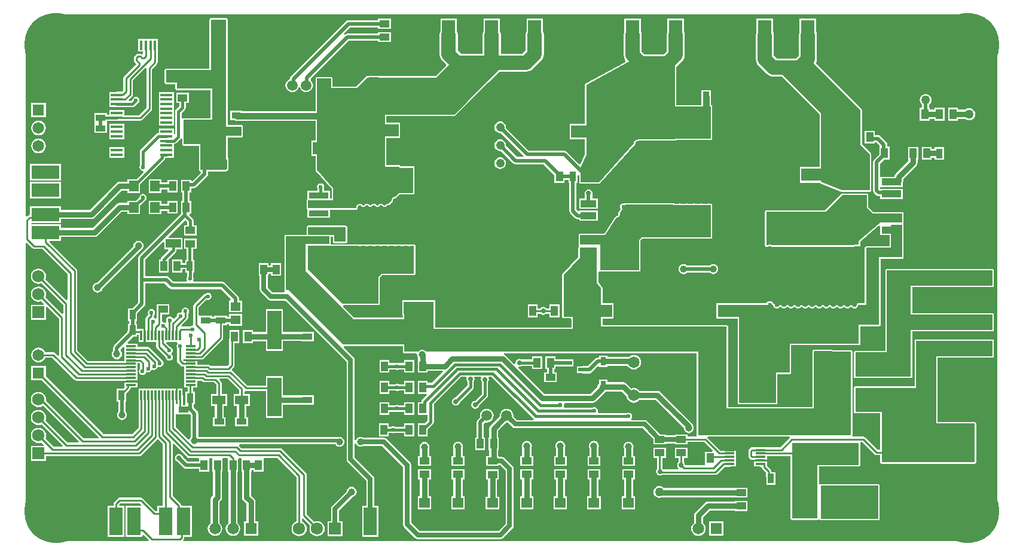
<source format=gtl>
G04*
G04 #@! TF.GenerationSoftware,Altium Limited,Altium Designer,21.7.2 (23)*
G04*
G04 Layer_Physical_Order=1*
G04 Layer_Color=255*
%FSLAX25Y25*%
%MOIN*%
G70*
G04*
G04 #@! TF.SameCoordinates,B7E76543-6187-4393-8A72-02BF7DF05099*
G04*
G04*
G04 #@! TF.FilePolarity,Positive*
G04*
G01*
G75*
%ADD14C,0.01000*%
%ADD70C,0.35433*%
%ADD77R,0.07874X0.21654*%
%ADD78R,0.07480X0.05118*%
%ADD79R,0.08661X0.04724*%
%ADD80R,0.03937X0.05512*%
%ADD81R,0.05512X0.03937*%
%ADD82R,0.04700X0.10400*%
%ADD83R,0.05906X0.05512*%
%ADD84R,0.05512X0.05906*%
%ADD85R,0.48031X0.17913*%
%ADD86R,0.05787X0.05059*%
%ADD87R,0.09055X0.07480*%
%ADD88R,0.07087X0.07480*%
%ADD89R,0.01575X0.05512*%
%ADD90R,0.04921X0.02362*%
%ADD91R,0.06693X0.01772*%
%ADD92R,0.05512X0.01181*%
%ADD93R,0.26969X0.41339*%
%ADD94R,0.11024X0.04134*%
%ADD95R,0.08504X0.04213*%
%ADD96R,0.07520X0.42520*%
%ADD97R,0.20000X0.32795*%
%ADD98R,0.05118X0.12795*%
%ADD99R,0.05118X0.03740*%
%ADD100R,0.01181X0.05807*%
%ADD101R,0.05807X0.01181*%
%ADD102R,0.11024X0.03543*%
%ADD103R,0.02362X0.02362*%
%ADD104R,0.02953X0.04724*%
%ADD105R,0.05472X0.05512*%
%ADD106R,0.13228X0.19134*%
%ADD107R,0.05512X0.05472*%
%ADD108R,0.19134X0.13228*%
%ADD109R,0.03583X0.05472*%
%ADD110R,0.05472X0.03583*%
%ADD111R,0.16535X0.07087*%
%ADD112R,0.13386X0.14173*%
%ADD113C,0.02000*%
%ADD114C,0.02500*%
%ADD115C,0.03000*%
%ADD116C,0.01500*%
%ADD117C,0.03500*%
%ADD118C,0.08000*%
%ADD119C,0.04882*%
%ADD120C,0.06496*%
%ADD121R,0.07677X0.15748*%
%ADD122R,0.06791X0.06791*%
%ADD123C,0.06791*%
%ADD124R,0.06791X0.06791*%
%ADD125C,0.14055*%
%ADD126C,0.05906*%
%ADD127R,0.06496X0.06496*%
%ADD128R,0.06496X0.06496*%
%ADD129R,0.15748X0.07677*%
%ADD130C,0.10630*%
%ADD131C,0.05953*%
%ADD132C,0.03937*%
%ADD133C,0.02362*%
%ADD134C,0.02756*%
%ADD135C,0.05000*%
G36*
X-16539Y-685D02*
X-14341Y-974D01*
X-12200Y-1548D01*
X-10151Y-2396D01*
X-8231Y-3505D01*
X-6472Y-4855D01*
X-4904Y-6423D01*
X-3555Y-8181D01*
X-2446Y-10102D01*
X-1598Y-12150D01*
X-1024Y-14292D01*
X-734Y-16490D01*
X-734Y-17598D01*
X-734Y-277441D01*
X-734Y-278550D01*
X-1024Y-280748D01*
X-1598Y-282889D01*
X-2446Y-284938D01*
X-3555Y-286858D01*
X-4904Y-288617D01*
X-6472Y-290185D01*
X-8231Y-291534D01*
X-10151Y-292643D01*
X-12200Y-293492D01*
X-14341Y-294065D01*
X-16539Y-294355D01*
X-17648D01*
X-454669Y-294355D01*
X-454937Y-293708D01*
X-454560Y-293331D01*
X-454229Y-292836D01*
X-454113Y-292253D01*
Y-292139D01*
X-449928D01*
Y-274791D01*
X-455688D01*
Y-274676D01*
X-455804Y-274093D01*
X-456135Y-273598D01*
X-460679Y-269053D01*
Y-240424D01*
X-460033Y-240156D01*
X-452653Y-247535D01*
X-452158Y-247866D01*
X-451575Y-247982D01*
X-446400D01*
X-445879Y-248413D01*
X-445879Y-248682D01*
Y-249933D01*
X-452307D01*
X-455029Y-247211D01*
X-455035Y-247182D01*
X-455516Y-246461D01*
X-456237Y-245980D01*
X-457087Y-245811D01*
X-457936Y-245980D01*
X-458657Y-246461D01*
X-459138Y-247182D01*
X-459307Y-248031D01*
X-459138Y-248881D01*
X-458657Y-249602D01*
X-457936Y-250083D01*
X-457907Y-250089D01*
X-454589Y-253408D01*
X-453928Y-253849D01*
X-453150Y-254004D01*
X-445879D01*
Y-255524D01*
X-440342D01*
Y-248682D01*
X-440342Y-248413D01*
X-439820Y-247982D01*
X-438920D01*
X-438398Y-248413D01*
X-438398Y-248682D01*
Y-255524D01*
X-438175D01*
Y-268828D01*
X-438807Y-269460D01*
X-439359Y-270286D01*
X-439553Y-271260D01*
Y-284252D01*
X-439895Y-284514D01*
X-440544Y-285360D01*
X-440952Y-286345D01*
X-441091Y-287402D01*
X-440952Y-288458D01*
X-440544Y-289443D01*
X-439895Y-290289D01*
X-439049Y-290937D01*
X-438065Y-291345D01*
X-437008Y-291484D01*
X-435951Y-291345D01*
X-434966Y-290937D01*
X-434121Y-290289D01*
X-433472Y-289443D01*
X-433064Y-288458D01*
X-432925Y-287402D01*
X-433064Y-286345D01*
X-433472Y-285360D01*
X-434121Y-284514D01*
X-434463Y-284252D01*
Y-272314D01*
X-433830Y-271681D01*
X-433279Y-270856D01*
X-433085Y-269882D01*
X-433085Y-269882D01*
Y-255524D01*
X-432861D01*
Y-248682D01*
X-432861Y-248413D01*
X-432340Y-247982D01*
X-430259D01*
X-429737Y-248413D01*
Y-255524D01*
X-429553D01*
Y-284252D01*
X-429895Y-284514D01*
X-430544Y-285360D01*
X-430952Y-286345D01*
X-431091Y-287402D01*
X-430952Y-288458D01*
X-430544Y-289443D01*
X-429895Y-290289D01*
X-429049Y-290937D01*
X-428065Y-291345D01*
X-427008Y-291484D01*
X-425951Y-291345D01*
X-424966Y-290937D01*
X-424121Y-290289D01*
X-423472Y-289443D01*
X-423064Y-288458D01*
X-422925Y-287402D01*
X-423064Y-286345D01*
X-423472Y-285360D01*
X-424121Y-284514D01*
X-424463Y-284252D01*
Y-255524D01*
X-424200D01*
Y-248581D01*
X-423683Y-247970D01*
X-423622Y-247982D01*
X-422778D01*
X-422257Y-248413D01*
X-422257Y-248682D01*
Y-255524D01*
X-422033D01*
Y-269882D01*
X-421839Y-270856D01*
X-421288Y-271681D01*
X-419553Y-273416D01*
Y-283353D01*
X-421056D01*
Y-291450D01*
X-412960D01*
Y-283353D01*
X-414463D01*
Y-272362D01*
X-414657Y-271388D01*
X-415208Y-270563D01*
X-416943Y-268828D01*
Y-255524D01*
X-416720D01*
Y-254514D01*
X-415564D01*
Y-255524D01*
X-410027D01*
Y-248682D01*
X-410027Y-248413D01*
X-409505Y-247982D01*
X-402207D01*
X-391604Y-258585D01*
Y-283492D01*
X-392195Y-283737D01*
X-393071Y-284409D01*
X-393744Y-285286D01*
X-394166Y-286306D01*
X-394311Y-287402D01*
X-394166Y-288497D01*
X-393744Y-289517D01*
X-393071Y-290394D01*
X-392195Y-291067D01*
X-391174Y-291489D01*
X-390079Y-291633D01*
X-388983Y-291489D01*
X-387963Y-291067D01*
X-387086Y-290394D01*
X-386414Y-289517D01*
X-385991Y-288497D01*
X-385847Y-287402D01*
X-385991Y-286306D01*
X-386414Y-285286D01*
X-387086Y-284409D01*
X-387963Y-283737D01*
X-388553Y-283492D01*
Y-282074D01*
X-387853Y-281784D01*
X-383922Y-285716D01*
X-384166Y-286306D01*
X-384311Y-287402D01*
X-384166Y-288497D01*
X-383744Y-289517D01*
X-383071Y-290394D01*
X-382195Y-291067D01*
X-381174Y-291489D01*
X-380079Y-291633D01*
X-378983Y-291489D01*
X-377963Y-291067D01*
X-377086Y-290394D01*
X-376414Y-289517D01*
X-375991Y-288497D01*
X-375847Y-287402D01*
X-375991Y-286306D01*
X-376414Y-285286D01*
X-377086Y-284409D01*
X-377963Y-283737D01*
X-378983Y-283314D01*
X-380079Y-283170D01*
X-381174Y-283314D01*
X-381765Y-283559D01*
X-385876Y-279447D01*
Y-257480D01*
X-385992Y-256897D01*
X-386323Y-256402D01*
X-399709Y-243016D01*
X-400204Y-242685D01*
X-400787Y-242569D01*
X-422203D01*
X-423590Y-241182D01*
X-423300Y-240482D01*
X-370051D01*
X-369691Y-240951D01*
X-369113Y-241395D01*
X-368439Y-241674D01*
X-367717Y-241769D01*
X-366994Y-241674D01*
X-366320Y-241395D01*
X-365742Y-240951D01*
X-365298Y-240373D01*
X-365019Y-239699D01*
X-364924Y-238976D01*
X-365019Y-238254D01*
X-365298Y-237580D01*
X-365742Y-237002D01*
X-366320Y-236558D01*
X-366994Y-236279D01*
X-367717Y-236184D01*
X-368439Y-236279D01*
X-368763Y-236413D01*
X-368770Y-236412D01*
X-446377D01*
Y-223241D01*
X-446532Y-222462D01*
X-446973Y-221802D01*
X-448831Y-219944D01*
Y-218103D01*
X-448275D01*
Y-211031D01*
X-449341D01*
Y-208674D01*
X-446934D01*
Y-204885D01*
X-444387D01*
X-443926Y-205346D01*
X-443431Y-205677D01*
X-442848Y-205793D01*
X-437527D01*
X-436368Y-206952D01*
Y-212291D01*
X-439284D01*
Y-219009D01*
X-437191D01*
Y-225184D01*
X-438182D01*
Y-230367D01*
X-431110D01*
Y-225184D01*
X-432101D01*
Y-219009D01*
X-430204D01*
Y-212291D01*
X-433317D01*
Y-206320D01*
X-433433Y-205736D01*
X-433764Y-205241D01*
X-434616Y-204390D01*
X-434348Y-203743D01*
X-430030D01*
X-423671Y-210102D01*
Y-212291D01*
X-426686D01*
Y-219009D01*
X-424789D01*
Y-225165D01*
X-425780D01*
Y-230347D01*
X-418708D01*
Y-225165D01*
X-419699D01*
Y-219009D01*
X-417605D01*
Y-212291D01*
X-420620D01*
Y-211031D01*
X-419920Y-210590D01*
X-419615Y-210650D01*
X-408674D01*
Y-225603D01*
X-399200D01*
Y-218214D01*
X-388969D01*
Y-218261D01*
X-381897D01*
Y-213078D01*
X-388969D01*
Y-213124D01*
X-399200D01*
Y-202350D01*
X-408674D01*
Y-207600D01*
X-418983D01*
X-427452Y-199131D01*
X-427498Y-198431D01*
X-426571Y-197504D01*
X-426240Y-197009D01*
X-426124Y-196425D01*
Y-183871D01*
X-423413D01*
Y-176759D01*
X-428950D01*
Y-181036D01*
X-429059Y-181200D01*
X-429175Y-181783D01*
Y-195794D01*
X-430031Y-196649D01*
X-439464D01*
X-439751Y-196362D01*
X-440246Y-196032D01*
X-440830Y-195916D01*
X-446934D01*
Y-194082D01*
X-450026D01*
X-450054Y-194063D01*
X-450638Y-193947D01*
X-454289D01*
X-454801Y-193436D01*
X-454321Y-192926D01*
X-451250D01*
X-451222Y-192945D01*
X-450638Y-193061D01*
X-444461D01*
X-443877Y-192945D01*
X-443382Y-192614D01*
X-432858Y-182090D01*
X-432528Y-181595D01*
X-432412Y-181011D01*
Y-173851D01*
X-430322D01*
Y-173295D01*
X-429284D01*
Y-174481D01*
X-421897D01*
Y-167822D01*
X-429284D01*
Y-169225D01*
X-430322D01*
Y-168668D01*
X-437395D01*
Y-169303D01*
X-438590D01*
Y-168747D01*
X-445662D01*
X-446112Y-168234D01*
Y-164018D01*
X-441788Y-159693D01*
X-441718Y-159740D01*
X-440945Y-159894D01*
X-440172Y-159740D01*
X-439517Y-159302D01*
X-439079Y-158647D01*
X-438925Y-157874D01*
X-439079Y-157101D01*
X-439517Y-156446D01*
X-440172Y-156008D01*
X-440945Y-155854D01*
X-441718Y-156008D01*
X-442373Y-156446D01*
X-442474Y-156597D01*
X-442933Y-156688D01*
X-443428Y-157018D01*
X-448716Y-162307D01*
X-449047Y-162802D01*
X-449163Y-163386D01*
Y-173622D01*
X-449157Y-173653D01*
X-449537Y-174291D01*
X-450310Y-174444D01*
X-450820Y-174785D01*
X-455496D01*
X-455786Y-174085D01*
X-452465Y-170764D01*
X-452134Y-170269D01*
X-452018Y-169685D01*
Y-167425D01*
X-451677Y-166915D01*
X-451523Y-166142D01*
X-451677Y-165369D01*
X-452115Y-164713D01*
X-452770Y-164276D01*
X-453543Y-164122D01*
X-454316Y-164276D01*
X-454972Y-164713D01*
X-455409Y-165369D01*
X-455563Y-166142D01*
X-455528Y-166317D01*
X-456124Y-166913D01*
X-456299Y-166878D01*
X-457072Y-167032D01*
X-457727Y-167469D01*
X-458165Y-168125D01*
X-458285Y-168726D01*
X-459825Y-170266D01*
X-460652Y-170103D01*
X-460897Y-169735D01*
X-461552Y-169298D01*
X-462325Y-169144D01*
X-463098Y-169298D01*
X-463754Y-169735D01*
X-464192Y-170391D01*
X-464345Y-171164D01*
X-464192Y-171937D01*
X-464285Y-172162D01*
X-464975Y-172543D01*
X-465748Y-172389D01*
X-465885Y-172417D01*
X-466585Y-171842D01*
Y-167926D01*
X-462487D01*
Y-162389D01*
X-469599D01*
Y-166443D01*
X-469636Y-166626D01*
Y-169935D01*
X-470232Y-170254D01*
X-470885Y-169956D01*
X-471183Y-169237D01*
X-471162Y-169205D01*
X-471046Y-168622D01*
Y-168441D01*
X-470995Y-168407D01*
X-470557Y-167751D01*
X-470403Y-166978D01*
X-470557Y-166205D01*
X-470995Y-165550D01*
X-471650Y-165112D01*
X-472423Y-164959D01*
X-473196Y-165112D01*
X-473851Y-165550D01*
X-474289Y-166205D01*
X-474443Y-166978D01*
X-474289Y-167751D01*
X-474117Y-168010D01*
X-475291Y-169184D01*
X-475622Y-169679D01*
X-475738Y-170263D01*
Y-179772D01*
X-475622Y-180355D01*
X-475603Y-180383D01*
Y-183475D01*
X-469832D01*
Y-185984D01*
X-469716Y-186568D01*
X-469386Y-187063D01*
X-464489Y-191960D01*
X-464369Y-192561D01*
X-463932Y-193216D01*
X-463276Y-193654D01*
X-462503Y-193808D01*
X-461730Y-193654D01*
X-461075Y-193216D01*
X-460637Y-192561D01*
X-460483Y-191788D01*
X-460637Y-191015D01*
X-461075Y-190360D01*
X-461209Y-190270D01*
Y-189428D01*
X-461149Y-189388D01*
X-460711Y-188732D01*
X-460557Y-187959D01*
X-460711Y-187186D01*
X-461149Y-186531D01*
X-461804Y-186093D01*
X-462228Y-186009D01*
X-464115Y-184122D01*
X-463847Y-183475D01*
X-458088D01*
X-457876Y-184175D01*
X-457931Y-184212D01*
X-458368Y-184867D01*
X-458522Y-185640D01*
X-458368Y-186413D01*
X-458218Y-186638D01*
Y-193701D01*
X-458102Y-194284D01*
X-457771Y-194779D01*
X-456000Y-196551D01*
X-455505Y-196882D01*
X-454921Y-196998D01*
X-454341D01*
Y-200800D01*
Y-204737D01*
Y-208674D01*
X-452391D01*
Y-211031D01*
X-453457D01*
Y-218103D01*
X-453989Y-218511D01*
X-454971D01*
Y-213142D01*
X-455087Y-212558D01*
X-455105Y-212530D01*
Y-209438D01*
X-457887D01*
Y-212530D01*
X-457905Y-212558D01*
X-458021Y-213142D01*
Y-217893D01*
X-458208Y-218033D01*
X-458908Y-217684D01*
Y-213142D01*
X-459024Y-212558D01*
X-459043Y-212530D01*
Y-209438D01*
X-479540D01*
Y-212530D01*
X-479559Y-212558D01*
X-479675Y-213142D01*
Y-231061D01*
X-483309Y-234695D01*
X-499132D01*
X-531385Y-202442D01*
Y-196503D01*
X-539481D01*
Y-204599D01*
X-533542D01*
X-501731Y-236411D01*
X-501999Y-237057D01*
X-510392D01*
X-531296Y-216153D01*
X-531201Y-215433D01*
X-531345Y-214338D01*
X-531768Y-213317D01*
X-532441Y-212441D01*
X-533317Y-211768D01*
X-534338Y-211345D01*
X-535433Y-211201D01*
X-536528Y-211345D01*
X-537549Y-211768D01*
X-538425Y-212441D01*
X-539098Y-213317D01*
X-539521Y-214338D01*
X-539665Y-215433D01*
X-539521Y-216528D01*
X-539098Y-217549D01*
X-538425Y-218425D01*
X-537549Y-219098D01*
X-536528Y-219521D01*
X-535433Y-219665D01*
X-534338Y-219521D01*
X-533317Y-219098D01*
X-532948Y-218815D01*
X-512991Y-238773D01*
X-513259Y-239420D01*
X-519289D01*
X-531590Y-227119D01*
X-531345Y-226528D01*
X-531201Y-225433D01*
X-531345Y-224338D01*
X-531768Y-223317D01*
X-532441Y-222441D01*
X-533317Y-221768D01*
X-534338Y-221345D01*
X-535433Y-221201D01*
X-536528Y-221345D01*
X-537549Y-221768D01*
X-538425Y-222441D01*
X-539098Y-223317D01*
X-539521Y-224338D01*
X-539665Y-225433D01*
X-539521Y-226528D01*
X-539098Y-227549D01*
X-538425Y-228426D01*
X-537549Y-229098D01*
X-536528Y-229521D01*
X-535433Y-229665D01*
X-534338Y-229521D01*
X-533747Y-229276D01*
X-521888Y-241135D01*
X-522156Y-241782D01*
X-526927D01*
X-531590Y-237119D01*
X-531345Y-236528D01*
X-531201Y-235433D01*
X-531345Y-234338D01*
X-531768Y-233317D01*
X-532441Y-232441D01*
X-533317Y-231768D01*
X-534338Y-231345D01*
X-535433Y-231201D01*
X-536528Y-231345D01*
X-537549Y-231768D01*
X-538425Y-232441D01*
X-539098Y-233317D01*
X-539521Y-234338D01*
X-539665Y-235433D01*
X-539521Y-236528D01*
X-539098Y-237549D01*
X-538425Y-238425D01*
X-537549Y-239098D01*
X-536528Y-239521D01*
X-535433Y-239665D01*
X-534338Y-239521D01*
X-533747Y-239276D01*
X-532433Y-240591D01*
X-532700Y-241237D01*
X-539629D01*
Y-249629D01*
X-531237D01*
Y-246958D01*
X-479291D01*
X-478708Y-246842D01*
X-478213Y-246512D01*
X-469197Y-237496D01*
X-469010Y-237477D01*
X-466092Y-240396D01*
Y-274791D01*
X-469206D01*
Y-277608D01*
X-470234D01*
X-477268Y-270575D01*
X-477763Y-270244D01*
X-478346Y-270128D01*
X-490158D01*
X-490741Y-270244D01*
X-491236Y-270575D01*
X-493205Y-272543D01*
X-493535Y-273038D01*
X-493651Y-273622D01*
Y-274791D01*
X-496765D01*
Y-292139D01*
X-487487D01*
Y-274791D01*
X-490206D01*
X-490437Y-274091D01*
X-489526Y-273179D01*
X-478978D01*
X-478067Y-274091D01*
X-478357Y-274791D01*
X-486765D01*
Y-292139D01*
X-477487D01*
Y-291175D01*
X-476841Y-290907D01*
X-474040Y-293708D01*
X-474308Y-294355D01*
X-525522D01*
X-526631Y-294355D01*
X-528829Y-294065D01*
X-530970Y-293492D01*
X-533019Y-292643D01*
X-534939Y-291534D01*
X-536698Y-290185D01*
X-538266Y-288617D01*
X-539615Y-286858D01*
X-540724Y-284938D01*
X-541573Y-282889D01*
X-542146Y-280748D01*
X-542436Y-278550D01*
Y-277441D01*
X-542436Y-128352D01*
X-541789Y-128085D01*
X-538874Y-131000D01*
X-538379Y-131331D01*
X-537795Y-131447D01*
X-533309D01*
X-519242Y-145514D01*
Y-159812D01*
X-519889Y-160080D01*
X-531590Y-148379D01*
X-531345Y-147788D01*
X-531201Y-146693D01*
X-531345Y-145598D01*
X-531768Y-144577D01*
X-532441Y-143701D01*
X-533317Y-143028D01*
X-534338Y-142605D01*
X-535433Y-142461D01*
X-536528Y-142605D01*
X-537549Y-143028D01*
X-538425Y-143701D01*
X-539098Y-144577D01*
X-539521Y-145598D01*
X-539665Y-146693D01*
X-539521Y-147788D01*
X-539098Y-148809D01*
X-538425Y-149685D01*
X-537549Y-150358D01*
X-536528Y-150781D01*
X-535433Y-150925D01*
X-534338Y-150781D01*
X-533747Y-150536D01*
X-521604Y-162679D01*
Y-167450D01*
X-522251Y-167718D01*
X-531590Y-158379D01*
X-531345Y-157788D01*
X-531201Y-156693D01*
X-531345Y-155598D01*
X-531768Y-154577D01*
X-532441Y-153700D01*
X-533317Y-153028D01*
X-534338Y-152605D01*
X-535433Y-152461D01*
X-536528Y-152605D01*
X-537549Y-153028D01*
X-538425Y-153700D01*
X-539098Y-154577D01*
X-539521Y-155598D01*
X-539665Y-156693D01*
X-539521Y-157788D01*
X-539098Y-158809D01*
X-538425Y-159685D01*
X-537549Y-160358D01*
X-536528Y-160781D01*
X-535433Y-160925D01*
X-534338Y-160781D01*
X-533747Y-160536D01*
X-532433Y-161851D01*
X-532700Y-162497D01*
X-539629D01*
Y-170889D01*
X-531237D01*
Y-163960D01*
X-530591Y-163692D01*
X-523966Y-170317D01*
Y-190678D01*
X-524613Y-190946D01*
X-526087Y-189473D01*
X-526582Y-189142D01*
X-527165Y-189026D01*
X-531683D01*
X-531897Y-188510D01*
X-532546Y-187664D01*
X-533392Y-187015D01*
X-534376Y-186607D01*
X-535433Y-186468D01*
X-536490Y-186607D01*
X-537474Y-187015D01*
X-538320Y-187664D01*
X-538969Y-188510D01*
X-539377Y-189494D01*
X-539516Y-190551D01*
X-539377Y-191608D01*
X-538969Y-192593D01*
X-538320Y-193438D01*
X-537474Y-194087D01*
X-536490Y-194495D01*
X-535433Y-194634D01*
X-534376Y-194495D01*
X-533392Y-194087D01*
X-532546Y-193438D01*
X-531897Y-192593D01*
X-531683Y-192077D01*
X-527797D01*
X-515449Y-204425D01*
X-514954Y-204756D01*
X-514370Y-204872D01*
X-484008D01*
X-483424Y-204756D01*
X-483396Y-204737D01*
X-480304D01*
Y-202768D01*
Y-198831D01*
Y-195029D01*
X-479380D01*
X-478761Y-195649D01*
Y-198215D01*
X-478899Y-198307D01*
X-479337Y-198962D01*
X-479490Y-199735D01*
X-479337Y-200508D01*
X-478899Y-201164D01*
X-478243Y-201602D01*
X-477470Y-201755D01*
X-476697Y-201602D01*
X-476042Y-201164D01*
X-475622Y-200535D01*
X-475569Y-200472D01*
X-474816Y-200134D01*
X-474251Y-200246D01*
X-473478Y-200093D01*
X-472823Y-199655D01*
X-472444Y-199088D01*
X-472198Y-198908D01*
X-471738Y-198718D01*
X-470965Y-198872D01*
X-470192Y-198718D01*
X-469537Y-198280D01*
X-469099Y-197625D01*
X-469086Y-197560D01*
X-468502Y-197108D01*
X-468343Y-197140D01*
X-467729Y-197262D01*
X-466956Y-197108D01*
X-466301Y-196670D01*
X-465863Y-196015D01*
X-465709Y-195242D01*
X-465863Y-194469D01*
X-466301Y-193814D01*
X-466542Y-193653D01*
X-466581Y-193457D01*
X-466911Y-192962D01*
X-466973Y-192901D01*
X-466987Y-192880D01*
X-473347Y-186520D01*
X-473842Y-186189D01*
X-474426Y-186073D01*
X-480304D01*
Y-184239D01*
X-485565D01*
X-485833Y-183593D01*
X-482548Y-180308D01*
X-480401D01*
Y-179160D01*
X-479675D01*
Y-179772D01*
X-479559Y-180355D01*
X-479540Y-180383D01*
Y-183475D01*
X-476759D01*
Y-180383D01*
X-476740Y-180355D01*
X-476624Y-179772D01*
Y-177725D01*
X-476740Y-177141D01*
X-476759Y-177113D01*
Y-176068D01*
X-479540D01*
Y-176109D01*
X-480401D01*
Y-173235D01*
X-480957D01*
Y-171646D01*
X-480401D01*
Y-167452D01*
X-476392Y-163444D01*
X-475951Y-162784D01*
X-475796Y-162005D01*
Y-150585D01*
X-465088D01*
X-462414Y-153260D01*
X-461753Y-153701D01*
X-460975Y-153856D01*
X-433865D01*
X-428256Y-159465D01*
X-428546Y-160165D01*
X-429284D01*
Y-166824D01*
X-421897D01*
Y-160165D01*
X-423671D01*
Y-159136D01*
X-423826Y-158357D01*
X-424267Y-157697D01*
X-431583Y-150382D01*
X-432243Y-149941D01*
X-433022Y-149786D01*
X-448853D01*
X-449227Y-149086D01*
X-449073Y-148855D01*
X-448919Y-148082D01*
X-449073Y-147309D01*
X-449159Y-147180D01*
Y-144678D01*
X-448491D01*
Y-137606D01*
X-449302D01*
Y-131312D01*
X-447231D01*
Y-125775D01*
X-454343D01*
Y-131312D01*
X-452863D01*
Y-137606D01*
X-453674D01*
Y-139263D01*
X-455302D01*
Y-137487D01*
X-460839D01*
Y-144599D01*
X-455302D01*
Y-142824D01*
X-453674D01*
Y-144678D01*
X-452719D01*
Y-147180D01*
X-452805Y-147309D01*
X-452959Y-148082D01*
X-452805Y-148855D01*
X-452651Y-149086D01*
X-453025Y-149786D01*
X-460132D01*
X-462806Y-147111D01*
X-463467Y-146670D01*
X-464245Y-146515D01*
X-475796D01*
Y-137434D01*
X-466014Y-127652D01*
X-465367Y-127920D01*
Y-131607D01*
X-463287D01*
X-463020Y-132254D01*
X-466810Y-136044D01*
X-467196Y-136622D01*
X-467332Y-137303D01*
Y-137487D01*
X-468320D01*
Y-144599D01*
X-462783D01*
Y-137487D01*
X-462783D01*
X-462910Y-137180D01*
X-458977Y-133247D01*
X-458592Y-132669D01*
X-458456Y-131988D01*
Y-131607D01*
X-455105D01*
Y-125283D01*
X-462730D01*
X-462998Y-124636D01*
X-453632Y-115270D01*
X-452568Y-116334D01*
Y-118295D01*
X-454343D01*
Y-123831D01*
X-447231D01*
Y-118295D01*
X-449007D01*
Y-115597D01*
X-449143Y-114916D01*
X-449529Y-114338D01*
X-451343Y-112524D01*
X-451053Y-111824D01*
X-450381D01*
Y-104712D01*
X-451114D01*
Y-100013D01*
X-450381D01*
Y-97648D01*
X-448844D01*
X-448066Y-97493D01*
X-447405Y-97052D01*
X-441474Y-91121D01*
X-441033Y-90461D01*
X-440878Y-89682D01*
Y-88217D01*
X-430807D01*
X-430495Y-88155D01*
X-430230Y-87978D01*
X-430103Y-87788D01*
X-429456D01*
Y-80716D01*
X-429991D01*
Y-69221D01*
X-422244D01*
X-421932Y-69159D01*
X-421667Y-68982D01*
X-421490Y-68718D01*
X-421428Y-68405D01*
Y-63189D01*
X-421490Y-62877D01*
X-421667Y-62612D01*
X-421932Y-62435D01*
X-422244Y-62373D01*
X-429991D01*
Y-20079D01*
Y-3543D01*
X-430054Y-3231D01*
X-430230Y-2967D01*
X-430495Y-2790D01*
X-430807Y-2728D01*
X-439272D01*
X-439584Y-2790D01*
X-439848Y-2967D01*
X-440025Y-3231D01*
X-440087Y-3543D01*
Y-20079D01*
Y-30976D01*
X-464272D01*
X-464584Y-31038D01*
X-464848Y-31215D01*
X-465025Y-31479D01*
X-465087Y-31791D01*
Y-38681D01*
X-465025Y-38993D01*
X-464848Y-39258D01*
X-464584Y-39435D01*
X-464272Y-39497D01*
X-459083D01*
Y-42126D01*
X-459021Y-42438D01*
X-458845Y-42703D01*
X-458580Y-42880D01*
X-458268Y-42942D01*
X-439497D01*
Y-48917D01*
Y-58535D01*
X-454528D01*
X-454840Y-58597D01*
X-455000Y-58704D01*
X-455408Y-58586D01*
X-455700Y-58405D01*
Y-55757D01*
X-453859Y-53916D01*
X-453473Y-53339D01*
X-453338Y-52658D01*
Y-50013D01*
X-451562D01*
Y-44476D01*
X-458674D01*
Y-50013D01*
X-456898D01*
Y-51920D01*
X-458739Y-53761D01*
X-459125Y-54338D01*
X-459261Y-55020D01*
Y-67572D01*
X-459327Y-67616D01*
X-460027Y-67242D01*
Y-64358D01*
X-468320D01*
Y-66822D01*
X-468602D01*
X-469284Y-66958D01*
X-469861Y-67343D01*
X-478424Y-75906D01*
X-478810Y-76484D01*
X-478946Y-77165D01*
Y-84925D01*
X-479032Y-85054D01*
X-479185Y-85827D01*
X-479032Y-86600D01*
X-478594Y-87255D01*
X-477938Y-87693D01*
X-477165Y-87847D01*
X-476840Y-88496D01*
X-480952Y-92608D01*
X-480959Y-92609D01*
X-481101Y-92704D01*
X-485839D01*
Y-93912D01*
X-490158D01*
X-491131Y-94105D01*
X-491957Y-94657D01*
X-506960Y-109660D01*
X-522822D01*
Y-107566D01*
X-540170D01*
Y-112381D01*
X-540284D01*
X-540868Y-112497D01*
X-541363Y-112828D01*
X-541789Y-113254D01*
X-542436Y-112986D01*
Y-17598D01*
X-542436Y-16490D01*
X-542146Y-14292D01*
X-541573Y-12150D01*
X-540724Y-10102D01*
X-539615Y-8181D01*
X-538266Y-6423D01*
X-536698Y-4855D01*
X-534939Y-3505D01*
X-533019Y-2396D01*
X-530970Y-1548D01*
X-528829Y-974D01*
X-526631Y-685D01*
X-525522Y-685D01*
X-17648Y-685D01*
X-16539Y-685D01*
D02*
G37*
G36*
X-430807Y-20079D02*
Y-63189D01*
X-422244D01*
Y-68405D01*
X-430807D01*
Y-87402D01*
X-445079D01*
Y-73032D01*
X-454528D01*
Y-59350D01*
X-438681D01*
Y-48917D01*
Y-42126D01*
X-458268D01*
Y-38681D01*
X-464272D01*
Y-31791D01*
X-439272D01*
Y-20079D01*
Y-3543D01*
X-430807D01*
Y-20079D01*
D02*
G37*
G36*
X-455343Y-70102D02*
Y-73032D01*
X-455281Y-73344D01*
X-455104Y-73608D01*
X-454840Y-73785D01*
X-454528Y-73847D01*
X-445894D01*
Y-87402D01*
X-445832Y-87714D01*
X-445655Y-87978D01*
X-445391Y-88155D01*
X-445118Y-88209D01*
X-445062Y-88444D01*
X-445027Y-88917D01*
X-449681Y-93572D01*
X-450381Y-93563D01*
Y-92901D01*
X-455918D01*
Y-100013D01*
X-455185D01*
Y-104712D01*
X-455918D01*
Y-111800D01*
X-479271Y-135152D01*
X-479712Y-135812D01*
X-479867Y-136591D01*
Y-148550D01*
Y-161162D01*
X-483279Y-164574D01*
X-485583D01*
Y-171646D01*
X-485027D01*
Y-173235D01*
X-485583D01*
Y-176664D01*
X-485664Y-176784D01*
X-485819Y-177563D01*
Y-177822D01*
X-493171Y-185175D01*
X-493612Y-185835D01*
X-493767Y-186614D01*
Y-188262D01*
X-494151Y-188761D01*
X-494429Y-189435D01*
X-494525Y-190157D01*
X-494429Y-190880D01*
X-494151Y-191554D01*
X-493707Y-192132D01*
X-493128Y-192576D01*
X-492455Y-192855D01*
X-491732Y-192950D01*
X-491010Y-192855D01*
X-490336Y-192576D01*
X-489758Y-192132D01*
X-489314Y-191554D01*
X-489035Y-190880D01*
X-488940Y-190157D01*
X-489035Y-189435D01*
X-489314Y-188761D01*
X-489697Y-188262D01*
Y-187457D01*
X-488358Y-186118D01*
X-487711Y-186386D01*
Y-188989D01*
Y-193947D01*
X-507833D01*
X-513829Y-187951D01*
Y-143701D01*
X-513945Y-143117D01*
X-514276Y-142622D01*
X-529355Y-127543D01*
X-529065Y-126843D01*
X-522822D01*
Y-124750D01*
X-504095D01*
X-503121Y-124556D01*
X-502295Y-124004D01*
X-489103Y-110813D01*
X-485839D01*
Y-112021D01*
X-478728D01*
Y-107200D01*
X-476072Y-104544D01*
X-475907Y-104298D01*
X-475737Y-104184D01*
X-475299Y-103529D01*
X-475145Y-102756D01*
X-475299Y-101983D01*
X-475737Y-101328D01*
X-476392Y-100890D01*
X-477165Y-100736D01*
X-477938Y-100890D01*
X-478594Y-101328D01*
X-479032Y-101983D01*
X-479152Y-102589D01*
X-481032Y-104469D01*
X-481101Y-104515D01*
X-485839D01*
Y-105723D01*
X-490158D01*
X-491131Y-105917D01*
X-491957Y-106468D01*
X-505149Y-119660D01*
X-522822D01*
Y-117566D01*
X-539313D01*
X-539500Y-117205D01*
X-539313Y-116843D01*
X-522822D01*
Y-114750D01*
X-505905D01*
X-504932Y-114556D01*
X-504106Y-114004D01*
X-489103Y-99002D01*
X-485839D01*
Y-100209D01*
X-478728D01*
Y-95419D01*
X-465368Y-82059D01*
X-464982Y-81481D01*
X-464846Y-80800D01*
Y-80619D01*
X-464173D01*
X-463698Y-80524D01*
X-460027D01*
Y-77965D01*
Y-75406D01*
Y-72942D01*
X-459744D01*
X-459063Y-72806D01*
X-458485Y-72420D01*
X-456221Y-70157D01*
X-456043Y-69890D01*
X-455343Y-70102D01*
D02*
G37*
G36*
X-451188Y-223694D02*
Y-223694D01*
X-450585Y-223947D01*
X-450448Y-224084D01*
Y-236465D01*
X-450831Y-236964D01*
X-451062Y-237523D01*
X-451451Y-237689D01*
X-451830Y-237745D01*
X-458908Y-230667D01*
Y-223821D01*
X-458261Y-223694D01*
Y-223694D01*
X-451188D01*
X-451188Y-223694D01*
D02*
G37*
%LPC*%
G36*
X-338964Y-3137D02*
X-346076D01*
Y-3870D01*
X-362598D01*
X-363377Y-4025D01*
X-364037Y-4466D01*
X-394668Y-35097D01*
X-395109Y-35757D01*
X-395264Y-36536D01*
Y-36668D01*
X-395869Y-36919D01*
X-396653Y-37520D01*
X-397254Y-38304D01*
X-397633Y-39217D01*
X-397762Y-40197D01*
X-397633Y-41177D01*
X-397254Y-42089D01*
X-396653Y-42873D01*
X-395869Y-43475D01*
X-394956Y-43853D01*
X-393976Y-43982D01*
X-392997Y-43853D01*
X-392084Y-43475D01*
X-391300Y-42873D01*
X-390698Y-42089D01*
X-390405Y-41382D01*
X-389673D01*
X-389380Y-42089D01*
X-388779Y-42873D01*
X-387995Y-43475D01*
X-387082Y-43853D01*
X-386102Y-43982D01*
X-385123Y-43853D01*
X-384210Y-43475D01*
X-383426Y-42873D01*
X-382824Y-42089D01*
X-382446Y-41177D01*
X-382317Y-40197D01*
X-382446Y-39217D01*
X-382824Y-38304D01*
X-383426Y-37520D01*
X-383625Y-37367D01*
X-383668Y-36546D01*
X-362543Y-15421D01*
X-346076D01*
Y-16154D01*
X-338964D01*
Y-10617D01*
X-346076D01*
Y-11351D01*
X-363386D01*
X-364165Y-11506D01*
X-364664Y-11839D01*
X-365110Y-11295D01*
X-361755Y-7941D01*
X-346076D01*
Y-8674D01*
X-338964D01*
Y-3137D01*
D02*
G37*
G36*
X-254113D02*
X-263391D01*
Y-10159D01*
X-263619Y-10712D01*
X-263791Y-12016D01*
Y-20764D01*
X-265526Y-22498D01*
X-277713D01*
Y-12016D01*
X-277885Y-10712D01*
X-278113Y-10159D01*
Y-3137D01*
X-287391D01*
Y-10159D01*
X-287619Y-10712D01*
X-287791Y-12016D01*
Y-22498D01*
X-299978D01*
X-301713Y-20764D01*
Y-12016D01*
X-301885Y-10712D01*
X-302113Y-10159D01*
Y-3137D01*
X-311391D01*
Y-10159D01*
X-311619Y-10712D01*
X-311791Y-12016D01*
Y-22851D01*
X-311619Y-24156D01*
X-311116Y-25371D01*
X-310315Y-26414D01*
X-308152Y-28578D01*
X-308156Y-29278D01*
X-314014Y-35011D01*
X-344889D01*
Y-34889D01*
X-351961D01*
Y-34907D01*
X-351969Y-34913D01*
X-352281Y-34975D01*
X-352545Y-35152D01*
X-352545Y-35152D01*
X-358310Y-40917D01*
X-371527D01*
Y-36368D01*
X-371589Y-36056D01*
X-371766Y-35791D01*
X-372030Y-35614D01*
X-372342Y-35552D01*
X-380118D01*
X-380430Y-35614D01*
X-380695Y-35791D01*
X-380872Y-36056D01*
X-380934Y-36368D01*
Y-54533D01*
X-421838D01*
Y-54456D01*
X-428556D01*
Y-59796D01*
X-426039D01*
X-425737Y-59921D01*
X-425020Y-60016D01*
X-424524D01*
X-424090Y-60073D01*
X-424090Y-60073D01*
X-380934D01*
Y-71050D01*
X-383280D01*
Y-79737D01*
X-380934D01*
Y-87333D01*
X-380908Y-87463D01*
X-380890Y-87595D01*
X-380877Y-87619D01*
X-380872Y-87645D01*
X-380798Y-87756D01*
X-380731Y-87871D01*
X-371977Y-97847D01*
Y-103417D01*
X-372899D01*
Y-98972D01*
X-376309D01*
Y-97662D01*
X-376284Y-97623D01*
X-376130Y-96850D01*
X-376284Y-96077D01*
X-376721Y-95422D01*
X-377377Y-94984D01*
X-378150Y-94831D01*
X-378923Y-94984D01*
X-379578Y-95422D01*
X-380016Y-96077D01*
X-380170Y-96850D01*
X-380016Y-97623D01*
X-379870Y-97842D01*
Y-98972D01*
X-385522D01*
Y-103526D01*
X-385715Y-103656D01*
X-385892Y-103920D01*
X-385954Y-104232D01*
Y-108732D01*
X-385892Y-109044D01*
X-385715Y-109309D01*
X-385522Y-109438D01*
Y-114115D01*
X-372899D01*
Y-109548D01*
X-358327D01*
X-358248Y-109532D01*
X-358168D01*
X-358094Y-109501D01*
X-358015Y-109486D01*
X-357948Y-109441D01*
X-357874Y-109410D01*
X-357817Y-109353D01*
X-357751Y-109309D01*
X-357706Y-109242D01*
X-357649Y-109185D01*
X-357602Y-109115D01*
X-357571Y-109041D01*
X-357527Y-108974D01*
X-357511Y-108895D01*
X-357480Y-108821D01*
Y-108741D01*
X-357465Y-108662D01*
Y-108036D01*
X-357287Y-107607D01*
X-356959Y-107280D01*
X-356531Y-107102D01*
X-356067D01*
X-355639Y-107280D01*
X-355269Y-107650D01*
X-355157Y-107817D01*
X-354893Y-107993D01*
X-354581Y-108055D01*
X-354081D01*
X-353769Y-107993D01*
X-353603Y-107883D01*
X-353504Y-107817D01*
X-353393Y-107650D01*
X-353022Y-107280D01*
X-352594Y-107102D01*
X-352130D01*
X-351702Y-107280D01*
X-351332Y-107650D01*
X-351220Y-107817D01*
X-350956Y-107993D01*
X-350644Y-108055D01*
X-350144D01*
X-349832Y-107993D01*
X-349666Y-107883D01*
X-349567Y-107817D01*
X-349456Y-107650D01*
X-349085Y-107280D01*
X-348657Y-107102D01*
X-348193D01*
X-347765Y-107280D01*
X-347394Y-107650D01*
X-347284Y-107817D01*
X-347019Y-107993D01*
X-346707Y-108055D01*
X-346207D01*
X-345895Y-107993D01*
X-345729Y-107883D01*
X-345630Y-107817D01*
X-345519Y-107650D01*
X-345148Y-107280D01*
X-344720Y-107102D01*
X-344256D01*
X-343828Y-107280D01*
X-343458Y-107650D01*
X-343347Y-107817D01*
X-343082Y-107993D01*
X-342770Y-108055D01*
X-342270D01*
X-341958Y-107993D01*
X-341693Y-107817D01*
X-341582Y-107650D01*
X-341211Y-107280D01*
X-340783Y-107102D01*
X-340440D01*
X-340128Y-107040D01*
X-339863Y-106863D01*
X-339863Y-106863D01*
X-338018Y-105018D01*
X-337842Y-104754D01*
X-337780Y-104442D01*
X-337780Y-104442D01*
Y-104099D01*
X-337602Y-103671D01*
X-337274Y-103343D01*
X-336846Y-103165D01*
X-336503D01*
X-336191Y-103103D01*
X-335926Y-102926D01*
X-335926Y-102926D01*
X-334095Y-101095D01*
X-325775D01*
Y-85322D01*
X-333576D01*
X-333597Y-85219D01*
X-333774Y-84955D01*
X-334038Y-84778D01*
X-334350Y-84716D01*
X-341507D01*
Y-69599D01*
X-333747D01*
Y-60913D01*
X-341507D01*
Y-57312D01*
X-303642D01*
X-303642Y-57312D01*
X-303330Y-57250D01*
X-303065Y-57073D01*
X-303065Y-57073D01*
X-295781Y-49789D01*
X-295781Y-49789D01*
X-284660Y-38667D01*
X-284659Y-38667D01*
X-278569Y-32577D01*
X-263438D01*
X-262134Y-32405D01*
X-260919Y-31902D01*
X-259875Y-31101D01*
X-255189Y-26414D01*
X-254388Y-25371D01*
X-253885Y-24156D01*
X-253713Y-22851D01*
Y-12016D01*
X-253885Y-10712D01*
X-254113Y-10159D01*
Y-3137D01*
D02*
G37*
G36*
X-468885Y-14357D02*
X-479737D01*
Y-21469D01*
X-477116D01*
Y-22494D01*
X-477234Y-22612D01*
X-477816Y-22851D01*
X-478104Y-22659D01*
X-478688Y-22543D01*
X-479961D01*
X-480545Y-22659D01*
X-481039Y-22989D01*
X-481888Y-23838D01*
X-482219Y-24333D01*
X-482335Y-24917D01*
Y-26189D01*
X-482219Y-26773D01*
X-481888Y-27268D01*
X-480858Y-28298D01*
Y-28307D01*
X-487693Y-35142D01*
X-488023Y-35637D01*
X-488139Y-36220D01*
Y-43069D01*
X-488730Y-43660D01*
X-491347D01*
X-491930Y-43776D01*
X-492094Y-43885D01*
X-495879D01*
Y-47257D01*
Y-49816D01*
Y-52375D01*
X-492207D01*
X-491732Y-52469D01*
X-483169D01*
X-482488Y-52334D01*
X-481910Y-51948D01*
X-480481Y-50518D01*
X-480329Y-50488D01*
X-479674Y-50050D01*
X-479236Y-49395D01*
X-479082Y-48622D01*
X-479236Y-47849D01*
X-479674Y-47194D01*
X-480329Y-46756D01*
X-481102Y-46602D01*
X-481875Y-46756D01*
X-482531Y-47194D01*
X-482969Y-47849D01*
X-482999Y-48001D01*
X-483907Y-48909D01*
X-484813D01*
X-485081Y-48262D01*
X-483173Y-46354D01*
X-482843Y-45859D01*
X-482727Y-45276D01*
Y-37246D01*
X-475804Y-30323D01*
X-475253Y-30564D01*
X-475147Y-30657D01*
Y-52813D01*
X-479175Y-56841D01*
X-487586D01*
Y-54121D01*
X-495879D01*
Y-56586D01*
X-497251D01*
Y-55775D01*
X-504324D01*
Y-60957D01*
X-504324D01*
Y-61602D01*
X-504324D01*
Y-66784D01*
X-497251D01*
Y-61602D01*
X-497251D01*
Y-60957D01*
X-497251D01*
Y-60146D01*
X-491732D01*
X-491257Y-60052D01*
X-487586D01*
Y-59891D01*
X-478543D01*
X-477960Y-59775D01*
X-477465Y-59445D01*
X-472543Y-54523D01*
X-472213Y-54029D01*
X-472097Y-53445D01*
Y-31242D01*
X-469394Y-28539D01*
X-469063Y-28044D01*
X-468947Y-27461D01*
Y-21469D01*
X-468885D01*
Y-14357D01*
D02*
G37*
G36*
X-175539Y-3137D02*
X-184816D01*
Y-10257D01*
X-185045Y-10810D01*
X-185216Y-12114D01*
Y-21278D01*
X-186951Y-23012D01*
X-197404D01*
X-199138Y-21278D01*
Y-12114D01*
X-199310Y-10810D01*
X-199539Y-10257D01*
Y-3137D01*
X-208816D01*
Y-10257D01*
X-209045Y-10810D01*
X-209216Y-12114D01*
Y-23365D01*
X-209045Y-24669D01*
X-208541Y-25885D01*
X-208074Y-26493D01*
X-208218Y-27178D01*
X-230412Y-39344D01*
X-230500Y-39418D01*
X-230596Y-39482D01*
X-230621Y-39520D01*
X-230656Y-39548D01*
X-230709Y-39651D01*
X-230773Y-39747D01*
X-230782Y-39791D01*
X-230803Y-39830D01*
X-230813Y-39946D01*
X-230835Y-40059D01*
Y-61700D01*
X-239186D01*
Y-70387D01*
X-230835D01*
Y-78922D01*
X-233278Y-84136D01*
X-233967Y-84257D01*
X-240923Y-77301D01*
X-241583Y-76860D01*
X-242362Y-76705D01*
X-262090D01*
X-274828Y-63967D01*
X-274782Y-63622D01*
X-274894Y-62776D01*
X-275220Y-61988D01*
X-275740Y-61311D01*
X-276417Y-60791D01*
X-277205Y-60465D01*
X-278051Y-60353D01*
X-278897Y-60465D01*
X-279686Y-60791D01*
X-280363Y-61311D01*
X-280882Y-61988D01*
X-281209Y-62776D01*
X-281320Y-63622D01*
X-281209Y-64468D01*
X-280882Y-65257D01*
X-280363Y-65934D01*
X-279686Y-66453D01*
X-278897Y-66780D01*
X-278051Y-66891D01*
X-277706Y-66846D01*
X-265048Y-79503D01*
X-265316Y-80150D01*
X-268645D01*
X-274828Y-73967D01*
X-274782Y-73622D01*
X-274894Y-72776D01*
X-275220Y-71988D01*
X-275740Y-71311D01*
X-276417Y-70791D01*
X-277205Y-70464D01*
X-278051Y-70353D01*
X-278897Y-70464D01*
X-279686Y-70791D01*
X-280363Y-71311D01*
X-280882Y-71988D01*
X-281209Y-72776D01*
X-281320Y-73622D01*
X-281209Y-74468D01*
X-280882Y-75257D01*
X-280363Y-75933D01*
X-279686Y-76453D01*
X-278897Y-76780D01*
X-278051Y-76891D01*
X-277706Y-76846D01*
X-270927Y-83624D01*
X-270267Y-84065D01*
X-269488Y-84220D01*
X-253894D01*
X-247749Y-90366D01*
Y-94599D01*
X-242212D01*
Y-93079D01*
X-240052D01*
Y-94579D01*
X-239496D01*
Y-110374D01*
X-239341Y-111153D01*
X-238900Y-111813D01*
X-236380Y-114333D01*
X-235720Y-114774D01*
X-234941Y-114929D01*
X-233796D01*
Y-115800D01*
X-223692D01*
Y-109987D01*
X-233796D01*
Y-110170D01*
X-234496Y-110460D01*
X-235425Y-109531D01*
Y-94579D01*
X-234869D01*
Y-90650D01*
X-234169Y-90287D01*
X-233985Y-90417D01*
Y-94193D01*
X-233923Y-94505D01*
X-233746Y-94770D01*
X-233481Y-94946D01*
X-233169Y-95009D01*
X-222736D01*
X-222714Y-95004D01*
X-222692Y-95007D01*
X-222559Y-94973D01*
X-222424Y-94946D01*
X-222406Y-94934D01*
X-222384Y-94929D01*
X-222274Y-94846D01*
X-222160Y-94770D01*
X-222147Y-94751D01*
X-222129Y-94738D01*
X-202803Y-73206D01*
X-202733Y-73088D01*
X-202657Y-72973D01*
X-202653Y-72951D01*
X-202641Y-72932D01*
X-202622Y-72796D01*
X-202595Y-72661D01*
Y-72362D01*
X-202417Y-71934D01*
X-202090Y-71606D01*
X-201661Y-71429D01*
X-201572D01*
X-201550Y-71424D01*
X-201528Y-71427D01*
X-201395Y-71393D01*
X-201260Y-71367D01*
X-201241Y-71354D01*
X-201220Y-71349D01*
X-201110Y-71266D01*
X-200995Y-71190D01*
X-200983Y-71171D01*
X-200965Y-71158D01*
X-200817Y-70993D01*
X-180610D01*
X-180298Y-70931D01*
X-180034Y-70754D01*
X-179985Y-70682D01*
X-159731D01*
Y-51169D01*
X-160462D01*
Y-46420D01*
X-160556Y-45704D01*
X-160640Y-45501D01*
Y-42884D01*
X-165823D01*
Y-45501D01*
X-165907Y-45704D01*
X-166001Y-46420D01*
Y-51169D01*
X-179795D01*
Y-30109D01*
X-176614Y-26928D01*
X-175813Y-25885D01*
X-175310Y-24669D01*
X-175138Y-23365D01*
Y-12114D01*
X-175310Y-10810D01*
X-175539Y-10257D01*
Y-3137D01*
D02*
G37*
G36*
X-101799D02*
X-111076D01*
Y-10457D01*
X-111305Y-11010D01*
X-111477Y-12314D01*
Y-23643D01*
X-113211Y-25377D01*
X-123664D01*
X-125399Y-23643D01*
Y-12314D01*
X-125570Y-11010D01*
X-125799Y-10457D01*
Y-3137D01*
X-135076D01*
Y-10457D01*
X-135305Y-11010D01*
X-135477Y-12314D01*
Y-25730D01*
X-135305Y-27035D01*
X-134802Y-28250D01*
X-134001Y-29294D01*
X-129315Y-33980D01*
X-128271Y-34781D01*
X-127056Y-35284D01*
X-125751Y-35456D01*
X-120816D01*
X-104908Y-51364D01*
X-104907Y-51364D01*
X-99930Y-56342D01*
Y-85814D01*
X-110938D01*
Y-94501D01*
X-99805D01*
X-99778Y-94540D01*
X-99691Y-94671D01*
X-99689Y-94673D01*
X-99687Y-94675D01*
X-99557Y-94761D01*
X-99426Y-94848D01*
X-99424Y-94849D01*
X-99422Y-94850D01*
X-87807Y-99575D01*
X-87654Y-99604D01*
X-87500Y-99635D01*
X-72047D01*
X-71735Y-99572D01*
X-71470Y-99396D01*
X-71294Y-99131D01*
X-71232Y-98819D01*
Y-78543D01*
X-71232Y-78543D01*
X-71294Y-78231D01*
X-71470Y-77966D01*
X-76350Y-73087D01*
Y-54036D01*
X-76350Y-54035D01*
X-76412Y-53723D01*
X-76589Y-53459D01*
X-76589Y-53459D01*
X-101993Y-28054D01*
X-101570Y-27035D01*
X-101399Y-25730D01*
Y-12314D01*
X-101570Y-11010D01*
X-101799Y-10457D01*
Y-3137D01*
D02*
G37*
G36*
X-531385Y-49968D02*
X-539481D01*
Y-58064D01*
X-531385D01*
Y-49968D01*
D02*
G37*
G36*
X-22822Y-52743D02*
X-28359D01*
Y-59855D01*
X-22822D01*
Y-58844D01*
X-18640D01*
X-18200Y-59182D01*
X-17397Y-59514D01*
X-16535Y-59628D01*
X-15674Y-59514D01*
X-14871Y-59182D01*
X-14182Y-58653D01*
X-13653Y-57964D01*
X-13320Y-57161D01*
X-13207Y-56299D01*
X-13320Y-55438D01*
X-13653Y-54635D01*
X-14182Y-53946D01*
X-14871Y-53417D01*
X-15674Y-53084D01*
X-16535Y-52971D01*
X-17397Y-53084D01*
X-18200Y-53417D01*
X-18640Y-53754D01*
X-22822D01*
Y-52743D01*
D02*
G37*
G36*
X-40818Y-45057D02*
X-41679Y-45171D01*
X-42482Y-45503D01*
X-43171Y-46032D01*
X-43700Y-46722D01*
X-44033Y-47524D01*
X-44146Y-48386D01*
X-44033Y-49247D01*
X-43700Y-50050D01*
X-43171Y-50739D01*
X-42853Y-50984D01*
Y-52743D01*
X-44107D01*
Y-59855D01*
X-38570D01*
Y-58844D01*
X-35839D01*
Y-59855D01*
X-30302D01*
Y-52743D01*
X-35839D01*
Y-53754D01*
X-38570D01*
Y-52743D01*
X-38783D01*
Y-50984D01*
X-38464Y-50739D01*
X-37935Y-50050D01*
X-37603Y-49247D01*
X-37489Y-48386D01*
X-37603Y-47524D01*
X-37935Y-46722D01*
X-38464Y-46032D01*
X-39154Y-45503D01*
X-39956Y-45171D01*
X-40818Y-45057D01*
D02*
G37*
G36*
X-460027Y-43885D02*
X-468320D01*
Y-47257D01*
Y-49816D01*
Y-52375D01*
Y-54934D01*
Y-57493D01*
Y-60052D01*
Y-62611D01*
X-460027D01*
Y-60052D01*
Y-57493D01*
Y-54934D01*
Y-52375D01*
Y-49816D01*
Y-47257D01*
Y-43885D01*
D02*
G37*
G36*
X-535433Y-59933D02*
X-536490Y-60072D01*
X-537474Y-60480D01*
X-538320Y-61129D01*
X-538969Y-61974D01*
X-539377Y-62959D01*
X-539516Y-64016D01*
X-539377Y-65073D01*
X-538969Y-66057D01*
X-538320Y-66903D01*
X-537474Y-67552D01*
X-536490Y-67960D01*
X-535433Y-68099D01*
X-534376Y-67960D01*
X-533392Y-67552D01*
X-532546Y-66903D01*
X-531897Y-66057D01*
X-531489Y-65073D01*
X-531350Y-64016D01*
X-531489Y-62959D01*
X-531897Y-61974D01*
X-532546Y-61129D01*
X-533392Y-60480D01*
X-534376Y-60072D01*
X-535433Y-59933D01*
D02*
G37*
G36*
X-487586Y-61798D02*
X-495879D01*
Y-65170D01*
Y-67729D01*
Y-70288D01*
X-487586D01*
Y-67729D01*
Y-65170D01*
Y-61798D01*
D02*
G37*
G36*
X-535433Y-69933D02*
X-536490Y-70072D01*
X-537474Y-70480D01*
X-538320Y-71129D01*
X-538969Y-71974D01*
X-539377Y-72959D01*
X-539516Y-74016D01*
X-539377Y-75072D01*
X-538969Y-76057D01*
X-538320Y-76903D01*
X-537474Y-77552D01*
X-536490Y-77960D01*
X-535433Y-78099D01*
X-534376Y-77960D01*
X-533392Y-77552D01*
X-532546Y-76903D01*
X-531897Y-76057D01*
X-531489Y-75072D01*
X-531350Y-74016D01*
X-531489Y-72959D01*
X-531897Y-71974D01*
X-532546Y-71129D01*
X-533392Y-70480D01*
X-534376Y-70072D01*
X-535433Y-69933D01*
D02*
G37*
G36*
X-487586Y-74594D02*
X-495879D01*
Y-77965D01*
Y-80524D01*
X-487586D01*
Y-77965D01*
Y-74594D01*
D02*
G37*
G36*
X-37487Y-74594D02*
X-43024D01*
Y-81706D01*
X-37487D01*
Y-80695D01*
X-35741D01*
Y-81784D01*
X-30558D01*
Y-74712D01*
X-35741D01*
Y-75605D01*
X-37487D01*
Y-74594D01*
D02*
G37*
G36*
X-278051Y-80353D02*
X-278897Y-80465D01*
X-279686Y-80791D01*
X-280363Y-81311D01*
X-280882Y-81988D01*
X-281209Y-82776D01*
X-281320Y-83622D01*
X-281209Y-84468D01*
X-280882Y-85256D01*
X-280363Y-85934D01*
X-279686Y-86453D01*
X-278897Y-86780D01*
X-278051Y-86891D01*
X-277205Y-86780D01*
X-276417Y-86453D01*
X-275740Y-85934D01*
X-275220Y-85256D01*
X-274894Y-84468D01*
X-274782Y-83622D01*
X-274894Y-82776D01*
X-275220Y-81988D01*
X-275740Y-81311D01*
X-276417Y-80791D01*
X-277205Y-80465D01*
X-278051Y-80353D01*
D02*
G37*
G36*
X-522822Y-83944D02*
X-540170D01*
Y-93221D01*
X-522822D01*
Y-83944D01*
D02*
G37*
G36*
Y-93944D02*
X-540170D01*
Y-103221D01*
X-522822D01*
Y-93944D01*
D02*
G37*
G36*
X-69279Y-65539D02*
X-74816D01*
Y-72650D01*
X-69279D01*
Y-71917D01*
X-68461D01*
X-66642Y-73736D01*
X-66548Y-74397D01*
X-66548D01*
Y-78631D01*
X-69549Y-81632D01*
X-69990Y-82292D01*
X-70145Y-83071D01*
Y-98891D01*
X-69990Y-99669D01*
X-69549Y-100330D01*
X-68378Y-101501D01*
X-67717Y-101942D01*
X-66939Y-102097D01*
X-66154D01*
Y-103654D01*
X-53531D01*
Y-97921D01*
X-66075D01*
Y-96961D01*
X-53531D01*
Y-94578D01*
X-53479Y-94502D01*
X-53286Y-93528D01*
Y-92367D01*
X-45947Y-85028D01*
X-45395Y-84202D01*
X-45201Y-83228D01*
X-45201Y-83228D01*
Y-81706D01*
X-44968D01*
Y-74594D01*
X-50505D01*
Y-81706D01*
X-50505D01*
X-50517Y-82400D01*
X-57630Y-89513D01*
X-58182Y-90339D01*
X-58359Y-91228D01*
X-66075D01*
Y-83914D01*
X-63670Y-81509D01*
X-61011D01*
Y-74397D01*
X-62096D01*
Y-73368D01*
X-62251Y-72590D01*
X-62692Y-71929D01*
X-66179Y-68443D01*
X-66839Y-68002D01*
X-67618Y-67847D01*
X-69279D01*
Y-65539D01*
D02*
G37*
G36*
X-181460Y-105877D02*
X-208268D01*
X-208347Y-105893D01*
X-208429Y-105893D01*
X-208502Y-105924D01*
X-208580Y-105939D01*
X-208647Y-105984D01*
X-208722Y-106016D01*
X-208779Y-106072D01*
X-208824Y-106103D01*
X-209303Y-106007D01*
X-210076Y-106161D01*
X-210732Y-106599D01*
X-211170Y-107254D01*
X-211323Y-108027D01*
X-211170Y-108800D01*
X-210908Y-109192D01*
X-212035Y-110886D01*
X-212065Y-110960D01*
X-212109Y-111026D01*
X-212125Y-111106D01*
X-212156Y-111181D01*
X-212156Y-111260D01*
X-212171Y-111338D01*
X-212155Y-111418D01*
X-212155Y-111499D01*
X-212124Y-111572D01*
X-212109Y-111650D01*
X-212075Y-111732D01*
Y-112196D01*
X-212252Y-112624D01*
X-212580Y-112952D01*
X-213009Y-113129D01*
X-213089D01*
X-213168Y-113145D01*
X-213250Y-113146D01*
X-213323Y-113176D01*
X-213401Y-113192D01*
X-213468Y-113237D01*
X-213543Y-113268D01*
X-213599Y-113324D01*
X-213665Y-113368D01*
X-213711Y-113436D01*
X-213768Y-113494D01*
X-220024Y-122905D01*
X-233465D01*
X-233777Y-122967D01*
X-234041Y-123144D01*
X-234218Y-123408D01*
X-234280Y-123721D01*
Y-128839D01*
X-234218Y-129151D01*
X-234185Y-129201D01*
X-234097Y-129404D01*
X-234159Y-129800D01*
X-234239Y-130061D01*
X-234365Y-130250D01*
X-234427Y-130562D01*
X-234427Y-136020D01*
X-243210Y-145285D01*
X-243289Y-145410D01*
X-243372Y-145534D01*
X-243374Y-145545D01*
X-243380Y-145554D01*
X-243405Y-145701D01*
X-243434Y-145846D01*
Y-169243D01*
X-243372Y-169555D01*
X-243195Y-169820D01*
X-242930Y-169997D01*
X-242618Y-170059D01*
X-238811Y-170059D01*
X-238316Y-170554D01*
X-238316Y-175267D01*
X-314342D01*
Y-161024D01*
X-314357Y-160945D01*
Y-159928D01*
X-332493D01*
Y-168615D01*
X-332312D01*
Y-169755D01*
X-359406D01*
X-365638Y-163523D01*
X-365348Y-162823D01*
X-345965D01*
X-345652Y-162761D01*
X-345388Y-162585D01*
X-345211Y-162320D01*
X-345149Y-162008D01*
Y-147384D01*
X-343758Y-145993D01*
X-326083D01*
X-325770Y-145931D01*
X-325506Y-145754D01*
X-325329Y-145489D01*
X-325267Y-145177D01*
Y-129724D01*
X-325329Y-129412D01*
X-325506Y-129148D01*
X-325770Y-128971D01*
X-326083Y-128909D01*
X-327840D01*
X-328153Y-128971D01*
X-328508Y-129118D01*
X-328972D01*
X-329328Y-128971D01*
X-329640Y-128909D01*
X-331778D01*
X-332090Y-128971D01*
X-332445Y-129118D01*
X-332909D01*
X-333265Y-128971D01*
X-333577Y-128909D01*
X-335715D01*
X-336027Y-128971D01*
X-336382Y-129118D01*
X-336846D01*
X-337202Y-128971D01*
X-337514Y-128909D01*
X-339651D01*
X-339964Y-128971D01*
X-340319Y-129118D01*
X-340783D01*
X-341139Y-128971D01*
X-341451Y-128909D01*
X-343588D01*
X-343901Y-128971D01*
X-344256Y-129118D01*
X-344720D01*
X-345076Y-128971D01*
X-345388Y-128909D01*
X-347526D01*
X-347838Y-128971D01*
X-348193Y-129118D01*
X-348657D01*
X-349013Y-128971D01*
X-349325Y-128909D01*
X-351463D01*
X-351775Y-128971D01*
X-352130Y-129118D01*
X-352594D01*
X-352950Y-128971D01*
X-353262Y-128909D01*
X-355399D01*
X-355712Y-128971D01*
X-356067Y-129118D01*
X-356531D01*
X-356887Y-128971D01*
X-357199Y-128909D01*
X-372274D01*
X-372413Y-128740D01*
Y-124536D01*
X-371288D01*
Y-127362D01*
X-371226Y-127674D01*
X-371049Y-127939D01*
X-370785Y-128116D01*
X-370472Y-128178D01*
X-364075D01*
X-363763Y-128116D01*
X-363498Y-127939D01*
X-363321Y-127674D01*
X-363259Y-127362D01*
Y-119291D01*
X-363321Y-118979D01*
X-363498Y-118715D01*
X-363763Y-118538D01*
X-364075Y-118476D01*
X-385138D01*
X-385450Y-118538D01*
X-385715Y-118715D01*
X-385891Y-118979D01*
X-385953Y-119291D01*
Y-123495D01*
X-397539D01*
X-397851Y-123557D01*
X-398116Y-123734D01*
X-398293Y-123999D01*
X-398355Y-124311D01*
Y-148137D01*
X-398379D01*
Y-155209D01*
X-398924Y-155584D01*
X-404957D01*
X-407651Y-152890D01*
Y-150984D01*
Y-146491D01*
X-407147D01*
Y-145226D01*
X-405824D01*
Y-146491D01*
X-400287D01*
Y-139380D01*
X-405824D01*
Y-140645D01*
X-407147D01*
Y-139380D01*
X-412683D01*
Y-146491D01*
X-412231D01*
Y-150984D01*
Y-153839D01*
X-412057Y-154715D01*
X-411560Y-155458D01*
X-407525Y-159493D01*
X-406782Y-159990D01*
X-405905Y-160164D01*
X-397799D01*
X-363707Y-194256D01*
Y-248622D01*
X-363533Y-249498D01*
X-363037Y-250241D01*
X-360792Y-252486D01*
X-360792Y-252486D01*
X-352684Y-260594D01*
Y-274791D01*
X-355032D01*
Y-292139D01*
X-345755D01*
Y-274791D01*
X-348104D01*
Y-259646D01*
X-348278Y-258769D01*
X-348774Y-258026D01*
X-357554Y-249247D01*
X-357554Y-249247D01*
X-359127Y-247674D01*
Y-240034D01*
X-358427Y-239895D01*
X-358229Y-240373D01*
X-357786Y-240951D01*
X-357207Y-241395D01*
X-356534Y-241674D01*
X-355811Y-241769D01*
X-355088Y-241674D01*
X-354415Y-241395D01*
X-354248Y-241266D01*
X-343862D01*
X-332211Y-252917D01*
Y-285039D01*
X-332037Y-285916D01*
X-331541Y-286659D01*
X-325635Y-292564D01*
X-324892Y-293061D01*
X-324016Y-293235D01*
X-277953D01*
X-277076Y-293061D01*
X-276333Y-292564D01*
X-271134Y-287365D01*
X-270638Y-286622D01*
X-270463Y-285746D01*
Y-254018D01*
X-270638Y-253142D01*
X-271134Y-252399D01*
X-271134Y-252399D01*
X-275465Y-248068D01*
X-276208Y-247572D01*
X-277084Y-247397D01*
X-278798D01*
Y-246919D01*
X-279148D01*
Y-243713D01*
X-278924D01*
Y-236602D01*
X-279148D01*
Y-232747D01*
X-274595Y-228194D01*
X-274410Y-228218D01*
X-273905Y-228152D01*
X-271304Y-230753D01*
X-271304Y-230753D01*
X-270561Y-231250D01*
X-269685Y-231424D01*
X-198488D01*
X-192631Y-237281D01*
Y-240367D01*
X-185519D01*
Y-239889D01*
X-180721D01*
Y-240367D01*
X-173609D01*
Y-239124D01*
X-164313D01*
X-159509Y-243927D01*
X-159777Y-244574D01*
X-163792D01*
Y-251686D01*
X-164322Y-252095D01*
X-174841D01*
X-174945Y-251969D01*
X-175114Y-251119D01*
X-175595Y-250398D01*
X-175640Y-250368D01*
Y-247847D01*
X-173609D01*
Y-242310D01*
X-180721D01*
Y-247847D01*
X-178691D01*
Y-250368D01*
X-178736Y-250398D01*
X-179217Y-251119D01*
X-179386Y-251969D01*
X-179217Y-252818D01*
X-178736Y-253539D01*
X-178524Y-253680D01*
X-178736Y-254380D01*
X-187113D01*
X-187406Y-253942D01*
X-187549Y-253846D01*
Y-247847D01*
X-185519D01*
Y-242310D01*
X-192631D01*
Y-247847D01*
X-190600D01*
Y-254022D01*
X-191028Y-254662D01*
X-191197Y-255512D01*
X-191028Y-256362D01*
X-190547Y-257082D01*
X-189826Y-257563D01*
X-188976Y-257732D01*
X-188127Y-257563D01*
X-187842Y-257373D01*
X-187803D01*
X-187513Y-257431D01*
X-158071D01*
X-157487Y-257315D01*
X-156992Y-256984D01*
X-152972Y-252964D01*
X-150258D01*
X-149674Y-252848D01*
X-149555Y-252768D01*
X-146641D01*
Y-248832D01*
Y-244082D01*
X-149585D01*
X-149613Y-244063D01*
X-150197Y-243947D01*
X-155175D01*
X-162419Y-236704D01*
X-162159Y-236004D01*
X-116975D01*
X-116715Y-236704D01*
X-121990Y-241979D01*
X-137603D01*
X-138187Y-242095D01*
X-138682Y-242425D01*
X-139268Y-243011D01*
X-139598Y-243506D01*
X-139714Y-244090D01*
Y-246855D01*
X-139598Y-247439D01*
X-139268Y-247934D01*
X-138682Y-248519D01*
X-138187Y-248850D01*
X-137603Y-248966D01*
X-132874D01*
X-132290Y-248850D01*
X-132262Y-248832D01*
X-129318D01*
Y-246998D01*
X-116072D01*
Y-281693D01*
X-116009Y-282005D01*
X-115833Y-282270D01*
X-115568Y-282447D01*
X-115256Y-282509D01*
X-101181D01*
X-100869Y-282447D01*
X-100644Y-282296D01*
X-100637Y-282296D01*
X-100485Y-282297D01*
X-99875Y-282437D01*
X-99789Y-282565D01*
X-99525Y-282742D01*
X-99213Y-282804D01*
X-67323D01*
X-67011Y-282742D01*
X-66746Y-282565D01*
X-66569Y-282300D01*
X-66507Y-281988D01*
Y-263386D01*
X-66569Y-263074D01*
X-66746Y-262809D01*
X-67011Y-262632D01*
X-67323Y-262570D01*
X-99213D01*
X-99525Y-262632D01*
X-99665Y-262726D01*
X-100119Y-262584D01*
X-100365Y-262416D01*
Y-252784D01*
X-78150D01*
X-77838Y-252722D01*
X-77573Y-252545D01*
X-77396Y-252281D01*
X-77334Y-251969D01*
Y-239764D01*
X-76864Y-239158D01*
X-76802Y-239124D01*
X-76124D01*
X-69287Y-245960D01*
X-68792Y-246291D01*
X-68209Y-246407D01*
X-66170D01*
Y-250394D01*
X-66108Y-250706D01*
X-65931Y-250971D01*
X-65667Y-251147D01*
X-65354Y-251209D01*
X-13484D01*
X-13172Y-251147D01*
X-12908Y-250971D01*
X-12731Y-250706D01*
X-12669Y-250394D01*
Y-228740D01*
X-12731Y-228428D01*
X-12908Y-228163D01*
X-13172Y-227987D01*
X-13484Y-227924D01*
X-34224D01*
Y-192154D01*
X-3543D01*
X-3231Y-192092D01*
X-2967Y-191915D01*
X-2790Y-191651D01*
X-2728Y-191339D01*
Y-182677D01*
X-2790Y-182365D01*
X-2967Y-182100D01*
X-3231Y-181924D01*
X-3543Y-181861D01*
X-46216D01*
X-46528Y-181924D01*
X-46793Y-182100D01*
X-46970Y-182365D01*
X-47032Y-182677D01*
Y-205512D01*
Y-208043D01*
X-80020D01*
X-80332Y-208105D01*
X-80597Y-208281D01*
X-80773Y-208546D01*
X-80835Y-208858D01*
Y-222342D01*
X-80773Y-222655D01*
X-80597Y-222919D01*
X-80332Y-223096D01*
X-80020Y-223158D01*
X-66170D01*
Y-243356D01*
X-67577D01*
X-74414Y-236520D01*
X-74908Y-236189D01*
X-75492Y-236073D01*
X-81316D01*
X-81504Y-235838D01*
X-81750Y-235373D01*
X-81713Y-235188D01*
Y-188731D01*
X-81743Y-188582D01*
X-81769Y-188434D01*
X-81774Y-188427D01*
X-81775Y-188419D01*
X-81859Y-188293D01*
X-81941Y-188166D01*
X-81947Y-188161D01*
X-81952Y-188154D01*
X-82078Y-188070D01*
X-82202Y-187984D01*
X-82210Y-187982D01*
X-82216Y-187978D01*
X-82365Y-187948D01*
X-82513Y-187916D01*
X-102825Y-187529D01*
X-102829Y-187530D01*
X-102833Y-187529D01*
X-102986Y-187558D01*
X-103139Y-187585D01*
X-103142Y-187587D01*
X-103146Y-187588D01*
X-103275Y-187673D01*
X-103407Y-187757D01*
X-103409Y-187760D01*
X-103412Y-187762D01*
X-103769Y-188112D01*
X-103771Y-188116D01*
X-103775Y-188118D01*
X-103861Y-188247D01*
X-103948Y-188375D01*
X-103949Y-188379D01*
X-103951Y-188382D01*
X-103982Y-188534D01*
X-104014Y-188687D01*
X-104013Y-188691D01*
X-104014Y-188695D01*
Y-219608D01*
X-150956D01*
Y-204361D01*
X-150968Y-204298D01*
Y-203575D01*
X-150956Y-203513D01*
Y-186251D01*
X-150968Y-186188D01*
Y-185465D01*
X-150956Y-185403D01*
Y-174803D01*
X-151018Y-174491D01*
X-151195Y-174226D01*
X-151460Y-174050D01*
X-151772Y-173987D01*
X-220936D01*
Y-170387D01*
X-214948D01*
Y-161700D01*
X-220936D01*
Y-153395D01*
X-220955Y-153299D01*
X-220960Y-153201D01*
X-220986Y-153144D01*
X-220998Y-153083D01*
X-221053Y-153001D01*
X-221094Y-152912D01*
X-223248Y-149980D01*
Y-144310D01*
X-222556Y-143962D01*
X-222244Y-144024D01*
X-200591D01*
X-200278Y-143962D01*
X-200014Y-143785D01*
X-199837Y-143521D01*
X-199775Y-143209D01*
Y-142045D01*
X-199752Y-141929D01*
X-199775Y-141813D01*
Y-138109D01*
X-199752Y-137992D01*
X-199775Y-137876D01*
X-199775Y-134171D01*
X-199752Y-134055D01*
X-199775Y-133939D01*
Y-130235D01*
X-199752Y-130118D01*
X-199775Y-130002D01*
Y-126814D01*
X-198761Y-125800D01*
X-159731D01*
Y-106287D01*
X-161098D01*
X-161286Y-106161D01*
X-162059Y-106007D01*
X-162832Y-106161D01*
X-163020Y-106287D01*
X-165035D01*
X-165223Y-106161D01*
X-165996Y-106007D01*
X-166769Y-106161D01*
X-166957Y-106287D01*
X-168972D01*
X-169160Y-106161D01*
X-169933Y-106007D01*
X-170706Y-106161D01*
X-170894Y-106287D01*
X-172909D01*
X-173097Y-106161D01*
X-173870Y-106007D01*
X-174643Y-106161D01*
X-174831Y-106287D01*
X-176846D01*
X-177034Y-106161D01*
X-177807Y-106007D01*
X-178580Y-106161D01*
X-178768Y-106287D01*
X-180770D01*
X-180884Y-106116D01*
X-181148Y-105939D01*
X-181357Y-105898D01*
X-181460Y-105877D01*
D02*
G37*
G36*
X-228740Y-98272D02*
X-229590Y-98440D01*
X-230310Y-98922D01*
X-230792Y-99642D01*
X-230961Y-100492D01*
X-230792Y-101342D01*
X-230779Y-101361D01*
Y-103295D01*
X-233796D01*
Y-109107D01*
X-223692D01*
Y-103295D01*
X-226709D01*
Y-101372D01*
X-226689Y-101342D01*
X-226519Y-100492D01*
X-226689Y-99642D01*
X-227170Y-98922D01*
X-227890Y-98440D01*
X-228740Y-98272D01*
D02*
G37*
G36*
X-159220Y-139945D02*
X-159942Y-140041D01*
X-160616Y-140320D01*
X-161115Y-140703D01*
X-173870D01*
X-174369Y-140320D01*
X-175043Y-140041D01*
X-175765Y-139945D01*
X-176488Y-140041D01*
X-177162Y-140320D01*
X-177740Y-140763D01*
X-178184Y-141342D01*
X-178463Y-142015D01*
X-178558Y-142738D01*
X-178463Y-143461D01*
X-178184Y-144134D01*
X-177740Y-144712D01*
X-177162Y-145156D01*
X-176488Y-145435D01*
X-175765Y-145530D01*
X-175043Y-145435D01*
X-174369Y-145156D01*
X-173870Y-144773D01*
X-161115D01*
X-160616Y-145156D01*
X-159942Y-145435D01*
X-159220Y-145530D01*
X-158497Y-145435D01*
X-157823Y-145156D01*
X-157245Y-144712D01*
X-156801Y-144134D01*
X-156522Y-143461D01*
X-156427Y-142738D01*
X-156522Y-142015D01*
X-156801Y-141342D01*
X-157245Y-140763D01*
X-157823Y-140320D01*
X-158497Y-140041D01*
X-159220Y-139945D01*
D02*
G37*
G36*
X-73721Y-100562D02*
X-87205D01*
X-87517Y-100624D01*
X-87782Y-100801D01*
X-87782Y-100801D01*
X-96893Y-109913D01*
X-129592D01*
X-129904Y-109975D01*
X-130169Y-110152D01*
X-130346Y-110416D01*
X-130408Y-110728D01*
Y-129429D01*
X-130346Y-129741D01*
X-130169Y-130006D01*
X-129904Y-130183D01*
X-129592Y-130245D01*
X-128877D01*
X-128877Y-130245D01*
X-128565Y-130183D01*
X-128499Y-130139D01*
X-127958Y-129915D01*
X-127494D01*
X-126953Y-130139D01*
X-126888Y-130183D01*
X-126576Y-130245D01*
X-126576Y-130245D01*
X-81012D01*
X-80887Y-130220D01*
X-80761Y-130205D01*
X-80732Y-130189D01*
X-80699Y-130183D01*
X-80594Y-130112D01*
X-80483Y-130050D01*
X-80231Y-129835D01*
X-77251D01*
Y-127299D01*
X-67188Y-118731D01*
X-67167Y-118705D01*
X-67140Y-118687D01*
X-66854Y-118402D01*
X-66154Y-118692D01*
Y-123733D01*
X-61052D01*
Y-129991D01*
X-73917D01*
X-74230Y-130053D01*
X-74494Y-130230D01*
X-74671Y-130495D01*
X-74733Y-130807D01*
Y-161783D01*
X-78501D01*
X-78813Y-161845D01*
X-79078Y-162022D01*
X-79255Y-162286D01*
X-79317Y-162598D01*
Y-162808D01*
X-79494Y-163236D01*
X-79822Y-163564D01*
X-80250Y-163742D01*
X-80714D01*
X-81142Y-163564D01*
X-81513Y-163194D01*
X-81624Y-163028D01*
X-81888Y-162851D01*
X-82200Y-162789D01*
X-82701D01*
X-83013Y-162851D01*
X-83178Y-162961D01*
X-83277Y-163028D01*
X-83388Y-163194D01*
X-83759Y-163564D01*
X-84187Y-163742D01*
X-84651D01*
X-85079Y-163564D01*
X-85450Y-163194D01*
X-85561Y-163028D01*
X-85825Y-162851D01*
X-86137Y-162789D01*
X-86638D01*
X-86950Y-162851D01*
X-87115Y-162961D01*
X-87214Y-163028D01*
X-87325Y-163194D01*
X-87696Y-163564D01*
X-88124Y-163742D01*
X-88588D01*
X-89016Y-163564D01*
X-89387Y-163194D01*
X-89498Y-163028D01*
X-89762Y-162851D01*
X-90074Y-162789D01*
X-90575D01*
X-90887Y-162851D01*
X-91052Y-162961D01*
X-91151Y-163028D01*
X-91262Y-163194D01*
X-91633Y-163564D01*
X-92061Y-163742D01*
X-92525D01*
X-92953Y-163564D01*
X-93324Y-163194D01*
X-93435Y-163028D01*
X-93699Y-162851D01*
X-94011Y-162789D01*
X-94512D01*
X-94824Y-162851D01*
X-94989Y-162961D01*
X-95088Y-163028D01*
X-95199Y-163194D01*
X-95570Y-163564D01*
X-95998Y-163742D01*
X-96462D01*
X-96890Y-163564D01*
X-97261Y-163194D01*
X-97372Y-163028D01*
X-97636Y-162851D01*
X-97949Y-162789D01*
X-98449D01*
X-98761Y-162851D01*
X-98926Y-162961D01*
X-99025Y-163028D01*
X-99136Y-163194D01*
X-99507Y-163564D01*
X-99935Y-163742D01*
X-100399D01*
X-100827Y-163564D01*
X-101198Y-163194D01*
X-101309Y-163028D01*
X-101574Y-162851D01*
X-101886Y-162789D01*
X-102386D01*
X-102698Y-162851D01*
X-102962Y-163028D01*
X-103073Y-163194D01*
X-103444Y-163564D01*
X-103872Y-163742D01*
X-104336D01*
X-104764Y-163564D01*
X-105135Y-163194D01*
X-105246Y-163028D01*
X-105510Y-162851D01*
X-105823Y-162789D01*
X-106323D01*
X-106635Y-162851D01*
X-106800Y-162961D01*
X-106899Y-163028D01*
X-107010Y-163194D01*
X-107381Y-163564D01*
X-107809Y-163742D01*
X-108273D01*
X-108701Y-163564D01*
X-109072Y-163194D01*
X-109183Y-163028D01*
X-109447Y-162851D01*
X-109760Y-162789D01*
X-110260D01*
X-110572Y-162851D01*
X-110737Y-162961D01*
X-110836Y-163028D01*
X-110948Y-163194D01*
X-111318Y-163564D01*
X-111746Y-163742D01*
X-112210D01*
X-112638Y-163564D01*
X-113009Y-163194D01*
X-113120Y-163028D01*
X-113384Y-162851D01*
X-113697Y-162789D01*
X-114197D01*
X-114509Y-162851D01*
X-114674Y-162961D01*
X-114773Y-163028D01*
X-114884Y-163194D01*
X-115255Y-163564D01*
X-115683Y-163742D01*
X-116147D01*
X-116575Y-163564D01*
X-116946Y-163194D01*
X-117057Y-163028D01*
X-117322Y-162851D01*
X-117634Y-162789D01*
X-118134D01*
X-118446Y-162851D01*
X-118710Y-163028D01*
X-118822Y-163194D01*
X-119192Y-163564D01*
X-119620Y-163742D01*
X-120084D01*
X-120512Y-163564D01*
X-120883Y-163194D01*
X-120994Y-163028D01*
X-121258Y-162851D01*
X-121571Y-162789D01*
X-122071D01*
X-122383Y-162851D01*
X-122548Y-162961D01*
X-122647Y-163028D01*
X-122758Y-163194D01*
X-123129Y-163564D01*
X-123557Y-163742D01*
X-124021D01*
X-124449Y-163564D01*
X-124777Y-163236D01*
X-124954Y-162808D01*
Y-162598D01*
X-125017Y-162286D01*
X-125193Y-162022D01*
X-125458Y-161845D01*
X-125770Y-161783D01*
X-125874D01*
X-126298Y-161148D01*
X-126953Y-160710D01*
X-127726Y-160556D01*
X-128499Y-160710D01*
X-129154Y-161148D01*
X-129578Y-161783D01*
X-144882D01*
X-144961Y-161798D01*
X-157395D01*
Y-170485D01*
X-145698D01*
Y-217323D01*
X-145635Y-217635D01*
X-145459Y-217900D01*
X-145194Y-218076D01*
X-144882Y-218139D01*
X-124213D01*
X-123900Y-218076D01*
X-123636Y-217900D01*
X-123459Y-217635D01*
X-123397Y-217323D01*
Y-201209D01*
X-116555D01*
X-116243Y-201147D01*
X-115978Y-200971D01*
X-115802Y-200706D01*
X-115740Y-200394D01*
Y-184953D01*
X-77251D01*
Y-174536D01*
X-66732D01*
X-66420Y-174474D01*
X-66155Y-174297D01*
X-65979Y-174033D01*
X-65917Y-173721D01*
Y-136938D01*
X-53937D01*
X-53625Y-136876D01*
X-53360Y-136699D01*
X-53183Y-136434D01*
X-53121Y-136122D01*
Y-118110D01*
X-53183Y-117798D01*
X-53360Y-117534D01*
Y-117211D01*
X-53183Y-116946D01*
X-53121Y-116634D01*
Y-111713D01*
X-53183Y-111400D01*
X-53360Y-111136D01*
X-53625Y-110959D01*
X-53937Y-110897D01*
X-69839D01*
X-72905Y-107831D01*
Y-101378D01*
X-72967Y-101066D01*
X-73144Y-100801D01*
X-73408Y-100624D01*
X-73721Y-100562D01*
D02*
G37*
G36*
X-244968Y-162487D02*
X-250505D01*
Y-164518D01*
X-252435D01*
X-252465Y-164473D01*
X-253186Y-163992D01*
X-254035Y-163823D01*
X-254885Y-163992D01*
X-255606Y-164473D01*
X-255636Y-164518D01*
X-257172D01*
Y-162487D01*
X-262709D01*
Y-169599D01*
X-257172D01*
Y-167569D01*
X-255636D01*
X-255606Y-167613D01*
X-254885Y-168095D01*
X-254035Y-168264D01*
X-253186Y-168095D01*
X-252465Y-167613D01*
X-252435Y-167569D01*
X-250505D01*
Y-169599D01*
X-244968D01*
Y-162487D01*
D02*
G37*
G36*
X-399200Y-164948D02*
X-408674D01*
Y-177770D01*
X-415932D01*
Y-176759D01*
X-421469D01*
Y-183871D01*
X-415932D01*
Y-182860D01*
X-408674D01*
Y-188202D01*
X-399200D01*
Y-182781D01*
X-388969D01*
Y-182827D01*
X-381897D01*
Y-177645D01*
X-388969D01*
Y-177691D01*
X-399200D01*
Y-164948D01*
D02*
G37*
G36*
X-3543Y-142590D02*
X-62500D01*
X-62812Y-142652D01*
X-63077Y-142829D01*
X-63254Y-143093D01*
X-63316Y-143405D01*
Y-188259D01*
X-80020D01*
X-80332Y-188321D01*
X-80597Y-188498D01*
X-80773Y-188763D01*
X-80835Y-189075D01*
Y-202658D01*
X-80773Y-202970D01*
X-80597Y-203234D01*
X-80332Y-203411D01*
X-80020Y-203473D01*
X-49114D01*
X-48802Y-203411D01*
X-48537Y-203234D01*
X-48361Y-202970D01*
X-48298Y-202658D01*
Y-177489D01*
X-3543D01*
X-3231Y-177427D01*
X-2967Y-177250D01*
X-2790Y-176985D01*
X-2728Y-176673D01*
Y-168110D01*
X-2790Y-167798D01*
X-2967Y-167534D01*
X-3231Y-167357D01*
X-3543Y-167295D01*
X-48298D01*
Y-152686D01*
X-3543D01*
X-3231Y-152624D01*
X-2967Y-152447D01*
X-2790Y-152182D01*
X-2728Y-151870D01*
Y-143405D01*
X-2790Y-143093D01*
X-2967Y-142829D01*
X-3231Y-142652D01*
X-3543Y-142590D01*
D02*
G37*
G36*
X-484008Y-205758D02*
X-485422D01*
X-486006Y-205874D01*
X-486034Y-205893D01*
X-487711D01*
Y-208674D01*
X-487711Y-208674D01*
X-487711D01*
X-488085Y-209204D01*
X-488356Y-209475D01*
X-491773D01*
Y-216547D01*
X-490902D01*
Y-222139D01*
X-491285Y-222638D01*
X-491564Y-223312D01*
X-491659Y-224035D01*
X-491564Y-224757D01*
X-491285Y-225431D01*
X-490841Y-226009D01*
X-490263Y-226453D01*
X-489589Y-226732D01*
X-488867Y-226827D01*
X-488144Y-226732D01*
X-487470Y-226453D01*
X-486892Y-226009D01*
X-486448Y-225431D01*
X-486169Y-224757D01*
X-486074Y-224035D01*
X-486169Y-223312D01*
X-486448Y-222638D01*
X-486832Y-222139D01*
Y-216547D01*
X-486590D01*
Y-212023D01*
X-484434Y-209867D01*
X-484103Y-209372D01*
X-483991Y-208805D01*
X-483424Y-208693D01*
X-483396Y-208674D01*
X-480304D01*
Y-205893D01*
X-483396D01*
X-483424Y-205874D01*
X-484008Y-205758D01*
D02*
G37*
G36*
X-206496Y-238940D02*
X-207219Y-239035D01*
X-207892Y-239314D01*
X-208471Y-239758D01*
X-208914Y-240336D01*
X-209193Y-241010D01*
X-209289Y-241732D01*
X-209193Y-242455D01*
X-209041Y-242823D01*
Y-246838D01*
X-210052D01*
Y-252375D01*
X-202940D01*
Y-246838D01*
X-203951D01*
Y-242823D01*
X-203799Y-242455D01*
X-203704Y-241732D01*
X-203799Y-241010D01*
X-204078Y-240336D01*
X-204522Y-239758D01*
X-205100Y-239314D01*
X-205773Y-239035D01*
X-206496Y-238940D01*
D02*
G37*
G36*
X-225787Y-238448D02*
X-226510Y-238543D01*
X-227184Y-238822D01*
X-227762Y-239266D01*
X-228206Y-239844D01*
X-228485Y-240517D01*
X-228580Y-241240D01*
X-228485Y-241963D01*
X-228332Y-242331D01*
Y-246838D01*
X-229343D01*
Y-252375D01*
X-222232D01*
Y-246838D01*
X-223242D01*
Y-242331D01*
X-223090Y-241963D01*
X-222995Y-241240D01*
X-223090Y-240517D01*
X-223369Y-239844D01*
X-223813Y-239266D01*
X-224391Y-238822D01*
X-225065Y-238543D01*
X-225787Y-238448D01*
D02*
G37*
G36*
X-244488Y-238448D02*
X-245211Y-238543D01*
X-245884Y-238822D01*
X-246463Y-239266D01*
X-246906Y-239844D01*
X-247185Y-240517D01*
X-247281Y-241240D01*
X-247185Y-241963D01*
X-247033Y-242331D01*
Y-246838D01*
X-248044D01*
Y-252375D01*
X-240932D01*
Y-246838D01*
X-241943D01*
Y-242331D01*
X-241791Y-241963D01*
X-241696Y-241240D01*
X-241791Y-240517D01*
X-242070Y-239844D01*
X-242514Y-239266D01*
X-243092Y-238822D01*
X-243765Y-238543D01*
X-244488Y-238448D01*
D02*
G37*
G36*
X-263093Y-238487D02*
X-263816Y-238582D01*
X-264489Y-238861D01*
X-265068Y-239305D01*
X-265511Y-239883D01*
X-265790Y-240556D01*
X-265885Y-241279D01*
X-265790Y-242002D01*
X-265734Y-242138D01*
Y-246838D01*
X-266745D01*
Y-252375D01*
X-259633D01*
Y-246838D01*
X-260644D01*
Y-242601D01*
X-260396Y-242002D01*
X-260301Y-241279D01*
X-260396Y-240556D01*
X-260675Y-239883D01*
X-261119Y-239305D01*
X-261697Y-238861D01*
X-262370Y-238582D01*
X-263093Y-238487D01*
D02*
G37*
G36*
X-131066Y-249853D02*
X-132874D01*
X-133458Y-249969D01*
X-133486Y-249987D01*
X-136430D01*
Y-252768D01*
X-133486D01*
X-133458Y-252787D01*
X-132874Y-252903D01*
X-132497D01*
X-132385Y-253466D01*
X-132054Y-253961D01*
X-129795Y-256221D01*
Y-258266D01*
X-129679Y-258850D01*
X-129678Y-258851D01*
Y-262985D01*
X-124495D01*
Y-255913D01*
X-126744D01*
Y-255589D01*
X-126860Y-255005D01*
X-127191Y-254510D01*
X-129318Y-252383D01*
Y-249987D01*
X-130454D01*
X-130482Y-249969D01*
X-131066Y-249853D01*
D02*
G37*
G36*
X-189370Y-263601D02*
X-190232Y-263714D01*
X-191034Y-264047D01*
X-191724Y-264576D01*
X-192253Y-265265D01*
X-192585Y-266068D01*
X-192699Y-266929D01*
X-192585Y-267791D01*
X-192253Y-268593D01*
X-191724Y-269283D01*
X-191034Y-269812D01*
X-190232Y-270144D01*
X-189370Y-270258D01*
X-188509Y-270144D01*
X-187841Y-269868D01*
X-147257D01*
Y-270091D01*
X-140145D01*
Y-264554D01*
X-147257D01*
Y-264778D01*
X-186861D01*
X-187016Y-264576D01*
X-187706Y-264047D01*
X-188509Y-263714D01*
X-189370Y-263601D01*
D02*
G37*
G36*
X-202940Y-254318D02*
X-210052D01*
Y-259855D01*
X-209041D01*
Y-269476D01*
X-210249D01*
Y-276587D01*
X-202743D01*
Y-269476D01*
X-203951D01*
Y-259855D01*
X-202940D01*
Y-254318D01*
D02*
G37*
G36*
X-222232Y-254318D02*
X-229343D01*
Y-259855D01*
X-228332D01*
Y-269476D01*
X-229540D01*
Y-276587D01*
X-222035D01*
Y-269476D01*
X-223242D01*
Y-259855D01*
X-222232D01*
Y-254318D01*
D02*
G37*
G36*
X-240932D02*
X-248044D01*
Y-259855D01*
X-247033D01*
Y-269476D01*
X-248241D01*
Y-276587D01*
X-240735D01*
Y-269476D01*
X-241943D01*
Y-259855D01*
X-240932D01*
Y-254318D01*
D02*
G37*
G36*
X-259633D02*
X-266745D01*
Y-259855D01*
X-265734D01*
Y-269476D01*
X-266942D01*
Y-276587D01*
X-259436D01*
Y-269476D01*
X-260644D01*
Y-259855D01*
X-259633D01*
Y-254318D01*
D02*
G37*
G36*
X-140145Y-272035D02*
X-147257D01*
Y-272258D01*
X-162205D01*
X-163179Y-272452D01*
X-164004Y-273004D01*
X-169280Y-278279D01*
X-169832Y-279105D01*
X-170025Y-280079D01*
Y-284252D01*
X-170367Y-284514D01*
X-171016Y-285360D01*
X-171424Y-286345D01*
X-171563Y-287402D01*
X-171424Y-288458D01*
X-171016Y-289443D01*
X-170367Y-290289D01*
X-169522Y-290937D01*
X-168537Y-291345D01*
X-167480Y-291484D01*
X-166424Y-291345D01*
X-165439Y-290937D01*
X-164593Y-290289D01*
X-163944Y-289443D01*
X-163537Y-288458D01*
X-163397Y-287402D01*
X-163537Y-286345D01*
X-163944Y-285360D01*
X-164593Y-284514D01*
X-164935Y-284252D01*
Y-281133D01*
X-161151Y-277348D01*
X-147257D01*
Y-277572D01*
X-140145D01*
Y-272035D01*
D02*
G37*
G36*
X-153432Y-283353D02*
X-161528D01*
Y-291450D01*
X-153432D01*
Y-283353D01*
D02*
G37*
G36*
X-360827Y-264038D02*
X-361549Y-264134D01*
X-362223Y-264412D01*
X-362801Y-264856D01*
X-363245Y-265435D01*
X-363524Y-266108D01*
X-363596Y-266657D01*
X-371698Y-274759D01*
X-372195Y-275502D01*
X-372369Y-276378D01*
Y-283206D01*
X-374274D01*
Y-291597D01*
X-365883D01*
Y-283206D01*
X-367789D01*
Y-277326D01*
X-359910Y-269447D01*
X-359431Y-269249D01*
X-358852Y-268805D01*
X-358408Y-268227D01*
X-358130Y-267553D01*
X-358034Y-266831D01*
X-358130Y-266108D01*
X-358408Y-265435D01*
X-358852Y-264856D01*
X-359431Y-264412D01*
X-360104Y-264134D01*
X-360827Y-264038D01*
D02*
G37*
%LPD*%
G36*
X-274379Y-27234D02*
X-285236Y-38091D01*
X-296358Y-49213D01*
X-303642Y-56496D01*
X-342323D01*
Y-85532D01*
X-334350D01*
Y-100197D01*
X-336503Y-102350D01*
X-337008D01*
X-337736Y-102651D01*
X-338294Y-103208D01*
X-338595Y-103937D01*
Y-104442D01*
X-340440Y-106287D01*
X-340945D01*
X-341673Y-106588D01*
X-342231Y-107146D01*
X-342270Y-107240D01*
X-342770D01*
X-342809Y-107146D01*
X-343366Y-106588D01*
X-344094Y-106287D01*
X-344882D01*
X-345610Y-106588D01*
X-346168Y-107146D01*
X-346207Y-107240D01*
X-346707D01*
X-346746Y-107146D01*
X-347303Y-106588D01*
X-348031Y-106287D01*
X-348819D01*
X-349547Y-106588D01*
X-350105Y-107146D01*
X-350144Y-107240D01*
X-350644D01*
X-350683Y-107146D01*
X-351240Y-106588D01*
X-351968Y-106287D01*
X-352756D01*
X-353484Y-106588D01*
X-354042Y-107146D01*
X-354081Y-107240D01*
X-354581D01*
X-354620Y-107146D01*
X-355177Y-106588D01*
X-355905Y-106287D01*
X-356693D01*
X-357421Y-106588D01*
X-357979Y-107146D01*
X-358280Y-107874D01*
Y-108662D01*
X-358327Y-108732D01*
X-385138D01*
Y-104232D01*
X-371161D01*
Y-98917D01*
Y-97539D01*
X-380118Y-87333D01*
Y-36368D01*
X-372342D01*
Y-41732D01*
X-357972D01*
X-351969Y-35728D01*
X-351870Y-35827D01*
X-313681D01*
X-304429Y-26772D01*
X-274571D01*
X-274379Y-27234D01*
D02*
G37*
G36*
X-180610Y-70177D02*
X-201181D01*
X-201572Y-70613D01*
X-201823D01*
X-202552Y-70915D01*
X-203109Y-71472D01*
X-203411Y-72200D01*
Y-72661D01*
X-222736Y-94193D01*
X-233169D01*
Y-85827D01*
X-230020Y-79104D01*
Y-40059D01*
X-203839Y-25708D01*
X-180610D01*
Y-70177D01*
D02*
G37*
G36*
X-77165Y-54035D02*
Y-73425D01*
X-72047Y-78543D01*
Y-98819D01*
X-87500D01*
X-99114Y-94095D01*
Y-56004D01*
X-104331Y-50787D01*
X-122539Y-32579D01*
X-120669Y-30709D01*
X-117520Y-27559D01*
X-103642D01*
X-77165Y-54035D01*
D02*
G37*
G36*
X-364075Y-127362D02*
X-370472D01*
Y-123721D01*
X-372672D01*
X-372916Y-123557D01*
X-373228Y-123495D01*
X-385138D01*
Y-119291D01*
X-364075D01*
Y-127362D01*
D02*
G37*
G36*
X-326083Y-145177D02*
X-344096D01*
X-346001Y-147082D01*
X-345965Y-147119D01*
Y-162008D01*
X-365945D01*
X-385138Y-142815D01*
Y-129724D01*
X-357199D01*
X-356693Y-129934D01*
X-355905D01*
X-355399Y-129724D01*
X-353262D01*
X-352756Y-129934D01*
X-351968D01*
X-351463Y-129724D01*
X-349325D01*
X-348819Y-129934D01*
X-348031D01*
X-347526Y-129724D01*
X-345388D01*
X-344882Y-129934D01*
X-344094D01*
X-343588Y-129724D01*
X-341451D01*
X-340945Y-129934D01*
X-340157D01*
X-339651Y-129724D01*
X-337514D01*
X-337008Y-129934D01*
X-336220D01*
X-335715Y-129724D01*
X-333577D01*
X-333071Y-129934D01*
X-332283D01*
X-331778Y-129724D01*
X-329640D01*
X-329134Y-129934D01*
X-328346D01*
X-327840Y-129724D01*
X-326083D01*
Y-145177D01*
D02*
G37*
G36*
X-181269Y-107155D02*
X-200591Y-126476D01*
X-200591Y-143209D01*
X-222244D01*
Y-128839D01*
X-233465D01*
Y-123721D01*
X-219587D01*
X-213089Y-113945D01*
X-212846D01*
X-212118Y-113644D01*
X-211561Y-113086D01*
X-211259Y-112358D01*
Y-111570D01*
X-211355Y-111338D01*
X-208268Y-106693D01*
X-181460D01*
X-181269Y-107155D01*
D02*
G37*
G36*
X-168482Y-235188D02*
X-168445Y-235373D01*
X-168691Y-235838D01*
X-168879Y-236073D01*
X-173609D01*
Y-234830D01*
X-180721D01*
Y-235308D01*
X-185519D01*
Y-234830D01*
X-188605D01*
X-195920Y-227515D01*
X-196663Y-227018D01*
X-197539Y-226844D01*
X-204739D01*
X-204934Y-226410D01*
X-204995Y-226144D01*
X-204592Y-225541D01*
X-204438Y-224768D01*
X-204592Y-223995D01*
X-205030Y-223340D01*
X-205685Y-222902D01*
X-206458Y-222748D01*
X-207231Y-222902D01*
X-207360Y-222988D01*
X-223322D01*
X-223697Y-222288D01*
X-223571Y-221654D01*
X-223724Y-220881D01*
X-224162Y-220225D01*
X-224818Y-219787D01*
X-225590Y-219634D01*
X-226363Y-219787D01*
X-226492Y-219873D01*
X-242214D01*
X-242496Y-219345D01*
X-242516Y-219173D01*
X-242374Y-218460D01*
X-242472Y-217970D01*
X-242029Y-217270D01*
X-226536D01*
X-225562Y-217076D01*
X-224736Y-216524D01*
X-219399Y-211187D01*
X-219199Y-210888D01*
X-210292D01*
X-207556Y-213623D01*
X-207487Y-214147D01*
X-207079Y-215132D01*
X-206430Y-215978D01*
X-205585Y-216627D01*
X-204600Y-217034D01*
X-203543Y-217174D01*
X-202487Y-217034D01*
X-201502Y-216627D01*
X-200656Y-215978D01*
X-200394Y-215635D01*
X-191507D01*
X-175656Y-231487D01*
X-175572Y-232122D01*
X-175293Y-232795D01*
X-174850Y-233373D01*
X-174271Y-233817D01*
X-173598Y-234096D01*
X-172875Y-234191D01*
X-172152Y-234096D01*
X-171479Y-233817D01*
X-170901Y-233373D01*
X-170457Y-232795D01*
X-170178Y-232122D01*
X-170083Y-231399D01*
X-170178Y-230676D01*
X-170457Y-230003D01*
X-170658Y-229740D01*
X-170703Y-229515D01*
X-171255Y-228689D01*
X-188653Y-211291D01*
X-189479Y-210739D01*
X-190453Y-210546D01*
X-200394D01*
X-200656Y-210204D01*
X-201502Y-209555D01*
X-202487Y-209147D01*
X-203543Y-209008D01*
X-204600Y-209147D01*
X-204766Y-209215D01*
X-207438Y-206543D01*
X-208263Y-205991D01*
X-209237Y-205798D01*
X-218196D01*
Y-204318D01*
X-222749D01*
Y-206158D01*
X-222998Y-206407D01*
X-223550Y-207233D01*
X-223744Y-208207D01*
Y-208334D01*
X-227590Y-212180D01*
X-253467D01*
X-267957Y-197690D01*
X-267612Y-197045D01*
X-267323Y-197102D01*
X-266473Y-196933D01*
X-266067Y-196662D01*
X-260249D01*
Y-198438D01*
X-254712D01*
Y-191326D01*
X-260249D01*
Y-193102D01*
X-266067D01*
X-266473Y-192830D01*
X-267323Y-192661D01*
X-268173Y-192830D01*
X-268893Y-193312D01*
X-269374Y-194032D01*
X-269543Y-194882D01*
X-269486Y-195171D01*
X-270131Y-195516D01*
X-274776Y-190871D01*
X-275601Y-190320D01*
X-275967Y-190247D01*
X-275898Y-189547D01*
X-168482D01*
Y-235188D01*
D02*
G37*
G36*
X-332312Y-188731D02*
X-332250Y-189043D01*
X-332073Y-189308D01*
X-331808Y-189485D01*
X-331496Y-189547D01*
X-324836D01*
X-324264Y-190247D01*
X-324291Y-190454D01*
X-324196Y-191176D01*
X-323917Y-191850D01*
X-323805Y-191996D01*
Y-193295D01*
X-324028D01*
Y-200406D01*
X-318491D01*
Y-199395D01*
X-310308D01*
X-310040Y-200042D01*
X-316092Y-206094D01*
X-318491D01*
Y-205105D01*
X-324028D01*
Y-212217D01*
X-319268D01*
X-318978Y-212917D01*
X-321443Y-215383D01*
X-321829Y-215960D01*
X-321965Y-216641D01*
Y-216916D01*
X-324028D01*
Y-224028D01*
X-318607D01*
Y-227113D01*
X-320222Y-228728D01*
X-324028D01*
Y-235839D01*
X-318491D01*
Y-232033D01*
X-315568Y-229110D01*
X-315182Y-228532D01*
X-315047Y-227851D01*
Y-217958D01*
X-299775Y-202686D01*
X-297112D01*
X-296699Y-203386D01*
X-296824Y-204015D01*
X-296655Y-204865D01*
X-296384Y-205271D01*
Y-207646D01*
X-303127Y-214389D01*
X-303606Y-214484D01*
X-304326Y-214965D01*
X-304807Y-215686D01*
X-304977Y-216535D01*
X-304807Y-217385D01*
X-304326Y-218106D01*
X-303606Y-218587D01*
X-302756Y-218756D01*
X-301906Y-218587D01*
X-301186Y-218106D01*
X-300704Y-217385D01*
X-300609Y-216906D01*
X-293345Y-209642D01*
X-292959Y-209064D01*
X-292823Y-208383D01*
Y-205271D01*
X-292552Y-204865D01*
X-292383Y-204015D01*
X-292508Y-203386D01*
X-292095Y-202686D01*
X-288921D01*
X-288591Y-203303D01*
X-288652Y-203395D01*
X-288821Y-204245D01*
X-288652Y-205095D01*
X-288381Y-205501D01*
Y-212319D01*
X-292283Y-216222D01*
X-292762Y-216317D01*
X-293483Y-216798D01*
X-293964Y-217519D01*
X-294133Y-218369D01*
X-293964Y-219218D01*
X-293483Y-219939D01*
X-292762Y-220420D01*
X-291913Y-220589D01*
X-291063Y-220420D01*
X-290342Y-219939D01*
X-289861Y-219218D01*
X-289766Y-218740D01*
X-285342Y-214316D01*
X-284956Y-213738D01*
X-284821Y-213057D01*
Y-205501D01*
X-284549Y-205095D01*
X-284380Y-204245D01*
X-284549Y-203395D01*
X-284611Y-203303D01*
X-284281Y-202686D01*
X-282903D01*
X-259562Y-226027D01*
X-259387Y-226144D01*
X-259599Y-226844D01*
X-268737D01*
X-270667Y-224913D01*
X-270601Y-224410D01*
X-270730Y-223424D01*
X-271111Y-222505D01*
X-271716Y-221716D01*
X-272505Y-221111D01*
X-273424Y-220730D01*
X-274410Y-220601D01*
X-275395Y-220730D01*
X-276314Y-221111D01*
X-277103Y-221716D01*
X-277708Y-222505D01*
X-278089Y-223424D01*
X-278218Y-224410D01*
X-278194Y-224595D01*
X-283492Y-229893D01*
X-284044Y-230719D01*
X-284238Y-231693D01*
Y-236602D01*
X-284461D01*
Y-243713D01*
X-284238D01*
Y-246919D01*
X-285910D01*
Y-252456D01*
X-278798D01*
Y-251977D01*
X-278033D01*
X-275044Y-254967D01*
Y-284797D01*
X-278901Y-288655D01*
X-323067D01*
X-327631Y-284091D01*
Y-251969D01*
X-327805Y-251092D01*
X-328302Y-250349D01*
X-341294Y-237357D01*
X-342037Y-236861D01*
X-342913Y-236686D01*
X-354248D01*
X-354415Y-236558D01*
X-355088Y-236279D01*
X-355811Y-236184D01*
X-356534Y-236279D01*
X-357207Y-236558D01*
X-357786Y-237002D01*
X-358229Y-237580D01*
X-358427Y-238058D01*
X-359127Y-237919D01*
Y-193307D01*
X-359127Y-193307D01*
X-359302Y-192431D01*
X-359798Y-191688D01*
X-365226Y-186260D01*
X-364936Y-185560D01*
X-332312D01*
Y-188731D01*
D02*
G37*
G36*
X-373228Y-128740D02*
X-386614D01*
Y-143701D01*
X-359744Y-170571D01*
X-331496D01*
Y-161024D01*
X-315158D01*
Y-176083D01*
X-237500D01*
X-237500Y-169243D01*
X-242618Y-169243D01*
Y-145846D01*
X-233611Y-136346D01*
X-233611Y-130562D01*
X-224279D01*
X-224064Y-131054D01*
Y-150247D01*
X-221752Y-153395D01*
Y-174803D01*
X-151772D01*
Y-185403D01*
X-151784Y-185433D01*
Y-186221D01*
X-151772Y-186251D01*
Y-203513D01*
X-151784Y-203543D01*
Y-204331D01*
X-151772Y-204361D01*
Y-220424D01*
X-103198D01*
Y-188695D01*
X-102841Y-188344D01*
X-82529Y-188731D01*
Y-235188D01*
X-167666D01*
Y-188731D01*
X-319305D01*
X-319798Y-188238D01*
X-320430Y-187874D01*
X-321134Y-187685D01*
X-321863D01*
X-322567Y-187874D01*
X-323198Y-188238D01*
X-323691Y-188731D01*
X-331496D01*
Y-184744D01*
X-365650D01*
X-397539Y-152854D01*
Y-124311D01*
X-373228D01*
Y-128740D01*
D02*
G37*
G36*
X-3543Y-191339D02*
X-35039D01*
Y-228740D01*
X-13484D01*
Y-250394D01*
X-65354D01*
Y-222342D01*
X-80020D01*
Y-208858D01*
X-46216D01*
Y-205512D01*
Y-182677D01*
X-3543D01*
Y-191339D01*
D02*
G37*
G36*
X-78150Y-251969D02*
X-101181D01*
Y-281693D01*
X-115256D01*
Y-239764D01*
X-78150D01*
Y-251969D01*
D02*
G37*
G36*
X-67323Y-281988D02*
X-99213D01*
Y-263386D01*
X-67323D01*
Y-281988D01*
D02*
G37*
%LPC*%
G36*
X-203543Y-190504D02*
X-204600Y-190643D01*
X-205585Y-191051D01*
X-206235Y-191550D01*
X-218196D01*
Y-190932D01*
X-222749D01*
Y-192059D01*
X-223622D01*
X-224401Y-192214D01*
X-225061Y-192655D01*
X-229189Y-196784D01*
X-232087D01*
X-232358Y-196838D01*
X-235347D01*
Y-200800D01*
X-232358D01*
X-232087Y-200854D01*
X-228346D01*
X-227568Y-200699D01*
X-226907Y-200258D01*
X-223449Y-196799D01*
X-222749Y-197089D01*
Y-197257D01*
X-218196D01*
Y-196640D01*
X-207070D01*
X-206430Y-197474D01*
X-205585Y-198123D01*
X-204600Y-198530D01*
X-203543Y-198670D01*
X-202487Y-198530D01*
X-201502Y-198123D01*
X-200656Y-197474D01*
X-200007Y-196628D01*
X-199600Y-195643D01*
X-199460Y-194587D01*
X-199600Y-193530D01*
X-200007Y-192545D01*
X-200656Y-191700D01*
X-201502Y-191051D01*
X-202487Y-190643D01*
X-203543Y-190504D01*
D02*
G37*
G36*
X-247232Y-191326D02*
X-252768D01*
Y-198438D01*
X-252035D01*
Y-200184D01*
X-253556D01*
Y-205721D01*
X-246444D01*
Y-200184D01*
X-247965D01*
Y-198438D01*
X-247232D01*
Y-196917D01*
X-243615D01*
Y-197040D01*
X-240626D01*
X-240354Y-197094D01*
X-240083Y-197040D01*
X-237094D01*
Y-193078D01*
X-239638D01*
X-239753Y-193002D01*
X-240531Y-192847D01*
X-247232D01*
Y-191326D01*
D02*
G37*
G36*
X-325972Y-193295D02*
X-331509D01*
Y-195070D01*
X-334532D01*
X-334660Y-194984D01*
X-335433Y-194831D01*
X-336206Y-194984D01*
X-336335Y-195070D01*
X-339751D01*
Y-193295D01*
X-345288D01*
Y-200406D01*
X-339751D01*
Y-198631D01*
X-336335D01*
X-336206Y-198716D01*
X-335433Y-198870D01*
X-334660Y-198716D01*
X-334532Y-198631D01*
X-331509D01*
Y-200406D01*
X-325972D01*
Y-193295D01*
D02*
G37*
G36*
Y-205105D02*
X-331509D01*
Y-206881D01*
X-334532D01*
X-334660Y-206795D01*
X-335433Y-206642D01*
X-336206Y-206795D01*
X-336335Y-206881D01*
X-339751D01*
Y-205105D01*
X-345288D01*
Y-212217D01*
X-339751D01*
Y-210442D01*
X-336335D01*
X-336206Y-210528D01*
X-335433Y-210681D01*
X-334660Y-210528D01*
X-334532Y-210442D01*
X-331509D01*
Y-212217D01*
X-325972D01*
Y-205105D01*
D02*
G37*
G36*
Y-216916D02*
X-331509D01*
Y-218692D01*
X-334532D01*
X-334660Y-218606D01*
X-335433Y-218453D01*
X-336206Y-218606D01*
X-336335Y-218692D01*
X-339751D01*
Y-216916D01*
X-345288D01*
Y-224028D01*
X-339751D01*
Y-222253D01*
X-336335D01*
X-336206Y-222339D01*
X-335433Y-222492D01*
X-334660Y-222339D01*
X-334532Y-222253D01*
X-331509D01*
Y-224028D01*
X-325972D01*
Y-216916D01*
D02*
G37*
G36*
X-285433Y-220601D02*
X-286419Y-220730D01*
X-287338Y-221111D01*
X-288126Y-221716D01*
X-288732Y-222505D01*
X-289112Y-223424D01*
X-289242Y-224410D01*
X-289134Y-225232D01*
X-290612Y-226711D01*
X-291054Y-227371D01*
X-291208Y-228150D01*
Y-236602D01*
X-291942D01*
Y-243713D01*
X-286405D01*
Y-236602D01*
X-287138D01*
Y-228993D01*
X-286256Y-228110D01*
X-285433Y-228218D01*
X-284447Y-228089D01*
X-283529Y-227708D01*
X-282740Y-227103D01*
X-282134Y-226314D01*
X-281754Y-225395D01*
X-281624Y-224410D01*
X-281754Y-223424D01*
X-282134Y-222505D01*
X-282740Y-221716D01*
X-283529Y-221111D01*
X-284447Y-220730D01*
X-285433Y-220601D01*
D02*
G37*
G36*
X-325972Y-228728D02*
X-331509D01*
Y-230540D01*
X-336590D01*
X-336894Y-230336D01*
X-337667Y-230183D01*
X-338440Y-230336D01*
X-338744Y-230540D01*
X-340145D01*
Y-228728D01*
X-345682D01*
Y-235839D01*
X-340145D01*
Y-234100D01*
X-338282D01*
X-337667Y-234223D01*
X-337052Y-234100D01*
X-331509D01*
Y-235839D01*
X-325972D01*
Y-228728D01*
D02*
G37*
G36*
X-301575Y-238940D02*
X-302297Y-239035D01*
X-302971Y-239314D01*
X-303549Y-239758D01*
X-303993Y-240336D01*
X-304272Y-241010D01*
X-304367Y-241732D01*
X-304272Y-242455D01*
X-304120Y-242823D01*
Y-246838D01*
X-305131D01*
Y-252375D01*
X-298019D01*
Y-246838D01*
X-299030D01*
Y-242823D01*
X-298878Y-242455D01*
X-298782Y-241732D01*
X-298878Y-241010D01*
X-299156Y-240336D01*
X-299600Y-239758D01*
X-300179Y-239314D01*
X-300852Y-239035D01*
X-301575Y-238940D01*
D02*
G37*
G36*
X-320249Y-239047D02*
X-320971Y-239142D01*
X-321645Y-239421D01*
X-322223Y-239865D01*
X-322667Y-240443D01*
X-322946Y-241116D01*
X-323041Y-241839D01*
X-322946Y-242562D01*
X-322794Y-242930D01*
Y-246838D01*
X-323832D01*
Y-252375D01*
X-316720D01*
Y-246838D01*
X-317704D01*
Y-242930D01*
X-317551Y-242562D01*
X-317456Y-241839D01*
X-317551Y-241116D01*
X-317830Y-240443D01*
X-318274Y-239865D01*
X-318852Y-239421D01*
X-319526Y-239142D01*
X-320249Y-239047D01*
D02*
G37*
G36*
X-298019Y-254318D02*
X-305131D01*
Y-259855D01*
X-304120D01*
Y-269476D01*
X-305328D01*
Y-276587D01*
X-297822D01*
Y-269476D01*
X-299030D01*
Y-259855D01*
X-298019D01*
Y-254318D01*
D02*
G37*
G36*
X-316720D02*
X-323832D01*
Y-259855D01*
X-322820D01*
Y-269476D01*
X-324028D01*
Y-276587D01*
X-316523D01*
Y-269476D01*
X-317731D01*
Y-259855D01*
X-316720D01*
Y-254318D01*
D02*
G37*
G36*
X-278798Y-254399D02*
X-285910D01*
Y-259936D01*
X-284899D01*
Y-269557D01*
X-286107D01*
Y-276669D01*
X-278602D01*
Y-269557D01*
X-279809D01*
Y-259936D01*
X-278798D01*
Y-254399D01*
D02*
G37*
%LPD*%
G36*
X-73721Y-108169D02*
X-70177Y-111713D01*
X-53937D01*
Y-116634D01*
X-66240D01*
X-67716Y-118110D01*
X-81012Y-129429D01*
X-126576D01*
X-126604Y-129401D01*
X-127332Y-129099D01*
X-128120D01*
X-128848Y-129401D01*
X-128877Y-129429D01*
X-129592D01*
Y-110728D01*
X-96555D01*
X-87205Y-101378D01*
X-73721D01*
Y-108169D01*
D02*
G37*
G36*
X-53937Y-136122D02*
X-66732D01*
Y-173721D01*
X-121466D01*
X-116555Y-183465D01*
Y-200394D01*
X-124213D01*
Y-217323D01*
X-144882D01*
Y-162598D01*
X-125770D01*
Y-162970D01*
X-125469Y-163698D01*
X-124911Y-164256D01*
X-124183Y-164557D01*
X-123395D01*
X-122667Y-164256D01*
X-122110Y-163698D01*
X-122071Y-163604D01*
X-121571D01*
X-121532Y-163698D01*
X-120974Y-164256D01*
X-120246Y-164557D01*
X-119458D01*
X-118730Y-164256D01*
X-118173Y-163698D01*
X-118134Y-163604D01*
X-117634D01*
X-117595Y-163698D01*
X-117037Y-164256D01*
X-116309Y-164557D01*
X-115521D01*
X-114793Y-164256D01*
X-114236Y-163698D01*
X-114197Y-163604D01*
X-113697D01*
X-113658Y-163698D01*
X-113100Y-164256D01*
X-112372Y-164557D01*
X-111584D01*
X-110856Y-164256D01*
X-110299Y-163698D01*
X-110260Y-163604D01*
X-109760D01*
X-109721Y-163698D01*
X-109163Y-164256D01*
X-108435Y-164557D01*
X-107647D01*
X-106919Y-164256D01*
X-106362Y-163698D01*
X-106323Y-163604D01*
X-105823D01*
X-105784Y-163698D01*
X-105226Y-164256D01*
X-104498Y-164557D01*
X-103710D01*
X-102982Y-164256D01*
X-102425Y-163698D01*
X-102386Y-163604D01*
X-101886D01*
X-101847Y-163698D01*
X-101289Y-164256D01*
X-100561Y-164557D01*
X-99773D01*
X-99045Y-164256D01*
X-98488Y-163698D01*
X-98449Y-163604D01*
X-97949D01*
X-97910Y-163698D01*
X-97352Y-164256D01*
X-96624Y-164557D01*
X-95836D01*
X-95108Y-164256D01*
X-94551Y-163698D01*
X-94512Y-163604D01*
X-94011D01*
X-93972Y-163698D01*
X-93415Y-164256D01*
X-92687Y-164557D01*
X-91899D01*
X-91171Y-164256D01*
X-90614Y-163698D01*
X-90575Y-163604D01*
X-90074D01*
X-90035Y-163698D01*
X-89478Y-164256D01*
X-88750Y-164557D01*
X-87962D01*
X-87234Y-164256D01*
X-86677Y-163698D01*
X-86638Y-163604D01*
X-86137D01*
X-86098Y-163698D01*
X-85541Y-164256D01*
X-84813Y-164557D01*
X-84025D01*
X-83297Y-164256D01*
X-82740Y-163698D01*
X-82701Y-163604D01*
X-82200D01*
X-82161Y-163698D01*
X-81604Y-164256D01*
X-80876Y-164557D01*
X-80088D01*
X-79360Y-164256D01*
X-78803Y-163698D01*
X-78501Y-162970D01*
Y-162598D01*
X-73917D01*
Y-130807D01*
X-60236D01*
Y-118110D01*
X-53937D01*
Y-136122D01*
D02*
G37*
G36*
X-3543Y-151870D02*
X-49114D01*
Y-168110D01*
X-3543D01*
Y-176673D01*
X-49114D01*
Y-202658D01*
X-80020D01*
Y-189075D01*
X-62500D01*
Y-143405D01*
X-3543D01*
Y-151870D01*
D02*
G37*
%LPC*%
G36*
X-466917Y-92704D02*
X-474028D01*
Y-100209D01*
X-466917D01*
Y-98492D01*
X-463398D01*
Y-100013D01*
X-457861D01*
Y-92901D01*
X-463398D01*
Y-94421D01*
X-466917D01*
Y-92704D01*
D02*
G37*
G36*
Y-104515D02*
X-474028D01*
Y-112021D01*
X-466917D01*
Y-110303D01*
X-463398D01*
Y-111824D01*
X-457861D01*
Y-104712D01*
X-463398D01*
Y-106233D01*
X-466917D01*
Y-104515D01*
D02*
G37*
G36*
X-479724Y-126932D02*
X-480447Y-127027D01*
X-481121Y-127306D01*
X-481699Y-127750D01*
X-482143Y-128328D01*
X-482422Y-129002D01*
X-482517Y-129724D01*
X-482490Y-129928D01*
X-502876Y-150313D01*
X-503183Y-150354D01*
X-503857Y-150633D01*
X-504435Y-151077D01*
X-504879Y-151655D01*
X-505158Y-152329D01*
X-505253Y-153051D01*
X-505158Y-153774D01*
X-504879Y-154447D01*
X-504435Y-155026D01*
X-503857Y-155470D01*
X-503183Y-155748D01*
X-502461Y-155844D01*
X-501738Y-155748D01*
X-501064Y-155470D01*
X-500486Y-155026D01*
X-500042Y-154447D01*
X-499763Y-153774D01*
X-499749Y-153664D01*
X-478380Y-132295D01*
X-478380Y-132295D01*
X-478226Y-132064D01*
X-477750Y-131699D01*
X-477306Y-131121D01*
X-477027Y-130447D01*
X-476932Y-129724D01*
X-477027Y-129002D01*
X-477306Y-128328D01*
X-477750Y-127750D01*
X-478328Y-127306D01*
X-479002Y-127027D01*
X-479724Y-126932D01*
D02*
G37*
%LPD*%
D14*
X-478150Y-179772D02*
Y-177725D01*
X-482129Y-177635D02*
X-478240D01*
X-478150Y-177725D01*
X-482992Y-176772D02*
X-482129Y-177635D01*
X-450866Y-214567D02*
Y-207512D01*
X-456496Y-219811D02*
X-455205Y-221102D01*
X-456496Y-219811D02*
Y-213142D01*
X-455205Y-221102D02*
X-454724D01*
X-161024Y-248130D02*
X-160344Y-247451D01*
X-150206D01*
X-485513Y-208788D02*
Y-207374D01*
X-485422Y-207283D02*
X-484008D01*
X-488929Y-212205D02*
X-485513Y-208788D01*
Y-207374D02*
X-485422Y-207283D01*
X-470269Y-179765D02*
Y-175387D01*
X-468110Y-173228D01*
X-442812Y-201382D02*
X-441977Y-202218D01*
X-450633Y-201382D02*
X-442812D01*
X-450625Y-203359D02*
X-443755D01*
X-442848Y-204267D01*
X-472244Y-172987D02*
X-471528Y-172271D01*
X-472244Y-179772D02*
Y-172987D01*
X-471528Y-172271D02*
Y-171902D01*
X-462402Y-171240D02*
X-462325Y-171164D01*
X-462402Y-179772D02*
Y-171240D01*
X-446995Y-187596D02*
X-445710Y-186311D01*
Y-181962D01*
X-450636Y-187596D02*
X-446995D01*
X-436895Y-204267D02*
X-434842Y-206320D01*
X-442848Y-204267D02*
X-436895D01*
X-434842Y-215551D02*
Y-206320D01*
X-441977Y-202218D02*
X-429399D01*
X-422146Y-209471D01*
Y-215650D02*
Y-209471D01*
X-428544Y-200196D02*
X-419615Y-209125D01*
X-441049Y-200196D02*
X-428544D01*
X-441835Y-199409D02*
X-441049Y-200196D01*
X-429399Y-198175D02*
X-427650Y-196425D01*
X-440830Y-197441D02*
X-440096Y-198175D01*
X-429399D01*
X-427650Y-196425D02*
Y-181783D01*
X-450638Y-197441D02*
X-440830D01*
X-427650Y-181783D02*
X-426181Y-180315D01*
X-450638Y-199409D02*
X-441835D01*
X-467990Y-194981D02*
X-467729Y-195242D01*
X-468065Y-193965D02*
X-467990Y-194041D01*
Y-194981D02*
Y-194041D01*
X-468065Y-193965D02*
Y-193959D01*
X-474058Y-198033D02*
Y-197320D01*
X-474251Y-198226D02*
X-474058Y-198033D01*
X-470705Y-196591D02*
Y-195669D01*
X-470620Y-195585D02*
Y-194582D01*
X-470705Y-195669D02*
X-470620Y-195585D01*
X-470965Y-196852D02*
X-470705Y-196591D01*
X-475635Y-189567D02*
X-470620Y-194582D01*
X-473865Y-197127D02*
Y-194304D01*
X-474058Y-197320D02*
X-473865Y-197127D01*
X-477236Y-199500D02*
Y-195017D01*
X-477470Y-199735D02*
X-477236Y-199500D01*
X-474426Y-187598D02*
X-468065Y-193959D01*
X-484008Y-187598D02*
X-474426D01*
X-484008Y-193504D02*
X-478748D01*
X-477236Y-195017D01*
X-476633Y-191535D02*
X-473865Y-194304D01*
X-484008Y-191535D02*
X-476633D01*
X-484008Y-189567D02*
X-475635D01*
X-472571Y-168622D02*
Y-167127D01*
X-472423Y-166978D01*
X-474213Y-170263D02*
X-472571Y-168622D01*
X-474213Y-179772D02*
Y-170263D01*
X-460433Y-231299D02*
X-449677Y-242055D01*
X-424874D02*
X-422835Y-244094D01*
X-449677Y-242055D02*
X-424874D01*
X-425821Y-244257D02*
X-423622Y-246457D01*
X-450625Y-244257D02*
X-425821D01*
X-462402Y-232480D02*
X-450625Y-244257D01*
X-428740Y-246457D02*
X-427008Y-248189D01*
X-464370Y-233661D02*
X-451575Y-246457D01*
X-428740D01*
X-282354Y-249687D02*
X-282161D01*
X-419615Y-209125D02*
X-407374D01*
X-486614Y-36220D02*
X-479686Y-29293D01*
X-475591Y-24093D02*
Y-20446D01*
X-476490Y-24993D02*
X-475591Y-24093D01*
X-477763Y-24993D02*
X-476490D01*
X-478688Y-24068D02*
X-477763Y-24993D01*
X-479961Y-24068D02*
X-478688D01*
X-480809Y-24917D02*
X-479961Y-24068D01*
X-480809Y-26189D02*
Y-24917D01*
Y-26189D02*
X-479333Y-27666D01*
Y-28939D02*
Y-27666D01*
X-479686Y-29293D02*
X-479333Y-28939D01*
X-475591Y-20446D02*
Y-17913D01*
X-486614Y-43701D02*
Y-36220D01*
X-488098Y-45185D02*
X-486614Y-43701D01*
X-491732Y-45571D02*
X-491347Y-45185D01*
X-488098D01*
X-491732Y-48130D02*
X-487106D01*
X-484252Y-45276D02*
Y-36614D01*
X-487106Y-48130D02*
X-484252Y-45276D01*
Y-36614D02*
X-473032Y-25394D01*
Y-17913D01*
X-476181Y-184449D02*
Y-179772D01*
X-491732Y-205906D02*
X-491142Y-205315D01*
X-484008D01*
X-177165Y-251969D02*
Y-244135D01*
Y-252099D02*
Y-251969D01*
X-175644Y-253621D02*
X-159072D01*
X-154861Y-249409D02*
X-150197D01*
X-159072Y-253621D02*
X-154861Y-249409D01*
X-177165Y-252099D02*
X-175644Y-253621D01*
X-188976Y-255512D02*
X-188640Y-255848D01*
X-189075Y-255413D02*
X-188976Y-255512D01*
X-188640Y-255848D02*
X-187570D01*
X-187513Y-255906D01*
X-189075Y-255413D02*
Y-245079D01*
X-187513Y-255906D02*
X-158071D01*
X-455820Y-176311D02*
X-449537D01*
X-456405Y-179681D02*
Y-176896D01*
X-455820Y-176311D01*
X-441168Y-158097D02*
X-440945Y-157874D01*
X-447638Y-163386D02*
X-442349Y-158097D01*
X-447638Y-173622D02*
Y-163386D01*
X-442349Y-158097D02*
X-441168D01*
X-456693Y-193701D02*
Y-185830D01*
X-456502Y-185640D01*
X-462577Y-187959D02*
Y-187817D01*
X-466339Y-184055D02*
X-462577Y-187817D01*
X-468307Y-185984D02*
Y-179772D01*
Y-185984D02*
X-462503Y-191788D01*
X-41339Y-56299D02*
X-40622Y-55583D01*
X-445733Y-181939D02*
X-445710Y-181962D01*
X-450638Y-185630D02*
Y-179606D01*
X-447638Y-173622D02*
X-442828Y-178431D01*
Y-186923D02*
Y-178431D01*
X-445472Y-189567D02*
X-442828Y-186923D01*
X-450638Y-189567D02*
X-445472D01*
X-456496Y-179772D02*
X-456405Y-179681D01*
X-466339Y-184055D02*
Y-179772D01*
X-465748Y-174409D02*
X-464383Y-175775D01*
Y-179759D02*
Y-175775D01*
Y-179759D02*
X-464370Y-179772D01*
X-454921Y-195473D02*
X-450638D01*
X-456693Y-193701D02*
X-454921Y-195473D01*
X-433937Y-181011D02*
Y-171339D01*
X-444461Y-191535D02*
X-433937Y-181011D01*
X-450638Y-191535D02*
X-444461D01*
X-489182Y-213011D02*
X-488867Y-213326D01*
X-460433Y-179772D02*
Y-173031D01*
X-456299Y-168898D01*
X-458465Y-179772D02*
Y-174606D01*
X-453543Y-169685D02*
Y-166142D01*
X-458465Y-174606D02*
X-453543Y-169685D01*
X-468110Y-173228D02*
Y-166626D01*
X-466642Y-165157D02*
X-466043D01*
X-468110Y-166626D02*
X-466642Y-165157D01*
X-320276Y-249606D02*
X-320249Y-249579D01*
X-301575Y-241732D02*
X-301575Y-241732D01*
X-387402Y-280079D02*
X-380079Y-287402D01*
X-400787Y-244094D02*
X-387402Y-257480D01*
Y-280079D02*
Y-257480D01*
X-422835Y-244094D02*
X-400787D01*
X-460433Y-231299D02*
Y-213142D01*
X-462402Y-232480D02*
Y-213142D01*
X-427008Y-251969D02*
Y-248189D01*
X-390079Y-287402D02*
Y-257953D01*
X-401575Y-246457D02*
X-390079Y-257953D01*
X-423622Y-246457D02*
X-401575D01*
X-532677Y-129921D02*
X-517717Y-144882D01*
Y-189370D02*
Y-144882D01*
X-537795Y-129921D02*
X-532677D01*
X-541732Y-115354D02*
X-540284Y-113906D01*
X-541732Y-125984D02*
X-537795Y-129921D01*
X-541732Y-125984D02*
Y-115354D01*
X-540284Y-113906D02*
X-533198D01*
X-531496Y-112205D01*
X-515354Y-188583D02*
Y-143701D01*
Y-188583D02*
X-508465Y-195473D01*
X-484008D01*
X-531496Y-127559D02*
X-515354Y-143701D01*
X-517717Y-189370D02*
X-509646Y-197441D01*
X-484008D01*
X-520079Y-190551D02*
Y-162047D01*
X-535433Y-146693D02*
X-520079Y-162047D01*
Y-190551D02*
X-511220Y-199409D01*
X-484008D01*
X-522441Y-191732D02*
Y-169685D01*
Y-191732D02*
X-512795Y-201378D01*
X-484008D01*
X-531496Y-127559D02*
Y-122205D01*
X-535433Y-156693D02*
X-522441Y-169685D01*
X-527165Y-190551D02*
X-514370Y-203346D01*
X-535433Y-190551D02*
X-527165D01*
X-514370Y-203346D02*
X-484008D01*
X-482677Y-236221D02*
X-478150Y-231693D01*
X-535433Y-200551D02*
X-499764Y-236221D01*
X-482677D01*
X-478150Y-231693D02*
Y-213142D01*
X-462205Y-269685D02*
Y-238976D01*
X-457213Y-280818D02*
X-454567Y-283465D01*
X-462205Y-269685D02*
X-457213Y-274676D01*
Y-280818D02*
Y-274676D01*
X-466339Y-234842D02*
X-462205Y-238976D01*
X-466339Y-234842D02*
Y-213142D01*
X-468307Y-236024D02*
X-464567Y-239764D01*
Y-282050D02*
Y-239764D01*
X-468307Y-236024D02*
Y-213142D01*
X-464370Y-233661D02*
Y-213142D01*
X-511024Y-238583D02*
X-481890D01*
X-535433Y-215433D02*
X-534173D01*
X-511024Y-238583D01*
X-476181Y-232874D02*
Y-213142D01*
X-481890Y-238583D02*
X-476181Y-232874D01*
X-474213Y-234055D02*
Y-213142D01*
X-481102Y-240945D02*
X-474213Y-234055D01*
X-519921Y-240945D02*
X-481102D01*
X-535433Y-225433D02*
X-519921Y-240945D01*
X-535433Y-235433D02*
X-527559Y-243307D01*
X-480315D02*
X-472244Y-235236D01*
X-527559Y-243307D02*
X-480315D01*
X-472244Y-235236D02*
Y-213142D01*
X-470276Y-236417D02*
Y-213142D01*
X-535433Y-245433D02*
X-479291D01*
X-470276Y-236417D01*
X-470866Y-279134D02*
X-467483D01*
X-478346Y-271654D02*
X-470866Y-279134D01*
X-467483D02*
X-464567Y-282050D01*
X-456693Y-293307D02*
X-455639Y-292253D01*
Y-284536D02*
X-454567Y-283465D01*
X-455639Y-292253D02*
Y-284536D01*
X-472284Y-293307D02*
X-456693D01*
X-477373Y-288217D02*
X-472284Y-293307D01*
X-482126Y-284879D02*
Y-283465D01*
Y-284879D02*
X-478787Y-288217D01*
X-477373D01*
X-490158Y-271654D02*
X-478346D01*
X-464567Y-283465D02*
Y-282050D01*
X-492126Y-273622D02*
X-490158Y-271654D01*
X-492126Y-283465D02*
Y-273622D01*
X-426968Y-251969D02*
X-426417Y-252520D01*
X-403937Y-176799D02*
X-400500Y-180236D01*
X-403937Y-176799D02*
Y-176575D01*
Y-213976D02*
X-402244Y-215669D01*
X-434744Y-215650D02*
X-434646Y-215748D01*
X-434842Y-215551D02*
X-434744Y-215650D01*
X-422244Y-215748D02*
X-422146Y-215650D01*
X-407374Y-209125D02*
X-403937Y-212562D01*
Y-213976D02*
Y-212562D01*
X-425699Y-171260D02*
X-425591Y-171152D01*
X-433937Y-171339D02*
X-433858Y-171260D01*
X-132874Y-251378D02*
X-131066D01*
X-128269Y-258266D02*
Y-255589D01*
X-131066Y-251378D02*
X-130975Y-251468D01*
Y-252883D02*
Y-251468D01*
Y-252883D02*
X-128269Y-255589D01*
Y-258266D02*
X-127087Y-259449D01*
X-68209Y-244882D02*
X-62454D01*
X-75492Y-237598D02*
X-68209Y-244882D01*
X-163681Y-237598D02*
X-155807Y-245472D01*
X-177165Y-237598D02*
X-163681D01*
X-470472Y-27461D02*
Y-17913D01*
X-473622Y-30610D02*
X-470472Y-27461D01*
X-473622Y-53445D02*
Y-30610D01*
X-478543Y-58366D02*
X-473622Y-53445D01*
X-491732Y-58366D02*
X-478543D01*
X-228744Y-100496D02*
X-228740Y-100492D01*
X-158071Y-255906D02*
X-153604Y-251439D01*
X-168504Y-248130D02*
Y-242520D01*
X-168504Y-242520D01*
X-132874Y-245472D02*
X-110433D01*
X-132874Y-243504D02*
X-121358D01*
X-150258Y-251439D02*
X-150197Y-251378D01*
X-153604Y-251439D02*
X-150258D01*
X-155807Y-245472D02*
X-150197D01*
X-121358Y-243504D02*
X-115453Y-237598D01*
X-75492D01*
X-138189Y-244090D02*
X-137603Y-243504D01*
X-138189Y-246855D02*
Y-244090D01*
X-137603Y-247441D02*
X-132874D01*
X-138189Y-246855D02*
X-137603Y-247441D01*
Y-243504D02*
X-132874D01*
X-254035Y-166043D02*
X-247933D01*
X-259941D02*
X-254035D01*
D70*
X-17717Y-17717D02*
D03*
Y-277559D02*
D03*
X-525591D02*
D03*
Y-17717D02*
D03*
D77*
X-403937Y-213976D02*
D03*
Y-176575D02*
D03*
D78*
X-422146Y-215650D02*
D03*
Y-193996D02*
D03*
X-434744D02*
D03*
Y-215650D02*
D03*
D79*
X-489764Y-128445D02*
D03*
X-460236D02*
D03*
D80*
X-350000Y-196850D02*
D03*
X-342520D02*
D03*
X-267421Y-166043D02*
D03*
X-259941D02*
D03*
X-417395Y-142935D02*
D03*
X-409915D02*
D03*
X-244980Y-91043D02*
D03*
X-252461D02*
D03*
X-328740Y-196850D02*
D03*
X-321260D02*
D03*
X-460630Y-108268D02*
D03*
X-453150D02*
D03*
X-460630Y-96457D02*
D03*
X-453150D02*
D03*
X-47736Y-78150D02*
D03*
X-40256D02*
D03*
X-56299Y-77953D02*
D03*
X-63779D02*
D03*
X-72047Y-69095D02*
D03*
X-79528D02*
D03*
X-161024Y-248130D02*
D03*
X-168504D02*
D03*
X-281693Y-240158D02*
D03*
X-289173D02*
D03*
X-247736Y-166043D02*
D03*
X-240256D02*
D03*
X-405315Y-251969D02*
D03*
X-412795D02*
D03*
X-418701Y-180315D02*
D03*
X-426181D02*
D03*
X-426968Y-251969D02*
D03*
X-419488D02*
D03*
X-443110D02*
D03*
X-435630D02*
D03*
X-458071Y-141043D02*
D03*
X-465551D02*
D03*
X-403055Y-142935D02*
D03*
X-395575D02*
D03*
X-350000Y-220472D02*
D03*
X-342520D02*
D03*
X-350000Y-208661D02*
D03*
X-342520D02*
D03*
X-350394Y-232283D02*
D03*
X-342913D02*
D03*
X-48819Y-56299D02*
D03*
X-41339D02*
D03*
X-328740Y-220472D02*
D03*
X-321260D02*
D03*
X-328740Y-208661D02*
D03*
X-321260D02*
D03*
X-250000Y-194882D02*
D03*
X-257480D02*
D03*
X-328740Y-232283D02*
D03*
X-321260D02*
D03*
X-33071Y-56299D02*
D03*
X-25591D02*
D03*
D81*
X-282354Y-257168D02*
D03*
Y-249687D02*
D03*
X-455118Y-47244D02*
D03*
Y-39764D02*
D03*
X-342520Y-13386D02*
D03*
Y-5906D02*
D03*
X-143701Y-267323D02*
D03*
Y-274803D02*
D03*
X-189075Y-237598D02*
D03*
Y-245079D02*
D03*
X-177165Y-237598D02*
D03*
Y-245079D02*
D03*
X-466043Y-157677D02*
D03*
Y-165157D02*
D03*
X-450787Y-128543D02*
D03*
Y-121063D02*
D03*
X-250000Y-210433D02*
D03*
Y-202953D02*
D03*
X-301575Y-257087D02*
D03*
Y-249606D02*
D03*
X-320276Y-257087D02*
D03*
Y-249606D02*
D03*
X-206496Y-257087D02*
D03*
Y-249606D02*
D03*
X-225787Y-257087D02*
D03*
Y-249606D02*
D03*
X-244488Y-257087D02*
D03*
Y-249606D02*
D03*
X-263189Y-257087D02*
D03*
Y-249606D02*
D03*
D82*
X-62454Y-244882D02*
D03*
X-80853D02*
D03*
D83*
X-282354Y-284924D02*
D03*
Y-273113D02*
D03*
X-301575Y-284842D02*
D03*
Y-273031D02*
D03*
X-320276Y-284842D02*
D03*
Y-273031D02*
D03*
X-206496Y-284842D02*
D03*
Y-273031D02*
D03*
X-225787Y-284842D02*
D03*
Y-273031D02*
D03*
X-244488Y-284842D02*
D03*
Y-273031D02*
D03*
X-263189Y-284842D02*
D03*
Y-273031D02*
D03*
D84*
X-482283Y-108268D02*
D03*
X-470472D02*
D03*
X-482283Y-96457D02*
D03*
X-470472D02*
D03*
D85*
X-102067Y-120079D02*
D03*
Y-175197D02*
D03*
X-184547Y-60925D02*
D03*
Y-116043D02*
D03*
D86*
X-425591Y-171152D02*
D03*
Y-163494D02*
D03*
D87*
X-490354Y-6693D02*
D03*
X-460827D02*
D03*
D88*
X-480118D02*
D03*
X-471063D02*
D03*
D89*
X-480709Y-17913D02*
D03*
X-478150D02*
D03*
X-475591D02*
D03*
X-473032D02*
D03*
X-470472D02*
D03*
D90*
X-240354Y-195059D02*
D03*
Y-202579D02*
D03*
X-232087Y-198819D02*
D03*
D91*
X-464173Y-78839D02*
D03*
Y-76279D02*
D03*
Y-73721D02*
D03*
Y-71161D02*
D03*
Y-68602D02*
D03*
Y-66043D02*
D03*
Y-63484D02*
D03*
Y-60925D02*
D03*
Y-58366D02*
D03*
Y-55807D02*
D03*
Y-53248D02*
D03*
Y-50689D02*
D03*
Y-48130D02*
D03*
Y-45571D02*
D03*
X-491732D02*
D03*
Y-48130D02*
D03*
Y-50689D02*
D03*
Y-53248D02*
D03*
Y-55807D02*
D03*
Y-58366D02*
D03*
Y-60925D02*
D03*
Y-63484D02*
D03*
Y-66043D02*
D03*
Y-68602D02*
D03*
Y-71161D02*
D03*
Y-73721D02*
D03*
Y-76279D02*
D03*
Y-78839D02*
D03*
D92*
X-132874Y-243504D02*
D03*
Y-245472D02*
D03*
Y-247441D02*
D03*
Y-249409D02*
D03*
Y-251378D02*
D03*
X-150197D02*
D03*
Y-249409D02*
D03*
Y-247441D02*
D03*
Y-245472D02*
D03*
Y-243504D02*
D03*
D93*
X-19094Y-107480D02*
D03*
X-419958Y-116543D02*
D03*
D94*
X-59843Y-120866D02*
D03*
Y-114173D02*
D03*
Y-107480D02*
D03*
Y-100787D02*
D03*
Y-94095D02*
D03*
D95*
X-228744Y-132972D02*
D03*
Y-126279D02*
D03*
Y-119587D02*
D03*
Y-112894D02*
D03*
Y-106201D02*
D03*
D96*
X-280772Y-119587D02*
D03*
D97*
X-268012D02*
D03*
D98*
X-451575Y-66142D02*
D03*
D99*
X-425197Y-57126D02*
D03*
Y-66142D02*
D03*
Y-75157D02*
D03*
D100*
X-456496Y-213142D02*
D03*
X-458465D02*
D03*
X-460433D02*
D03*
X-462402D02*
D03*
X-464370D02*
D03*
X-466339D02*
D03*
X-468307D02*
D03*
X-470276D02*
D03*
X-472244D02*
D03*
X-474213D02*
D03*
X-476181D02*
D03*
X-478150D02*
D03*
Y-179772D02*
D03*
X-476181D02*
D03*
X-474213D02*
D03*
X-472244D02*
D03*
X-470276D02*
D03*
X-468307D02*
D03*
X-466339D02*
D03*
X-464370D02*
D03*
X-462402D02*
D03*
X-460433D02*
D03*
X-458465D02*
D03*
X-456496D02*
D03*
D101*
X-484008Y-207283D02*
D03*
Y-205315D02*
D03*
Y-203346D02*
D03*
Y-201378D02*
D03*
Y-199409D02*
D03*
Y-197441D02*
D03*
Y-195473D02*
D03*
Y-193504D02*
D03*
Y-191535D02*
D03*
Y-189567D02*
D03*
Y-187598D02*
D03*
Y-185630D02*
D03*
X-450638D02*
D03*
Y-187598D02*
D03*
Y-189567D02*
D03*
Y-191535D02*
D03*
Y-193504D02*
D03*
Y-195473D02*
D03*
Y-197441D02*
D03*
Y-199409D02*
D03*
Y-201378D02*
D03*
Y-203346D02*
D03*
Y-205315D02*
D03*
Y-207283D02*
D03*
D102*
X-379210Y-101543D02*
D03*
Y-106543D02*
D03*
Y-111543D02*
D03*
Y-116543D02*
D03*
Y-121543D02*
D03*
Y-126543D02*
D03*
Y-131543D02*
D03*
D103*
X-337402Y-37795D02*
D03*
Y-29134D02*
D03*
D104*
X-220472Y-207480D02*
D03*
Y-194095D02*
D03*
D105*
X-84114Y-104528D02*
D03*
X-76870D02*
D03*
D106*
X-80492Y-88850D02*
D03*
D107*
X-194953Y-139646D02*
D03*
Y-132402D02*
D03*
X-340353Y-158549D02*
D03*
Y-151305D02*
D03*
X-76842Y-219173D02*
D03*
Y-211929D02*
D03*
Y-199488D02*
D03*
Y-192244D02*
D03*
D108*
X-210630Y-136024D02*
D03*
X-356031Y-154927D02*
D03*
X-92520Y-215551D02*
D03*
Y-195866D02*
D03*
D109*
X-462126Y-35039D02*
D03*
X-468583D02*
D03*
X-26693Y-78248D02*
D03*
X-33150D02*
D03*
X-72756Y-60236D02*
D03*
X-79213D02*
D03*
X-103209Y-64862D02*
D03*
X-96752D02*
D03*
X-133543Y-259449D02*
D03*
X-127087D02*
D03*
X-156775Y-46420D02*
D03*
X-163232D02*
D03*
X-234409Y-43110D02*
D03*
X-227953D02*
D03*
X-246850Y-148917D02*
D03*
X-240394D02*
D03*
X-246850Y-157185D02*
D03*
X-240394D02*
D03*
X-402244Y-151673D02*
D03*
X-395787D02*
D03*
X-112323Y-197146D02*
D03*
X-118780D02*
D03*
X-449370Y-84252D02*
D03*
X-442913D02*
D03*
X-425591D02*
D03*
X-432047D02*
D03*
X-489449Y-168110D02*
D03*
X-482992D02*
D03*
X-489449Y-176772D02*
D03*
X-482992D02*
D03*
X-444410Y-214567D02*
D03*
X-450866D02*
D03*
X-495638Y-213011D02*
D03*
X-489182D02*
D03*
X-451083Y-141142D02*
D03*
X-444626D02*
D03*
X-231004Y-91043D02*
D03*
X-237461D02*
D03*
D110*
X-500787Y-64193D02*
D03*
Y-70650D02*
D03*
Y-58366D02*
D03*
Y-51909D02*
D03*
X-367323Y-131575D02*
D03*
Y-125118D02*
D03*
X-416535Y-63760D02*
D03*
Y-57303D02*
D03*
X-385433Y-186693D02*
D03*
Y-180236D02*
D03*
Y-222126D02*
D03*
Y-215669D02*
D03*
X-454724Y-227559D02*
D03*
Y-221102D02*
D03*
X-442126Y-164882D02*
D03*
Y-171339D02*
D03*
X-433858Y-164803D02*
D03*
Y-171260D02*
D03*
X-422244Y-227756D02*
D03*
Y-234213D02*
D03*
X-434646Y-227776D02*
D03*
Y-234232D02*
D03*
X-348425Y-31024D02*
D03*
Y-37480D02*
D03*
X-327165Y-31339D02*
D03*
Y-37795D02*
D03*
D111*
X-148327Y-166142D02*
D03*
X-175492D02*
D03*
X-101870Y-90158D02*
D03*
X-129035D02*
D03*
X-230118Y-66043D02*
D03*
X-257283D02*
D03*
X-224016Y-166043D02*
D03*
X-196850D02*
D03*
X-374213Y-75394D02*
D03*
X-401378D02*
D03*
X-342815Y-65256D02*
D03*
X-315650D02*
D03*
X-323425Y-164272D02*
D03*
X-296260D02*
D03*
D112*
X-333268Y-137697D02*
D03*
Y-93209D02*
D03*
D113*
X-482992Y-176772D02*
Y-167165D01*
X-477831Y-162005D02*
Y-148550D01*
X-482992Y-167165D02*
X-477831Y-162005D01*
X-483783Y-178665D02*
Y-177563D01*
X-491732Y-189986D02*
Y-186614D01*
X-483783Y-178665D01*
Y-177563D02*
X-482992Y-176772D01*
X-454409Y-220787D02*
X-450866D01*
X-454724Y-221102D02*
X-454409Y-220787D01*
X-448413Y-238360D02*
Y-223241D01*
X-450866Y-220787D02*
X-448413Y-223241D01*
X-450866Y-220787D02*
Y-214567D01*
X-385940Y-40035D02*
Y-35940D01*
X-363386Y-13386D02*
X-342520D01*
X-385940Y-35940D02*
X-363386Y-13386D01*
X-386102Y-40197D02*
X-385940Y-40035D01*
X-362598Y-5906D02*
X-342520D01*
X-393976Y-40197D02*
X-393229Y-39450D01*
Y-36536D02*
X-362598Y-5906D01*
X-393229Y-39450D02*
Y-36536D01*
X-448326Y-238447D02*
X-368770D01*
X-368241Y-238976D01*
X-367717D01*
X-457087Y-248031D02*
X-453150Y-251969D01*
X-443110D01*
X-40818Y-55388D02*
X-40622Y-55583D01*
X-433022Y-151821D02*
X-425706Y-159136D01*
X-460975Y-151821D02*
X-433022D01*
X-464245Y-148550D02*
X-460975Y-151821D01*
X-175765Y-142738D02*
X-159220D01*
X-40818Y-55388D02*
Y-48386D01*
X-289173Y-240158D02*
Y-228150D01*
X-285433Y-224410D01*
X-442126Y-171339D02*
X-433937D01*
X-425706Y-163378D02*
Y-159136D01*
Y-163378D02*
X-425591Y-163494D01*
X-477831Y-148550D02*
Y-136591D01*
Y-148550D02*
X-464245D01*
X-453812Y-108930D02*
X-453150Y-108268D01*
X-453812Y-112572D02*
Y-108930D01*
X-477831Y-136591D02*
X-453812Y-112572D01*
X-453150Y-108268D02*
Y-96457D01*
X-488867Y-224035D02*
Y-213326D01*
X-453150Y-96457D02*
Y-95831D01*
X-433858Y-171260D02*
X-425699D01*
X-452931Y-95613D02*
X-448844D01*
X-453150Y-95831D02*
X-452931Y-95613D01*
X-448844D02*
X-442913Y-89682D01*
Y-84252D01*
X-240531Y-194882D02*
X-240354Y-195059D01*
X-250000Y-194882D02*
X-240531D01*
X-250000Y-202953D02*
Y-194882D01*
X-228346Y-198819D02*
X-223622Y-194095D01*
X-220472D01*
X-232087Y-198819D02*
X-228346D01*
X-204035Y-194095D02*
X-203543Y-194587D01*
X-470472Y-96457D02*
X-460630D01*
X-470472Y-108268D02*
X-460630D01*
X-500787Y-64193D02*
Y-58366D01*
X-262933Y-78740D02*
X-242362D01*
X-278051Y-63622D02*
X-262933Y-78740D01*
X-242362D02*
X-232295Y-88807D01*
X-232295D01*
X-231004Y-90098D01*
Y-91043D02*
Y-90098D01*
X-253051Y-82185D02*
X-244980Y-90256D01*
X-269488Y-82185D02*
X-253051D01*
X-278051Y-73622D02*
X-269488Y-82185D01*
X-244980Y-91043D02*
Y-90256D01*
Y-91043D02*
X-237461D01*
Y-110374D02*
X-234941Y-112894D01*
X-228744D01*
X-237461Y-110374D02*
Y-91043D01*
X-228744Y-106201D02*
Y-100496D01*
X-72047Y-69882D02*
X-67618D01*
X-64132Y-73368D01*
Y-78388D02*
X-63779Y-78740D01*
X-64132Y-78388D02*
Y-73368D01*
X-66939Y-100062D02*
X-60568D01*
X-59843Y-100787D01*
X-68110Y-98891D02*
X-66939Y-100062D01*
X-68110Y-98891D02*
Y-83071D01*
X-63779Y-78740D01*
D114*
X-282161Y-249687D02*
X-277084D01*
X-370079Y-276378D02*
X-360827Y-267126D01*
X-370079Y-287402D02*
Y-276378D01*
X-360827Y-267126D02*
Y-266831D01*
X-502461Y-153051D02*
X-502375D01*
X-479999Y-130676D01*
Y-129999D02*
X-479724Y-129724D01*
X-479999Y-130676D02*
Y-129999D01*
X-272754Y-285746D02*
Y-254018D01*
X-277084Y-249687D02*
X-272754Y-254018D01*
X-277953Y-290945D02*
X-272754Y-285746D01*
X-329921Y-285039D02*
X-324016Y-290945D01*
X-277953D01*
X-329921Y-285039D02*
Y-251969D01*
X-342913Y-238976D02*
X-329921Y-251969D01*
X-355811Y-238976D02*
X-342913D01*
X-361417Y-248622D02*
X-359173Y-250867D01*
X-361417Y-248622D02*
Y-193307D01*
X-396850Y-157874D02*
X-361417Y-193307D01*
X-409941Y-153839D02*
X-405905Y-157874D01*
X-409941Y-150984D02*
Y-142961D01*
Y-153839D02*
Y-150984D01*
X-405905Y-157874D02*
X-396850D01*
X-359173Y-250867D02*
X-350394Y-259646D01*
X-359173Y-250867D02*
X-359173D01*
X-350394Y-283465D02*
Y-259646D01*
X-269685Y-229134D02*
X-197539D01*
X-274410Y-224410D02*
X-269685Y-229134D01*
X-197539D02*
X-189075Y-237598D01*
X-177165D01*
X-409941Y-142961D02*
X-409915Y-142935D01*
X-403055D01*
D115*
X-321260Y-196850D02*
Y-190946D01*
X-321498Y-190707D02*
X-321260Y-190946D01*
X-321498Y-190707D02*
Y-190454D01*
X-304877Y-192671D02*
X-276575D01*
X-254521Y-214725D02*
X-226536D01*
X-276575Y-192671D02*
X-254521Y-214725D01*
X-321260Y-196850D02*
X-309056D01*
X-304877Y-192671D01*
X-189370Y-266929D02*
X-188829D01*
X-188435Y-267323D02*
X-143701D01*
X-188829Y-266929D02*
X-188435Y-267323D01*
X-173054Y-231220D02*
X-172875Y-231399D01*
X-173054Y-231220D02*
Y-230489D01*
X-190453Y-213090D02*
X-173054Y-230489D01*
X-226536Y-214725D02*
X-221199Y-209388D01*
Y-208207D01*
X-220472Y-207480D01*
X-281693Y-231693D02*
X-274410Y-224410D01*
X-281693Y-240158D02*
Y-231693D01*
X-282161Y-249687D02*
X-281693Y-249219D01*
Y-240158D01*
X-25591Y-56299D02*
X-16535D01*
X-41339D02*
X-33071D01*
X-203543Y-213090D02*
X-190453D01*
X-220449Y-208343D02*
X-209237D01*
X-204489Y-213090D01*
X-203543D01*
X-320249Y-249579D02*
Y-241839D01*
X-301575Y-249606D02*
Y-241732D01*
X-167480Y-280079D02*
X-162205Y-274803D01*
X-167480Y-287402D02*
Y-280079D01*
X-162205Y-274803D02*
X-143701D01*
X-419488Y-269882D02*
Y-251969D01*
X-412795D01*
X-403937Y-176878D02*
Y-176799D01*
X-400500Y-180236D02*
X-385433D01*
X-402244Y-215669D02*
X-385433D01*
X-434646Y-227776D02*
Y-215748D01*
X-422244Y-227756D02*
Y-215748D01*
X-418701Y-180315D02*
X-407374D01*
X-403937Y-176878D01*
X-435630Y-269882D02*
Y-251969D01*
X-437008Y-287402D02*
Y-271260D01*
X-435630Y-269882D01*
X-419488D02*
X-417008Y-272362D01*
X-427008Y-287402D02*
Y-252520D01*
X-417008Y-287402D02*
Y-272362D01*
X-263189Y-249606D02*
Y-241375D01*
X-263093Y-241279D01*
X-505905Y-112205D02*
X-490158Y-96457D01*
X-482283D01*
X-531496Y-112205D02*
X-505905D01*
X-490158Y-108268D02*
X-482283D01*
X-531496Y-122205D02*
X-504095D01*
X-490158Y-108268D01*
X-220472Y-194095D02*
X-204035D01*
X-47746Y-83228D02*
Y-78160D01*
X-55831Y-93528D02*
Y-91313D01*
X-59843Y-94095D02*
X-56398D01*
X-55831Y-91313D02*
X-47746Y-83228D01*
Y-78160D02*
X-47736Y-78150D01*
X-56398Y-94095D02*
X-55831Y-93528D01*
X-206496Y-241732D02*
X-206496Y-241732D01*
Y-249606D02*
Y-241732D01*
X-244488Y-249606D02*
Y-241240D01*
X-225787Y-249606D02*
Y-241240D01*
X-40256Y-78150D02*
X-33839D01*
X-33839D01*
X-206496Y-273031D02*
Y-257087D01*
X-263189Y-273031D02*
Y-257087D01*
X-225787Y-273031D02*
Y-257087D01*
X-244488Y-273031D02*
Y-257087D01*
X-282354Y-273113D02*
Y-257168D01*
X-301575Y-273031D02*
Y-257087D01*
X-320276Y-273031D02*
Y-257087D01*
D116*
X-303334Y-195854D02*
X-278162D01*
X-315354Y-207874D02*
X-303334Y-195854D01*
X-278162D02*
X-255512Y-218504D01*
X-280129Y-198414D02*
X-256890Y-221654D01*
X-301958Y-198414D02*
X-280129D01*
X-320185Y-216641D02*
X-301958Y-198414D01*
X-316827Y-217221D02*
X-300512Y-200906D01*
X-282165D02*
X-258303Y-224768D01*
X-300512Y-200906D02*
X-282165D01*
X-163334Y-53536D02*
X-163232Y-53433D01*
X-337785Y-232320D02*
X-337667Y-232203D01*
X-337550Y-232320D02*
X-328880D01*
X-342659D02*
X-337785D01*
X-337667Y-232203D02*
X-337550Y-232320D01*
X-286601Y-213057D02*
Y-204245D01*
X-291913Y-218369D02*
X-286601Y-213057D01*
X-316827Y-227851D02*
Y-217221D01*
X-321260Y-232283D02*
X-316827Y-227851D01*
X-320185Y-219397D02*
Y-216641D01*
X-321260Y-220472D02*
X-320185Y-219397D01*
X-294603Y-208383D02*
Y-204015D01*
X-302756Y-216535D02*
X-294603Y-208383D01*
X-321260Y-207874D02*
X-315354D01*
X-267323Y-194882D02*
X-257480D01*
X-451083Y-141142D02*
X-450939Y-141285D01*
Y-148082D02*
Y-141285D01*
X-328740Y-208661D02*
X-328522D01*
X-335433D02*
X-328740D01*
X-342229D02*
X-335433D01*
X-328740Y-220472D02*
X-328522D01*
X-335433D02*
X-328740D01*
X-342229D02*
X-335433D01*
X-342266Y-208698D02*
X-342229Y-208661D01*
X-342266Y-220509D02*
X-342229Y-220472D01*
X-335433Y-196850D02*
X-328740D01*
X-342520D02*
X-335433D01*
X-244439Y-218504D02*
X-244394Y-218460D01*
X-255512Y-218504D02*
X-244439D01*
X-258303Y-224768D02*
X-206458D01*
X-256890Y-221654D02*
X-225590D01*
X-451083Y-128839D02*
X-450787Y-128543D01*
X-451083Y-141142D02*
Y-128839D01*
X-458071Y-141043D02*
X-451181D01*
X-451083Y-141142D01*
X-460236Y-131988D02*
Y-128445D01*
X-465551Y-137303D02*
X-460236Y-131988D01*
X-465551Y-141043D02*
Y-137303D01*
X-453812Y-112572D02*
X-450787Y-115597D01*
Y-121063D02*
Y-115597D01*
X-482283Y-108238D02*
Y-108071D01*
X-480278Y-106065D02*
X-480110D01*
X-482283Y-108071D02*
X-480278Y-106065D01*
X-477330Y-102921D02*
X-477165Y-102756D01*
X-480110Y-106065D02*
X-477330Y-103285D01*
Y-102921D01*
X-477165Y-85827D02*
Y-77165D01*
X-468602Y-68602D01*
X-464173D01*
X-480278Y-94254D02*
X-480081D01*
X-466626Y-80800D02*
Y-78974D01*
X-480081Y-94254D02*
X-466626Y-80800D01*
X-466491Y-78839D02*
X-464173D01*
X-466626Y-78974D02*
X-466491Y-78839D01*
X-482283Y-96260D02*
X-480278Y-94254D01*
X-482283Y-96457D02*
Y-96260D01*
X-483169Y-50689D02*
X-481102Y-48622D01*
X-491732Y-50689D02*
X-483169D01*
X-457480Y-55020D02*
X-455118Y-52658D01*
Y-47244D01*
X-457480Y-68898D02*
Y-55020D01*
X-459744Y-71161D02*
X-457480Y-68898D01*
X-464173Y-71161D02*
X-459744D01*
X-500787Y-58366D02*
X-491732D01*
X-379210Y-101543D02*
X-379111D01*
X-378090Y-100522D01*
X-378150Y-96850D02*
X-378090Y-96910D01*
Y-100522D02*
Y-96910D01*
D117*
X-416535Y-57303D02*
X-372954D01*
X-424090D02*
X-416535D01*
X-163232Y-53433D02*
Y-46420D01*
X-424148Y-57246D02*
X-424090Y-57303D01*
X-425020Y-57246D02*
X-424148D01*
D118*
X-106438Y-25730D02*
Y-12314D01*
X-130438Y-25730D02*
X-125751Y-30417D01*
X-111124D01*
X-106438Y-25730D01*
X-130438D02*
Y-12314D01*
X-204177Y-23365D02*
X-199491Y-28051D01*
X-180177Y-23365D02*
Y-12114D01*
X-184863Y-28051D02*
X-180177Y-23365D01*
X-199491Y-28051D02*
X-184863D01*
X-204177Y-23365D02*
Y-12114D01*
X-306752Y-22851D02*
Y-12016D01*
X-302066Y-27538D02*
X-282752D01*
X-306752Y-22851D02*
X-302066Y-27538D01*
X-282752D02*
Y-12016D01*
Y-27538D02*
X-263438D01*
X-258752Y-22851D02*
Y-12016D01*
X-263438Y-27538D02*
X-258752Y-22851D01*
D119*
X-278051Y-63622D02*
D03*
Y-73622D02*
D03*
Y-83622D02*
D03*
D120*
X-203543Y-194587D02*
D03*
X-130709Y-213090D02*
D03*
X-158268D02*
D03*
X-203543D02*
D03*
X-535433Y-64016D02*
D03*
Y-74016D02*
D03*
X-167480Y-287402D02*
D03*
X-177480D02*
D03*
X-535433Y-190551D02*
D03*
Y-180551D02*
D03*
X-427008Y-287402D02*
D03*
X-437008D02*
D03*
D121*
X-105276Y-273622D02*
D03*
X-95276D02*
D03*
X-445039Y-11811D02*
D03*
X-435039D02*
D03*
X-464567Y-283465D02*
D03*
X-454567D02*
D03*
X-492126D02*
D03*
X-482126D02*
D03*
X-340394D02*
D03*
X-350394D02*
D03*
X-140438Y-11811D02*
D03*
X-130438D02*
D03*
X-116438D02*
D03*
X-106438D02*
D03*
X-190177D02*
D03*
X-180177D02*
D03*
X-214177D02*
D03*
X-204177D02*
D03*
X-292752D02*
D03*
X-282752D02*
D03*
X-316752D02*
D03*
X-306752D02*
D03*
X-268752D02*
D03*
X-258752D02*
D03*
D122*
X-370079Y-287402D02*
D03*
D123*
X-380079D02*
D03*
X-390079D02*
D03*
X-400079D02*
D03*
X-535433Y-156693D02*
D03*
Y-146693D02*
D03*
Y-136693D02*
D03*
Y-235433D02*
D03*
Y-225433D02*
D03*
Y-215433D02*
D03*
D124*
Y-166693D02*
D03*
Y-245433D02*
D03*
D125*
X-415906Y-29528D02*
D03*
X-364173D02*
D03*
D126*
X-403819Y-40197D02*
D03*
X-393976D02*
D03*
X-386102D02*
D03*
X-376260D02*
D03*
D127*
X-535433Y-54016D02*
D03*
Y-200551D02*
D03*
D128*
X-157480Y-287402D02*
D03*
X-417008D02*
D03*
D129*
X-531496Y-98583D02*
D03*
Y-88583D02*
D03*
Y-122205D02*
D03*
Y-112205D02*
D03*
X-11811Y-137638D02*
D03*
Y-147638D02*
D03*
Y-162402D02*
D03*
Y-172402D02*
D03*
Y-197008D02*
D03*
Y-187008D02*
D03*
D130*
X-23622Y-218504D02*
D03*
Y-238189D02*
D03*
X-57087Y-271654D02*
D03*
X-76772D02*
D03*
D131*
X-274410Y-224410D02*
D03*
X-285433D02*
D03*
X-296457D02*
D03*
D132*
X-321498Y-190454D02*
D03*
X-448413Y-238360D02*
D03*
X-360827Y-266831D02*
D03*
X-502461Y-153051D02*
D03*
X-479724Y-129724D02*
D03*
X-367717Y-238976D02*
D03*
X-355811D02*
D03*
X-175765Y-142738D02*
D03*
X-159220D02*
D03*
X-172875Y-231399D02*
D03*
X-491732Y-190157D02*
D03*
X-488867Y-224035D02*
D03*
X-301575Y-241732D02*
D03*
X-320249Y-241839D02*
D03*
X-263093Y-241279D02*
D03*
X-206496Y-241732D02*
D03*
X-244488Y-241240D02*
D03*
X-225787Y-241240D02*
D03*
D133*
X-454921Y-231988D02*
D03*
X-4921Y-40945D02*
D03*
X-9449Y-50000D02*
D03*
X-4921Y-59055D02*
D03*
X-9449Y-68110D02*
D03*
X-4921Y-77165D02*
D03*
Y-203937D02*
D03*
X-9449Y-212992D02*
D03*
X-4921Y-222047D02*
D03*
X-9449Y-231102D02*
D03*
X-4921Y-240157D02*
D03*
X-9449Y-249213D02*
D03*
X-4921Y-258268D02*
D03*
X-18504Y-50000D02*
D03*
Y-68110D02*
D03*
X-13976Y-77165D02*
D03*
Y-203937D02*
D03*
Y-222047D02*
D03*
X-27559Y-50000D02*
D03*
X-23031Y-77165D02*
D03*
X-36614Y-68110D02*
D03*
X-32087Y-222047D02*
D03*
X-45669Y-13779D02*
D03*
Y-31890D02*
D03*
X-41142Y-40945D02*
D03*
X-45669Y-50000D02*
D03*
Y-68110D02*
D03*
X-41142Y-258268D02*
D03*
X-45669Y-267323D02*
D03*
Y-285433D02*
D03*
X-54724Y-50000D02*
D03*
Y-68110D02*
D03*
X-50197Y-95275D02*
D03*
Y-113386D02*
D03*
Y-131496D02*
D03*
X-54724Y-140551D02*
D03*
X-50197Y-258268D02*
D03*
Y-276378D02*
D03*
X-54724Y-285433D02*
D03*
X-59252Y-40945D02*
D03*
X-63779Y-50000D02*
D03*
X-59252Y-59055D02*
D03*
X-63779Y-68110D02*
D03*
Y-86220D02*
D03*
Y-140551D02*
D03*
X-59252Y-258268D02*
D03*
X-63779Y-267323D02*
D03*
Y-285433D02*
D03*
X-68307Y-40945D02*
D03*
X-72834Y-50000D02*
D03*
X-68307Y-59055D02*
D03*
Y-77165D02*
D03*
X-72834Y-176772D02*
D03*
X-68307Y-185827D02*
D03*
X-72834Y-231102D02*
D03*
Y-249213D02*
D03*
X-68307Y-258268D02*
D03*
X-72834Y-285433D02*
D03*
X-77362Y-40945D02*
D03*
X-81890Y-285433D02*
D03*
X-90945Y-13779D02*
D03*
X-86417Y-40945D02*
D03*
Y-258268D02*
D03*
X-90945Y-285433D02*
D03*
X-95472Y-22835D02*
D03*
X-100000Y-104331D02*
D03*
Y-285433D02*
D03*
X-109055Y-50000D02*
D03*
X-104527Y-59055D02*
D03*
X-109055Y-68110D02*
D03*
X-104527Y-77165D02*
D03*
X-109055Y-104331D02*
D03*
Y-212992D02*
D03*
Y-285433D02*
D03*
X-118110Y-50000D02*
D03*
X-113583Y-59055D02*
D03*
X-118110Y-68110D02*
D03*
X-113583Y-77165D02*
D03*
X-118110Y-86220D02*
D03*
X-113583Y-95275D02*
D03*
X-118110Y-104331D02*
D03*
X-113583Y-203937D02*
D03*
X-118110Y-212992D02*
D03*
Y-249213D02*
D03*
Y-267323D02*
D03*
Y-285433D02*
D03*
X-127165Y-50000D02*
D03*
X-122638Y-59055D02*
D03*
X-127165Y-68110D02*
D03*
X-122638Y-77165D02*
D03*
X-127165Y-104331D02*
D03*
Y-249213D02*
D03*
X-122638Y-258268D02*
D03*
X-127165Y-267323D02*
D03*
X-122638Y-276378D02*
D03*
X-127165Y-285433D02*
D03*
X-136220Y-50000D02*
D03*
X-131693Y-59055D02*
D03*
X-136220Y-68110D02*
D03*
X-131693Y-77165D02*
D03*
X-136220Y-104331D02*
D03*
Y-122441D02*
D03*
Y-140551D02*
D03*
Y-158661D02*
D03*
Y-267323D02*
D03*
X-131693Y-276378D02*
D03*
X-136220Y-285433D02*
D03*
X-140748Y-131496D02*
D03*
X-145275Y-140551D02*
D03*
X-140748Y-149606D02*
D03*
X-145275Y-158661D02*
D03*
X-140748Y-258268D02*
D03*
X-145275Y-285433D02*
D03*
X-154331Y-13779D02*
D03*
X-149803Y-22835D02*
D03*
X-154331Y-31890D02*
D03*
X-149803Y-59055D02*
D03*
Y-77165D02*
D03*
Y-95275D02*
D03*
Y-113386D02*
D03*
Y-149606D02*
D03*
X-154331Y-158661D02*
D03*
X-149803Y-185827D02*
D03*
Y-203937D02*
D03*
Y-258268D02*
D03*
X-163386Y-13779D02*
D03*
X-158858Y-22835D02*
D03*
Y-40945D02*
D03*
Y-149606D02*
D03*
X-172441Y-13779D02*
D03*
X-167913Y-40945D02*
D03*
Y-131496D02*
D03*
X-172441Y-212992D02*
D03*
Y-249213D02*
D03*
X-176968Y-131496D02*
D03*
X-181496Y-140551D02*
D03*
X-176968Y-149606D02*
D03*
X-181496Y-158661D02*
D03*
Y-231102D02*
D03*
Y-249213D02*
D03*
X-186023Y-131496D02*
D03*
Y-149606D02*
D03*
X-190551Y-158661D02*
D03*
Y-194882D02*
D03*
Y-231102D02*
D03*
X-186023Y-276378D02*
D03*
X-190551Y-285433D02*
D03*
X-195079Y-149606D02*
D03*
X-199606Y-158661D02*
D03*
X-195079Y-203937D02*
D03*
Y-240157D02*
D03*
X-199606Y-249213D02*
D03*
X-204134Y-149606D02*
D03*
X-208661Y-158661D02*
D03*
X-204134Y-203937D02*
D03*
X-217716Y-104331D02*
D03*
X-213189Y-149606D02*
D03*
X-217716Y-158661D02*
D03*
X-213189Y-167717D02*
D03*
Y-203937D02*
D03*
Y-240157D02*
D03*
X-217716Y-249213D02*
D03*
X-226771Y-13779D02*
D03*
Y-31890D02*
D03*
X-235827Y-13779D02*
D03*
X-231299Y-22835D02*
D03*
X-235827Y-31890D02*
D03*
Y-50000D02*
D03*
Y-122441D02*
D03*
X-231299Y-203937D02*
D03*
Y-240157D02*
D03*
X-235827Y-249213D02*
D03*
X-244882Y-13779D02*
D03*
X-240354Y-22835D02*
D03*
X-244882Y-31890D02*
D03*
X-240354Y-40945D02*
D03*
X-244882Y-50000D02*
D03*
X-240354Y-59055D02*
D03*
X-244882Y-68110D02*
D03*
Y-104331D02*
D03*
Y-122441D02*
D03*
X-240354Y-240157D02*
D03*
X-249409Y-22835D02*
D03*
Y-40945D02*
D03*
X-253937Y-50000D02*
D03*
X-249409Y-59055D02*
D03*
X-253937Y-104331D02*
D03*
X-249409Y-113386D02*
D03*
Y-131496D02*
D03*
X-253937Y-140551D02*
D03*
X-249409Y-240157D02*
D03*
X-253937Y-249213D02*
D03*
X-262992Y-50000D02*
D03*
X-258464Y-59055D02*
D03*
X-262992Y-86220D02*
D03*
X-258464Y-95275D02*
D03*
X-262992Y-140551D02*
D03*
X-258464Y-149606D02*
D03*
X-262992Y-158661D02*
D03*
X-258464Y-203937D02*
D03*
Y-240157D02*
D03*
X-272047Y-50000D02*
D03*
X-267520Y-59055D02*
D03*
X-272047Y-86220D02*
D03*
X-267520Y-95275D02*
D03*
X-272047Y-140551D02*
D03*
X-267520Y-149606D02*
D03*
X-272047Y-158661D02*
D03*
X-267520Y-222047D02*
D03*
Y-240157D02*
D03*
X-272047Y-249213D02*
D03*
X-281102Y-50000D02*
D03*
X-276575Y-59055D02*
D03*
X-281102Y-68110D02*
D03*
X-276575Y-95275D02*
D03*
Y-149606D02*
D03*
X-281102Y-158661D02*
D03*
X-276575Y-167717D02*
D03*
Y-240157D02*
D03*
X-290157Y-50000D02*
D03*
X-285630Y-59055D02*
D03*
Y-77165D02*
D03*
Y-95275D02*
D03*
X-290157Y-122441D02*
D03*
Y-140551D02*
D03*
X-285630Y-149606D02*
D03*
Y-167717D02*
D03*
X-290157Y-249213D02*
D03*
X-299213Y-13779D02*
D03*
X-294685Y-113386D02*
D03*
X-299213Y-122441D02*
D03*
X-294685Y-131496D02*
D03*
X-299213Y-140551D02*
D03*
X-294685Y-149606D02*
D03*
Y-240157D02*
D03*
X-303740Y-113386D02*
D03*
Y-131496D02*
D03*
Y-149606D02*
D03*
X-308268Y-158661D02*
D03*
Y-212992D02*
D03*
Y-249213D02*
D03*
X-312795Y-59055D02*
D03*
Y-77165D02*
D03*
Y-149606D02*
D03*
Y-240157D02*
D03*
X-326378Y-13779D02*
D03*
X-321850Y-59055D02*
D03*
X-326378Y-68110D02*
D03*
X-321850Y-77165D02*
D03*
Y-149606D02*
D03*
X-330905Y-22835D02*
D03*
Y-59055D02*
D03*
Y-77165D02*
D03*
Y-149606D02*
D03*
X-335433Y-212992D02*
D03*
X-339961Y-22835D02*
D03*
Y-59055D02*
D03*
Y-77165D02*
D03*
Y-203937D02*
D03*
X-349016Y-22835D02*
D03*
X-353543Y-31890D02*
D03*
X-349016Y-167717D02*
D03*
Y-203937D02*
D03*
X-358071Y-276378D02*
D03*
X-362598Y-285433D02*
D03*
X-371654Y-194882D02*
D03*
X-367126Y-203937D02*
D03*
X-371654Y-231102D02*
D03*
X-380709Y-13779D02*
D03*
X-376181Y-185827D02*
D03*
X-380709Y-194882D02*
D03*
X-376181Y-222047D02*
D03*
X-380709Y-231102D02*
D03*
X-389764Y-13779D02*
D03*
X-385236Y-22835D02*
D03*
X-389764Y-68110D02*
D03*
X-385236Y-77165D02*
D03*
X-389764Y-86220D02*
D03*
X-385236Y-95275D02*
D03*
X-389764Y-104331D02*
D03*
Y-231102D02*
D03*
X-398819Y-13779D02*
D03*
X-394291Y-22835D02*
D03*
X-398819Y-31890D02*
D03*
Y-68110D02*
D03*
Y-86220D02*
D03*
X-394291Y-95275D02*
D03*
X-398819Y-104331D02*
D03*
Y-122441D02*
D03*
X-394291Y-167717D02*
D03*
X-398819Y-194882D02*
D03*
X-394291Y-203937D02*
D03*
Y-222047D02*
D03*
X-398819Y-231102D02*
D03*
X-407874Y-13779D02*
D03*
X-403346Y-22835D02*
D03*
X-407874Y-68110D02*
D03*
Y-86220D02*
D03*
X-403346Y-95275D02*
D03*
Y-113386D02*
D03*
X-407874Y-194882D02*
D03*
Y-231102D02*
D03*
Y-285433D02*
D03*
X-416929Y-13779D02*
D03*
X-412401Y-40945D02*
D03*
X-416929Y-50000D02*
D03*
X-412401Y-77165D02*
D03*
X-416929Y-86220D02*
D03*
X-412401Y-167717D02*
D03*
Y-185827D02*
D03*
Y-203937D02*
D03*
Y-222047D02*
D03*
X-425984Y-13779D02*
D03*
Y-31890D02*
D03*
X-421457Y-40945D02*
D03*
X-425984Y-50000D02*
D03*
Y-140551D02*
D03*
X-421457Y-149606D02*
D03*
Y-185827D02*
D03*
X-435039Y-140551D02*
D03*
X-430512Y-149606D02*
D03*
Y-185827D02*
D03*
X-444094Y-50000D02*
D03*
X-439567Y-95275D02*
D03*
X-444094Y-104331D02*
D03*
X-439567Y-113386D02*
D03*
X-444094Y-122441D02*
D03*
X-439567Y-131496D02*
D03*
X-444094Y-285433D02*
D03*
X-453150Y-13779D02*
D03*
X-448622Y-77165D02*
D03*
Y-113386D02*
D03*
X-453150Y-158661D02*
D03*
X-462205Y-13779D02*
D03*
X-457677Y-22835D02*
D03*
Y-77165D02*
D03*
X-462205Y-86220D02*
D03*
X-466732Y-22835D02*
D03*
Y-40945D02*
D03*
X-471260Y-140551D02*
D03*
Y-249213D02*
D03*
X-480315Y-68110D02*
D03*
X-475787Y-113386D02*
D03*
X-480315Y-122441D02*
D03*
X-489370Y-13779D02*
D03*
X-484842Y-22835D02*
D03*
X-489370Y-31890D02*
D03*
X-484842Y-77165D02*
D03*
X-489370Y-86220D02*
D03*
Y-104331D02*
D03*
Y-122441D02*
D03*
X-484842Y-222047D02*
D03*
X-489370Y-231102D02*
D03*
X-498425Y-13779D02*
D03*
X-493898Y-22835D02*
D03*
X-498425Y-31890D02*
D03*
X-493898Y-40945D02*
D03*
X-498425Y-158661D02*
D03*
Y-231102D02*
D03*
X-502953Y-40945D02*
D03*
Y-77165D02*
D03*
Y-185827D02*
D03*
Y-222047D02*
D03*
Y-258268D02*
D03*
X-530118Y-40945D02*
D03*
X-471528Y-171902D02*
D03*
X-462325Y-171164D02*
D03*
X-467729Y-195242D02*
D03*
X-474251Y-198226D02*
D03*
X-470965Y-196852D02*
D03*
X-477470Y-199735D02*
D03*
X-472423Y-166978D02*
D03*
X-86115Y-211245D02*
D03*
X-93989Y-215182D02*
D03*
X-97926Y-211245D02*
D03*
X-93989Y-219119D02*
D03*
X-90052Y-215182D02*
D03*
X-86115Y-219119D02*
D03*
X-93989Y-211245D02*
D03*
X-90052D02*
D03*
X-97926Y-219119D02*
D03*
X-97926Y-215182D02*
D03*
X-86115D02*
D03*
X-90052Y-219119D02*
D03*
X-94055Y-195664D02*
D03*
X-97992Y-199601D02*
D03*
X-90118Y-195664D02*
D03*
X-97992Y-191727D02*
D03*
X-90118D02*
D03*
X-86181Y-195664D02*
D03*
Y-199601D02*
D03*
Y-191727D02*
D03*
X-94055D02*
D03*
Y-199601D02*
D03*
X-97992Y-195664D02*
D03*
X-90118Y-199601D02*
D03*
X-316929Y-96457D02*
D03*
X-320866D02*
D03*
X-352362Y-92520D02*
D03*
X-356299D02*
D03*
X-348425D02*
D03*
X-344488D02*
D03*
X-328740D02*
D03*
X-332677D02*
D03*
X-336614D02*
D03*
X-316929D02*
D03*
X-320866D02*
D03*
Y-88583D02*
D03*
X-316929D02*
D03*
X-336614D02*
D03*
X-332677D02*
D03*
X-328740D02*
D03*
X-344488D02*
D03*
X-348425D02*
D03*
X-356299D02*
D03*
X-352362D02*
D03*
Y-96457D02*
D03*
X-356299D02*
D03*
X-332677D02*
D03*
X-336614D02*
D03*
X-344488D02*
D03*
X-348425D02*
D03*
X-328740D02*
D03*
X-312992D02*
D03*
X-309055D02*
D03*
Y-88583D02*
D03*
X-312992D02*
D03*
Y-92520D02*
D03*
X-309055D02*
D03*
X-312992Y-104331D02*
D03*
X-309055D02*
D03*
Y-112205D02*
D03*
X-312992D02*
D03*
Y-108268D02*
D03*
X-309055D02*
D03*
Y-124016D02*
D03*
X-312992D02*
D03*
Y-127953D02*
D03*
X-309055D02*
D03*
Y-120079D02*
D03*
X-312992D02*
D03*
Y-116142D02*
D03*
X-309055D02*
D03*
Y-135827D02*
D03*
X-312992D02*
D03*
Y-131890D02*
D03*
X-309055D02*
D03*
Y-100394D02*
D03*
Y-139764D02*
D03*
X-312992Y-100394D02*
D03*
Y-139764D02*
D03*
X-328740D02*
D03*
X-340551D02*
D03*
X-348425D02*
D03*
X-344488D02*
D03*
X-336614D02*
D03*
X-332677D02*
D03*
X-348425Y-100394D02*
D03*
X-356299Y-139764D02*
D03*
Y-100394D02*
D03*
X-344488D02*
D03*
X-352362Y-139764D02*
D03*
Y-100394D02*
D03*
Y-131890D02*
D03*
X-356299D02*
D03*
X-348425D02*
D03*
X-344488D02*
D03*
X-328740D02*
D03*
X-332677D02*
D03*
X-340551D02*
D03*
X-336614D02*
D03*
X-316929D02*
D03*
X-320866D02*
D03*
Y-135827D02*
D03*
X-316929D02*
D03*
X-336614D02*
D03*
X-340551D02*
D03*
X-332677D02*
D03*
X-328740D02*
D03*
X-344488D02*
D03*
X-348425D02*
D03*
X-356299D02*
D03*
X-352362D02*
D03*
X-320866Y-139764D02*
D03*
X-316929D02*
D03*
X-352362Y-116142D02*
D03*
X-356299D02*
D03*
X-348425D02*
D03*
X-344488D02*
D03*
X-328740D02*
D03*
X-332677D02*
D03*
X-340551D02*
D03*
X-336614D02*
D03*
X-316929D02*
D03*
X-324803D02*
D03*
X-320866D02*
D03*
Y-120079D02*
D03*
X-324803D02*
D03*
X-316929D02*
D03*
X-336614D02*
D03*
X-340551D02*
D03*
X-332677D02*
D03*
X-328740D02*
D03*
X-344488D02*
D03*
X-348425D02*
D03*
X-356299D02*
D03*
X-352362D02*
D03*
Y-127953D02*
D03*
X-356299D02*
D03*
X-348425D02*
D03*
X-344488D02*
D03*
X-328740D02*
D03*
X-332677D02*
D03*
X-340551D02*
D03*
X-336614D02*
D03*
X-316929D02*
D03*
X-324803D02*
D03*
X-320866D02*
D03*
Y-124016D02*
D03*
X-324803D02*
D03*
X-316929D02*
D03*
X-336614D02*
D03*
X-340551D02*
D03*
X-332677D02*
D03*
X-328740D02*
D03*
X-344488D02*
D03*
X-348425D02*
D03*
X-356299D02*
D03*
X-352362D02*
D03*
Y-108268D02*
D03*
X-356299D02*
D03*
X-348425D02*
D03*
X-344488D02*
D03*
X-328740D02*
D03*
X-332677D02*
D03*
X-340551D02*
D03*
X-336614D02*
D03*
X-316929D02*
D03*
X-324803D02*
D03*
X-320866D02*
D03*
Y-112205D02*
D03*
X-324803D02*
D03*
X-316929D02*
D03*
X-336614D02*
D03*
X-340551D02*
D03*
X-332677D02*
D03*
X-328740D02*
D03*
X-344488D02*
D03*
X-348425D02*
D03*
X-356299D02*
D03*
X-352362D02*
D03*
Y-104331D02*
D03*
X-356299D02*
D03*
X-348425D02*
D03*
X-344488D02*
D03*
X-328740D02*
D03*
X-332677D02*
D03*
X-336614D02*
D03*
X-316929D02*
D03*
X-324803D02*
D03*
X-320866D02*
D03*
Y-100394D02*
D03*
X-316929D02*
D03*
X-181744Y-108027D02*
D03*
X-189618Y-104090D02*
D03*
X-193555D02*
D03*
X-197492D02*
D03*
X-185681D02*
D03*
X-201429D02*
D03*
X-185681Y-108027D02*
D03*
X-201429D02*
D03*
X-189618D02*
D03*
X-197492D02*
D03*
X-193555D02*
D03*
X-177807D02*
D03*
X-181744Y-104090D02*
D03*
X-177807D02*
D03*
X-173870Y-115901D02*
D03*
X-209303D02*
D03*
X-205366D02*
D03*
X-201429D02*
D03*
X-185681D02*
D03*
X-193555D02*
D03*
X-177807D02*
D03*
X-181744D02*
D03*
X-197492D02*
D03*
X-189618D02*
D03*
X-154185D02*
D03*
X-162059D02*
D03*
X-169933D02*
D03*
X-165996D02*
D03*
X-158122D02*
D03*
X-154185Y-108027D02*
D03*
X-162059D02*
D03*
X-165996D02*
D03*
X-158122D02*
D03*
X-154185Y-100153D02*
D03*
X-158122D02*
D03*
X-165996D02*
D03*
X-162059D02*
D03*
X-154185Y-104090D02*
D03*
X-165996D02*
D03*
X-162059D02*
D03*
X-158122D02*
D03*
X-154185Y-119838D02*
D03*
X-189618D02*
D03*
X-173870D02*
D03*
X-181744D02*
D03*
X-177807D02*
D03*
X-158122D02*
D03*
X-162059D02*
D03*
X-165996D02*
D03*
X-169933D02*
D03*
X-185681D02*
D03*
X-197492D02*
D03*
X-205366D02*
D03*
X-201429D02*
D03*
X-193555D02*
D03*
X-209303D02*
D03*
X-213240Y-111964D02*
D03*
X-189618D02*
D03*
X-181744D02*
D03*
X-177807D02*
D03*
X-173870D02*
D03*
X-169933D02*
D03*
X-165996D02*
D03*
X-185681D02*
D03*
X-154185D02*
D03*
X-162059D02*
D03*
X-158122D02*
D03*
X-209303D02*
D03*
X-205366D02*
D03*
X-201429D02*
D03*
X-197492D02*
D03*
X-193555D02*
D03*
X-213240Y-104090D02*
D03*
X-205366D02*
D03*
X-209303D02*
D03*
Y-108027D02*
D03*
X-213240D02*
D03*
X-205366D02*
D03*
X-213240Y-100153D02*
D03*
X-201429D02*
D03*
X-193555D02*
D03*
X-197492D02*
D03*
X-189618D02*
D03*
X-205366D02*
D03*
X-209303D02*
D03*
X-173870Y-108027D02*
D03*
X-169933D02*
D03*
X-173870Y-100153D02*
D03*
X-169933D02*
D03*
Y-104090D02*
D03*
X-173870D02*
D03*
X-177807Y-100153D02*
D03*
X-181744D02*
D03*
X-185681D02*
D03*
X-162059Y-64720D02*
D03*
X-165996Y-56846D02*
D03*
X-162059D02*
D03*
X-165996Y-64720D02*
D03*
Y-60783D02*
D03*
X-162059D02*
D03*
Y-68657D02*
D03*
X-154185D02*
D03*
X-158122D02*
D03*
X-154185Y-64720D02*
D03*
X-158122D02*
D03*
X-154185Y-60783D02*
D03*
X-158122D02*
D03*
Y-56846D02*
D03*
X-154185D02*
D03*
X-213240Y-68657D02*
D03*
Y-60783D02*
D03*
Y-64720D02*
D03*
Y-56846D02*
D03*
X-177807Y-64720D02*
D03*
X-185681D02*
D03*
X-181744D02*
D03*
X-189618D02*
D03*
X-209303Y-68657D02*
D03*
X-205366Y-64720D02*
D03*
X-209303Y-60783D02*
D03*
X-205366D02*
D03*
Y-56846D02*
D03*
X-209303D02*
D03*
Y-64720D02*
D03*
X-205366Y-68657D02*
D03*
X-201429Y-56846D02*
D03*
Y-68657D02*
D03*
Y-64720D02*
D03*
X-197492D02*
D03*
X-193555D02*
D03*
X-197492Y-60783D02*
D03*
X-193555D02*
D03*
X-189618D02*
D03*
X-201429D02*
D03*
X-185681D02*
D03*
X-193555Y-68657D02*
D03*
X-189618D02*
D03*
X-181744D02*
D03*
X-185681D02*
D03*
X-197492D02*
D03*
X-181744Y-60783D02*
D03*
X-173870Y-64720D02*
D03*
Y-56846D02*
D03*
X-177807D02*
D03*
Y-60783D02*
D03*
X-173870D02*
D03*
X-169933Y-64720D02*
D03*
Y-60783D02*
D03*
Y-68657D02*
D03*
X-165996D02*
D03*
X-173870D02*
D03*
X-169933Y-56846D02*
D03*
X-177807Y-68657D02*
D03*
X-193555Y-56846D02*
D03*
X-197492D02*
D03*
X-185681D02*
D03*
X-189618D02*
D03*
X-181744D02*
D03*
X-213240Y-88342D02*
D03*
X-209303D02*
D03*
X-205366D02*
D03*
X-201429D02*
D03*
X-197492D02*
D03*
X-193555D02*
D03*
X-154185Y-96216D02*
D03*
X-165996D02*
D03*
X-169933D02*
D03*
X-162059D02*
D03*
X-158122D02*
D03*
X-169933Y-92279D02*
D03*
X-165996D02*
D03*
X-154185D02*
D03*
X-158122D02*
D03*
X-162059D02*
D03*
X-177807Y-96216D02*
D03*
X-173870D02*
D03*
Y-72594D02*
D03*
X-197492D02*
D03*
X-193555D02*
D03*
X-201429D02*
D03*
X-189618D02*
D03*
X-177807D02*
D03*
X-181744D02*
D03*
X-185681D02*
D03*
X-169933D02*
D03*
X-165996D02*
D03*
X-162059D02*
D03*
X-154185D02*
D03*
X-158122D02*
D03*
X-213240Y-96216D02*
D03*
X-193555D02*
D03*
X-185681D02*
D03*
X-189618D02*
D03*
X-181744D02*
D03*
X-209303D02*
D03*
X-205366D02*
D03*
X-201429D02*
D03*
X-197492D02*
D03*
X-154185Y-88342D02*
D03*
Y-84405D02*
D03*
X-158122D02*
D03*
Y-88342D02*
D03*
Y-80468D02*
D03*
Y-76531D02*
D03*
X-154185D02*
D03*
Y-80468D02*
D03*
X-181744Y-92279D02*
D03*
X-177807D02*
D03*
X-173870D02*
D03*
X-185681D02*
D03*
X-213240D02*
D03*
X-201429D02*
D03*
X-205366D02*
D03*
X-209303D02*
D03*
X-193555D02*
D03*
X-197492D02*
D03*
X-189618D02*
D03*
X-193555Y-84405D02*
D03*
X-197492D02*
D03*
X-201429D02*
D03*
X-181744D02*
D03*
X-185681D02*
D03*
X-177807D02*
D03*
X-205366D02*
D03*
X-209303D02*
D03*
X-189618D02*
D03*
X-201429Y-80468D02*
D03*
X-205366D02*
D03*
X-197492Y-76531D02*
D03*
X-189618D02*
D03*
X-193555D02*
D03*
X-185681D02*
D03*
X-181744D02*
D03*
X-177807D02*
D03*
X-201429D02*
D03*
X-173870Y-80468D02*
D03*
Y-84405D02*
D03*
X-165996D02*
D03*
X-169933D02*
D03*
X-162059D02*
D03*
X-173870Y-76531D02*
D03*
X-162059Y-80468D02*
D03*
X-169933D02*
D03*
X-165996D02*
D03*
Y-76531D02*
D03*
X-162059D02*
D03*
X-169933D02*
D03*
X-197492Y-80468D02*
D03*
X-177807D02*
D03*
X-193555D02*
D03*
X-181744D02*
D03*
X-189618D02*
D03*
X-185681D02*
D03*
X-189618Y-88342D02*
D03*
X-173870D02*
D03*
X-185681D02*
D03*
X-181744D02*
D03*
X-162059D02*
D03*
X-169933D02*
D03*
X-165996D02*
D03*
X-177807D02*
D03*
X-127726Y-119269D02*
D03*
X-131663D02*
D03*
X-123789D02*
D03*
X-119852D02*
D03*
X-104104D02*
D03*
X-108041D02*
D03*
X-115915D02*
D03*
X-111978D02*
D03*
X-92293D02*
D03*
X-100167D02*
D03*
X-96230D02*
D03*
Y-123206D02*
D03*
X-100167D02*
D03*
X-92293D02*
D03*
X-111978D02*
D03*
X-115915D02*
D03*
X-108041D02*
D03*
X-104104D02*
D03*
X-119852D02*
D03*
X-123789D02*
D03*
X-131663D02*
D03*
X-127726D02*
D03*
Y-115332D02*
D03*
X-131663D02*
D03*
X-123789D02*
D03*
X-119852D02*
D03*
X-104104D02*
D03*
X-108041D02*
D03*
X-115915D02*
D03*
X-111978D02*
D03*
X-92293D02*
D03*
X-100167D02*
D03*
X-96230D02*
D03*
X-92293Y-135017D02*
D03*
X-100167D02*
D03*
X-96230D02*
D03*
X-127726Y-131080D02*
D03*
X-131663D02*
D03*
X-123809Y-131544D02*
D03*
X-119872D02*
D03*
X-104124D02*
D03*
X-108061D02*
D03*
X-115935D02*
D03*
X-111998D02*
D03*
X-92313D02*
D03*
X-100187D02*
D03*
X-96250D02*
D03*
X-96230Y-127143D02*
D03*
X-100167D02*
D03*
X-92293D02*
D03*
X-111978D02*
D03*
X-115915D02*
D03*
X-108041D02*
D03*
X-104104D02*
D03*
X-119852D02*
D03*
X-123789D02*
D03*
X-131663D02*
D03*
X-127726D02*
D03*
Y-135017D02*
D03*
X-131663D02*
D03*
X-108041D02*
D03*
X-111978D02*
D03*
X-119852D02*
D03*
X-123789D02*
D03*
X-115915D02*
D03*
X-104104D02*
D03*
X-80482D02*
D03*
X-76545D02*
D03*
X-88356D02*
D03*
X-84419D02*
D03*
Y-127143D02*
D03*
X-88356D02*
D03*
X-80482D02*
D03*
X-76545Y-131080D02*
D03*
X-80502Y-131544D02*
D03*
X-88376D02*
D03*
X-84439D02*
D03*
X-80482Y-115332D02*
D03*
X-88356D02*
D03*
X-84419D02*
D03*
Y-123206D02*
D03*
X-88356D02*
D03*
X-80482D02*
D03*
Y-119269D02*
D03*
X-88356D02*
D03*
X-84419D02*
D03*
X-76545Y-142891D02*
D03*
X-80482D02*
D03*
X-88356D02*
D03*
X-84419D02*
D03*
Y-150765D02*
D03*
X-88356D02*
D03*
X-80482D02*
D03*
X-76545D02*
D03*
Y-146828D02*
D03*
X-80482D02*
D03*
X-88356D02*
D03*
X-84419D02*
D03*
Y-162576D02*
D03*
X-88356D02*
D03*
X-80482D02*
D03*
Y-166513D02*
D03*
X-88356D02*
D03*
X-84419D02*
D03*
Y-158639D02*
D03*
X-88356D02*
D03*
X-80482D02*
D03*
X-76545D02*
D03*
Y-154702D02*
D03*
X-80482D02*
D03*
X-88356D02*
D03*
X-84419D02*
D03*
Y-174387D02*
D03*
X-88356D02*
D03*
X-80482D02*
D03*
Y-170450D02*
D03*
X-88356D02*
D03*
X-84419D02*
D03*
Y-138954D02*
D03*
Y-178324D02*
D03*
X-76545Y-138954D02*
D03*
X-88356D02*
D03*
Y-178324D02*
D03*
X-80482Y-138954D02*
D03*
Y-178324D02*
D03*
X-104104D02*
D03*
X-115915D02*
D03*
X-123789D02*
D03*
X-119852D02*
D03*
X-111978D02*
D03*
X-108041D02*
D03*
X-104104Y-138954D02*
D03*
X-123789D02*
D03*
X-131663Y-178324D02*
D03*
Y-138954D02*
D03*
X-119852D02*
D03*
X-108041D02*
D03*
X-115915D02*
D03*
X-127726Y-178324D02*
D03*
Y-138954D02*
D03*
X-111978D02*
D03*
X-127726Y-170450D02*
D03*
X-131663D02*
D03*
X-123789D02*
D03*
X-119852D02*
D03*
X-104104D02*
D03*
X-108041D02*
D03*
X-115915D02*
D03*
X-111978D02*
D03*
X-92293D02*
D03*
X-100167D02*
D03*
X-96230D02*
D03*
Y-174387D02*
D03*
X-100167D02*
D03*
X-92293D02*
D03*
X-111978D02*
D03*
X-115915D02*
D03*
X-108041D02*
D03*
X-104104D02*
D03*
X-119852D02*
D03*
X-123789D02*
D03*
X-131663D02*
D03*
X-127726D02*
D03*
X-96230Y-178324D02*
D03*
X-100167D02*
D03*
X-92293D02*
D03*
X-127726Y-154702D02*
D03*
X-131663D02*
D03*
X-123789D02*
D03*
X-119852D02*
D03*
X-104104D02*
D03*
X-108041D02*
D03*
X-115915D02*
D03*
X-111978D02*
D03*
X-92293D02*
D03*
X-100167D02*
D03*
X-96230D02*
D03*
Y-158639D02*
D03*
X-100167D02*
D03*
X-92293D02*
D03*
X-111978D02*
D03*
X-115915D02*
D03*
X-108041D02*
D03*
X-104104D02*
D03*
X-119852D02*
D03*
X-123789D02*
D03*
X-131663D02*
D03*
X-127726D02*
D03*
Y-166513D02*
D03*
X-131663D02*
D03*
X-123789D02*
D03*
X-119852D02*
D03*
X-104104D02*
D03*
X-108041D02*
D03*
X-115915D02*
D03*
X-111978D02*
D03*
X-92293D02*
D03*
X-100167D02*
D03*
X-96230D02*
D03*
Y-162576D02*
D03*
X-100167D02*
D03*
X-92293D02*
D03*
X-111978D02*
D03*
X-115915D02*
D03*
X-108041D02*
D03*
X-104104D02*
D03*
X-119852D02*
D03*
X-123789D02*
D03*
X-127726D02*
D03*
Y-146828D02*
D03*
X-131663D02*
D03*
X-123789D02*
D03*
X-119852D02*
D03*
X-104104D02*
D03*
X-108041D02*
D03*
X-115915D02*
D03*
X-111978D02*
D03*
X-92293D02*
D03*
X-100167D02*
D03*
X-96230D02*
D03*
Y-150765D02*
D03*
X-100167D02*
D03*
X-92293D02*
D03*
X-111978D02*
D03*
X-115915D02*
D03*
X-108041D02*
D03*
X-104104D02*
D03*
X-119852D02*
D03*
X-123789D02*
D03*
X-131663D02*
D03*
X-127726D02*
D03*
Y-142891D02*
D03*
X-131663D02*
D03*
X-123789D02*
D03*
X-119852D02*
D03*
X-104104D02*
D03*
X-108041D02*
D03*
X-115915D02*
D03*
X-111978D02*
D03*
X-92293D02*
D03*
X-100167D02*
D03*
X-96230D02*
D03*
Y-138954D02*
D03*
X-100167D02*
D03*
X-92293D02*
D03*
X-337667Y-232203D02*
D03*
X-440945Y-157874D02*
D03*
X-449537Y-176311D02*
D03*
X-450939Y-148082D02*
D03*
X-456502Y-185640D02*
D03*
X-462577Y-187959D02*
D03*
X-462503Y-191788D02*
D03*
X-445733Y-181939D02*
D03*
X-450675Y-179569D02*
D03*
X-335433Y-208661D02*
D03*
Y-220472D02*
D03*
Y-196850D02*
D03*
X-244394Y-218460D02*
D03*
X-206458Y-224768D02*
D03*
X-225590Y-221654D02*
D03*
X-465748Y-174409D02*
D03*
X-456299Y-168898D02*
D03*
X-453543Y-166142D02*
D03*
X-477165Y-102756D02*
D03*
Y-85827D02*
D03*
X-481102Y-48622D02*
D03*
X-378150Y-96850D02*
D03*
X-359646Y-158957D02*
D03*
X-355709D02*
D03*
X-351772D02*
D03*
X-355709Y-155020D02*
D03*
X-359646D02*
D03*
X-347835D02*
D03*
X-363583Y-158957D02*
D03*
X-351772Y-155020D02*
D03*
X-355709Y-151083D02*
D03*
X-347835Y-158957D02*
D03*
X-363583Y-151083D02*
D03*
X-347835D02*
D03*
X-359646D02*
D03*
X-351772D02*
D03*
X-363583Y-155020D02*
D03*
X-78248Y-97146D02*
D03*
Y-89272D02*
D03*
X-86122Y-85335D02*
D03*
X-74311D02*
D03*
X-82185Y-89272D02*
D03*
X-74311Y-81398D02*
D03*
X-82185D02*
D03*
X-82185Y-93209D02*
D03*
X-74311Y-89272D02*
D03*
X-86122Y-97146D02*
D03*
X-78248Y-85335D02*
D03*
X-86122Y-93209D02*
D03*
Y-89272D02*
D03*
X-82185Y-85335D02*
D03*
X-74311Y-93209D02*
D03*
Y-97146D02*
D03*
X-78248Y-93209D02*
D03*
X-82185Y-97146D02*
D03*
X-86122Y-81398D02*
D03*
X-78248D02*
D03*
X-40256Y-124902D02*
D03*
X-36319D02*
D03*
X-32382D02*
D03*
X-40256Y-120965D02*
D03*
X-36319D02*
D03*
X-32382D02*
D03*
X-40256Y-117027D02*
D03*
X-36319D02*
D03*
X-40256Y-113091D02*
D03*
X-36319D02*
D03*
X-40256Y-109153D02*
D03*
X-36319D02*
D03*
X-32382D02*
D03*
X-28445Y-105217D02*
D03*
X-20571Y-105217D02*
D03*
X-24508Y-105217D02*
D03*
X-28445Y-101279D02*
D03*
X-20571Y-101279D02*
D03*
X-24508Y-101279D02*
D03*
X-32382Y-97342D02*
D03*
X-28445D02*
D03*
X-40256Y-105217D02*
D03*
X-36319D02*
D03*
X-32382D02*
D03*
X-40256Y-101279D02*
D03*
X-36319Y-101279D02*
D03*
X-32382D02*
D03*
X-40256Y-97342D02*
D03*
X-36319D02*
D03*
X-40256Y-93405D02*
D03*
X-36319D02*
D03*
X-32382Y-89468D02*
D03*
X-40256D02*
D03*
X-36319D02*
D03*
X-20571Y-97342D02*
D03*
X-24508D02*
D03*
X-32382Y-93405D02*
D03*
X-28445D02*
D03*
X-24508D02*
D03*
X-20571D02*
D03*
X-28445Y-89468D02*
D03*
X-24508D02*
D03*
X-20571D02*
D03*
X-32382Y-117027D02*
D03*
X-28445Y-124902D02*
D03*
X-24508D02*
D03*
X-20571D02*
D03*
X-28445Y-120965D02*
D03*
X-24508D02*
D03*
X-20571Y-120965D02*
D03*
X-28445Y-117027D02*
D03*
X-24508D02*
D03*
X-20571D02*
D03*
X-32382Y-113091D02*
D03*
X-28445D02*
D03*
X-24508D02*
D03*
X-20571D02*
D03*
X-28445Y-109153D02*
D03*
X-24508D02*
D03*
X-20571D02*
D03*
X-12697Y-120965D02*
D03*
X-16634D02*
D03*
X-8760D02*
D03*
Y-124902D02*
D03*
X-12697Y-124902D02*
D03*
X-16634D02*
D03*
Y-117027D02*
D03*
X-12697D02*
D03*
X-8760D02*
D03*
Y-109153D02*
D03*
X-16634D02*
D03*
X-12697D02*
D03*
X-8760Y-113091D02*
D03*
X-16634D02*
D03*
X-12697D02*
D03*
X-8760Y-93405D02*
D03*
X-16634D02*
D03*
Y-89468D02*
D03*
X-8760D02*
D03*
X-12697Y-93405D02*
D03*
Y-89468D02*
D03*
Y-101279D02*
D03*
X-8760Y-101279D02*
D03*
X-12697Y-105217D02*
D03*
X-16634D02*
D03*
X-8760D02*
D03*
X-16634Y-101279D02*
D03*
X-12697Y-97342D02*
D03*
X-8760D02*
D03*
X-16634D02*
D03*
X-201772Y-141929D02*
D03*
Y-134055D02*
D03*
X-213583Y-141929D02*
D03*
X-205709Y-130118D02*
D03*
X-213583Y-137992D02*
D03*
X-217520Y-141929D02*
D03*
X-209646Y-134055D02*
D03*
X-217520Y-130118D02*
D03*
X-213583D02*
D03*
X-201772Y-137992D02*
D03*
X-209646Y-130118D02*
D03*
X-201772D02*
D03*
X-205709Y-134055D02*
D03*
X-217520Y-137992D02*
D03*
X-217520Y-134055D02*
D03*
X-205709Y-137992D02*
D03*
X-209646D02*
D03*
X-209646Y-141929D02*
D03*
X-205709D02*
D03*
X-213583Y-134055D02*
D03*
X-261122Y-105807D02*
D03*
X-257185D02*
D03*
X-265256Y-105709D02*
D03*
X-261122Y-113681D02*
D03*
Y-117618D02*
D03*
X-257185Y-117618D02*
D03*
Y-113681D02*
D03*
Y-137303D02*
D03*
Y-133366D02*
D03*
X-261122D02*
D03*
Y-137303D02*
D03*
X-281004Y-105709D02*
D03*
X-277067D02*
D03*
X-273130D02*
D03*
Y-109646D02*
D03*
X-269193D02*
D03*
Y-113583D02*
D03*
X-273130D02*
D03*
X-281004Y-117520D02*
D03*
X-277067Y-109646D02*
D03*
Y-113583D02*
D03*
X-281004D02*
D03*
Y-109646D02*
D03*
X-265256Y-113583D02*
D03*
Y-109646D02*
D03*
X-257185Y-125492D02*
D03*
Y-121555D02*
D03*
Y-129429D02*
D03*
X-269193Y-129331D02*
D03*
X-261122Y-125492D02*
D03*
X-265256Y-125394D02*
D03*
Y-129331D02*
D03*
X-261122Y-129429D02*
D03*
X-265256Y-137205D02*
D03*
X-273130Y-133268D02*
D03*
X-269193D02*
D03*
X-281004Y-137205D02*
D03*
X-273130D02*
D03*
X-277067D02*
D03*
Y-133268D02*
D03*
X-269193Y-137205D02*
D03*
X-265256Y-133268D02*
D03*
X-281004D02*
D03*
Y-129331D02*
D03*
X-273130Y-125394D02*
D03*
Y-129331D02*
D03*
X-269193Y-125394D02*
D03*
X-281004D02*
D03*
X-277067D02*
D03*
Y-129331D02*
D03*
X-257185Y-101870D02*
D03*
X-261122Y-101870D02*
D03*
Y-109744D02*
D03*
X-257185D02*
D03*
X-273130Y-121457D02*
D03*
Y-117520D02*
D03*
X-269193D02*
D03*
Y-121457D02*
D03*
X-277067D02*
D03*
Y-117520D02*
D03*
X-281004Y-121457D02*
D03*
X-265256D02*
D03*
X-265256Y-117520D02*
D03*
X-261122Y-121555D02*
D03*
X-265256Y-101772D02*
D03*
X-269193D02*
D03*
Y-105709D02*
D03*
X-273130Y-101772D02*
D03*
X-277067D02*
D03*
X-281004Y-101772D02*
D03*
X-429817Y-134153D02*
D03*
Y-126279D02*
D03*
Y-122343D02*
D03*
Y-118405D02*
D03*
Y-114469D02*
D03*
Y-110531D02*
D03*
Y-106595D02*
D03*
X-418012Y-114469D02*
D03*
X-410138Y-134153D02*
D03*
Y-130217D02*
D03*
Y-106595D02*
D03*
X-414075D02*
D03*
X-418012D02*
D03*
X-410138Y-114469D02*
D03*
X-418012Y-110531D02*
D03*
X-410138Y-110531D02*
D03*
X-414075D02*
D03*
X-410138Y-118405D02*
D03*
X-414075Y-114469D02*
D03*
Y-122343D02*
D03*
Y-126279D02*
D03*
X-410138D02*
D03*
X-418012Y-122343D02*
D03*
X-410138D02*
D03*
X-418012Y-126279D02*
D03*
X-410138Y-99114D02*
D03*
X-414075D02*
D03*
X-418012D02*
D03*
Y-130217D02*
D03*
X-414075Y-134153D02*
D03*
X-418012D02*
D03*
X-414075Y-130217D02*
D03*
X-418012Y-118405D02*
D03*
X-414075D02*
D03*
X-410138Y-103051D02*
D03*
X-414075Y-103051D02*
D03*
X-418012D02*
D03*
X-421949Y-103051D02*
D03*
X-429817Y-130217D02*
D03*
X-425886Y-103051D02*
D03*
Y-99114D02*
D03*
X-421949D02*
D03*
Y-118405D02*
D03*
X-425886D02*
D03*
Y-114469D02*
D03*
X-421949D02*
D03*
Y-106595D02*
D03*
X-425886D02*
D03*
Y-110531D02*
D03*
X-421949D02*
D03*
Y-126279D02*
D03*
X-425886D02*
D03*
Y-122343D02*
D03*
X-421949D02*
D03*
Y-130217D02*
D03*
X-429817Y-103051D02*
D03*
X-425886Y-130217D02*
D03*
Y-134153D02*
D03*
X-429817Y-99114D02*
D03*
X-421949Y-134153D02*
D03*
D134*
X-457087Y-248031D02*
D03*
X-291913Y-218369D02*
D03*
X-177165Y-251969D02*
D03*
X-188976Y-255512D02*
D03*
X-286601Y-204245D02*
D03*
X-294603Y-204015D02*
D03*
X-302756Y-216535D02*
D03*
X-267323Y-194882D02*
D03*
X-228740Y-100492D02*
D03*
X-168504Y-242520D02*
D03*
X-409941Y-150984D02*
D03*
X-254035Y-166043D02*
D03*
D135*
X-189370Y-266929D02*
D03*
X-40818Y-48386D02*
D03*
X-16535Y-56299D02*
D03*
M02*

</source>
